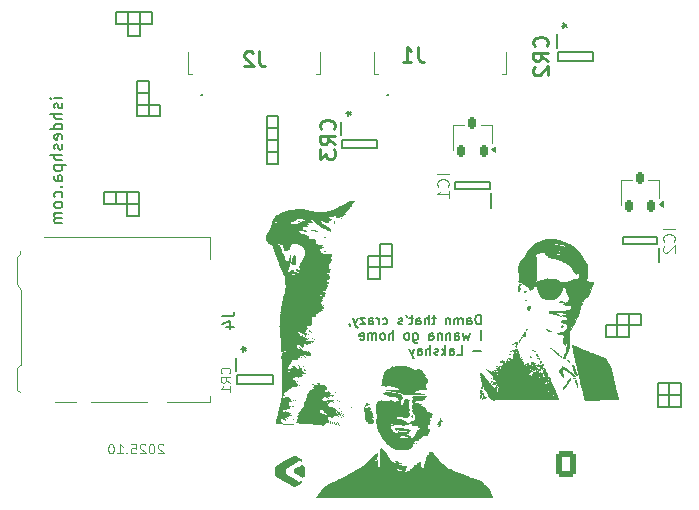
<source format=gbr>
%TF.GenerationSoftware,KiCad,Pcbnew,9.0.0*%
%TF.CreationDate,2025-10-24T21:07:41-05:00*%
%TF.ProjectId,LeaderSOM,4c656164-6572-4534-9f4d-2e6b69636164,rev?*%
%TF.SameCoordinates,Original*%
%TF.FileFunction,Legend,Bot*%
%TF.FilePolarity,Positive*%
%FSLAX46Y46*%
G04 Gerber Fmt 4.6, Leading zero omitted, Abs format (unit mm)*
G04 Created by KiCad (PCBNEW 9.0.0) date 2025-10-24 21:07:41*
%MOMM*%
%LPD*%
G01*
G04 APERTURE LIST*
G04 Aperture macros list*
%AMRoundRect*
0 Rectangle with rounded corners*
0 $1 Rounding radius*
0 $2 $3 $4 $5 $6 $7 $8 $9 X,Y pos of 4 corners*
0 Add a 4 corners polygon primitive as box body*
4,1,4,$2,$3,$4,$5,$6,$7,$8,$9,$2,$3,0*
0 Add four circle primitives for the rounded corners*
1,1,$1+$1,$2,$3*
1,1,$1+$1,$4,$5*
1,1,$1+$1,$6,$7*
1,1,$1+$1,$8,$9*
0 Add four rect primitives between the rounded corners*
20,1,$1+$1,$2,$3,$4,$5,0*
20,1,$1+$1,$4,$5,$6,$7,0*
20,1,$1+$1,$6,$7,$8,$9,0*
20,1,$1+$1,$8,$9,$2,$3,0*%
G04 Aperture macros list end*
%ADD10C,0.150000*%
%ADD11C,0.100000*%
%ADD12C,0.160000*%
%ADD13C,0.254000*%
%ADD14C,0.125000*%
%ADD15C,0.120000*%
%ADD16C,0.000000*%
%ADD17C,0.200000*%
%ADD18C,0.010000*%
%ADD19C,3.600000*%
%ADD20C,6.400000*%
%ADD21R,1.700000X1.700000*%
%ADD22O,1.700000X1.700000*%
%ADD23C,0.650000*%
%ADD24O,2.100000X1.000000*%
%ADD25O,1.800000X1.000000*%
%ADD26C,1.300000*%
%ADD27RoundRect,0.250000X-0.600000X0.850000X-0.600000X-0.850000X0.600000X-0.850000X0.600000X0.850000X0*%
%ADD28O,1.700000X2.200000*%
%ADD29RoundRect,0.175000X0.175000X-0.325000X0.175000X0.325000X-0.175000X0.325000X-0.175000X-0.325000X0*%
%ADD30R,0.600000X1.150000*%
%ADD31R,0.450000X1.200000*%
%ADD32C,0.850000*%
%ADD33R,0.550000X1.500000*%
%ADD34R,1.200000X0.700000*%
%ADD35R,0.800000X1.000000*%
%ADD36R,2.800000X1.000000*%
%ADD37R,1.200000X1.000000*%
%ADD38R,1.900000X1.300000*%
G04 APERTURE END LIST*
D10*
X157000000Y-92000000D02*
X158000000Y-92000000D01*
X147000000Y-88000000D02*
X147000000Y-87000000D01*
X145275000Y-80200000D02*
X145275000Y-81200000D01*
X146200000Y-94400000D02*
X146200000Y-95400000D01*
X157000000Y-90000000D02*
X157000000Y-91000000D01*
X185700000Y-105700000D02*
X185700000Y-106700000D01*
X144200000Y-94400000D02*
X143200000Y-94400000D01*
X192100000Y-110600000D02*
X192100000Y-111600000D01*
X190100000Y-111600000D02*
X191100000Y-111600000D01*
X147275000Y-79200000D02*
X147275000Y-80200000D01*
X144200000Y-95400000D02*
X145200000Y-95400000D01*
X188700000Y-104700000D02*
X188700000Y-105700000D01*
X158000000Y-89000000D02*
X158000000Y-88000000D01*
X165600000Y-101800000D02*
X165600000Y-100800000D01*
X146000000Y-86000000D02*
X147000000Y-86000000D01*
X186700000Y-105700000D02*
X187700000Y-105700000D01*
X158000000Y-90000000D02*
X157000000Y-90000000D01*
X148000000Y-88000000D02*
X148000000Y-87000000D01*
X144200000Y-95400000D02*
X144200000Y-94400000D01*
X167600000Y-98800000D02*
X167600000Y-99800000D01*
X166600000Y-99800000D02*
X166600000Y-98800000D01*
X145275000Y-79200000D02*
X144275000Y-79200000D01*
X146275000Y-80200000D02*
X146275000Y-79200000D01*
X157000000Y-89000000D02*
X157000000Y-90000000D01*
X145275000Y-80200000D02*
X145275000Y-79200000D01*
X191100000Y-112600000D02*
X191100000Y-111500000D01*
X166600000Y-101800000D02*
X165600000Y-101800000D01*
X167600000Y-100800000D02*
X166600000Y-100800000D01*
X187700000Y-104700000D02*
X187700000Y-105700000D01*
X186700000Y-106700000D02*
X187700000Y-106700000D01*
X145200000Y-95400000D02*
X145200000Y-96400000D01*
X187700000Y-104700000D02*
X188700000Y-104700000D01*
X146200000Y-96400000D02*
X146200000Y-95400000D01*
X191100000Y-110600000D02*
X192100000Y-110600000D01*
X166600000Y-100800000D02*
X166600000Y-99800000D01*
X190100000Y-111600000D02*
X190100000Y-112600000D01*
X166600000Y-98800000D02*
X167600000Y-98800000D01*
X145200000Y-94400000D02*
X146200000Y-94400000D01*
X147000000Y-86000000D02*
X147000000Y-87000000D01*
X143200000Y-95400000D02*
X144200000Y-95400000D01*
X145275000Y-81200000D02*
X146275000Y-81200000D01*
X147000000Y-87000000D02*
X146000000Y-87000000D01*
X191100000Y-112600000D02*
X192100000Y-112600000D01*
X144275000Y-80200000D02*
X145275000Y-80200000D01*
X186700000Y-104700000D02*
X187700000Y-104700000D01*
X145200000Y-96400000D02*
X146200000Y-96400000D01*
X146000000Y-85000000D02*
X146000000Y-86000000D01*
X191100000Y-111600000D02*
X191100000Y-110600000D01*
X157000000Y-91000000D02*
X158000000Y-91000000D01*
X167600000Y-99800000D02*
X166600000Y-99800000D01*
X145275000Y-80200000D02*
X146275000Y-80200000D01*
X157000000Y-91000000D02*
X157000000Y-92000000D01*
X165600000Y-99800000D02*
X165600000Y-100800000D01*
X185700000Y-106700000D02*
X186700000Y-106700000D01*
X166600000Y-99800000D02*
X165600000Y-99800000D01*
X191100000Y-110600000D02*
X190100000Y-110600000D01*
X187700000Y-106700000D02*
X187700000Y-105700000D01*
X144275000Y-79200000D02*
X144275000Y-80175000D01*
X143200000Y-94400000D02*
X143200000Y-95400000D01*
X191100000Y-111500000D02*
X191100000Y-112600000D01*
X158000000Y-92000000D02*
X158000000Y-91000000D01*
X158000000Y-91000000D02*
X158000000Y-90000000D01*
X147275000Y-80200000D02*
X146275000Y-80200000D01*
X166600000Y-100800000D02*
X166600000Y-101800000D01*
X147000000Y-88000000D02*
X148000000Y-88000000D01*
X157000000Y-89000000D02*
X158000000Y-89000000D01*
X158000000Y-89000000D02*
X158000000Y-90000000D01*
X158000000Y-88000000D02*
X157000000Y-88000000D01*
X147000000Y-85000000D02*
X146000000Y-85000000D01*
X147000000Y-86000000D02*
X147000000Y-85000000D01*
X146275000Y-81200000D02*
X146275000Y-80200000D01*
X165600000Y-100800000D02*
X166600000Y-100800000D01*
X187700000Y-105700000D02*
X188700000Y-105700000D01*
X146275000Y-79200000D02*
X147275000Y-79200000D01*
X146275000Y-79200000D02*
X145275000Y-79200000D01*
X145200000Y-95400000D02*
X145200000Y-94400000D01*
X146000000Y-86000000D02*
X146000000Y-87000000D01*
X192100000Y-112600000D02*
X192100000Y-111600000D01*
X157000000Y-88000000D02*
X157000000Y-89000000D01*
X192100000Y-111600000D02*
X191100000Y-111600000D01*
X190100000Y-110600000D02*
X190100000Y-111600000D01*
X148000000Y-87000000D02*
X147000000Y-87000000D01*
X186700000Y-105700000D02*
X185700000Y-105700000D01*
X167600000Y-99800000D02*
X167600000Y-100800000D01*
X190100000Y-112600000D02*
X191100000Y-112600000D01*
X186700000Y-105700000D02*
X186700000Y-104700000D01*
X146200000Y-95400000D02*
X145200000Y-95400000D01*
X146000000Y-87000000D02*
X146000000Y-88000000D01*
X186700000Y-106700000D02*
X186700000Y-105700000D01*
X144200000Y-94400000D02*
X145200000Y-94400000D01*
X146000000Y-88000000D02*
X147000000Y-88000000D01*
X139679819Y-86476779D02*
X139013152Y-86476779D01*
X138679819Y-86476779D02*
X138727438Y-86429160D01*
X138727438Y-86429160D02*
X138775057Y-86476779D01*
X138775057Y-86476779D02*
X138727438Y-86524398D01*
X138727438Y-86524398D02*
X138679819Y-86476779D01*
X138679819Y-86476779D02*
X138775057Y-86476779D01*
X139632200Y-86905350D02*
X139679819Y-87000588D01*
X139679819Y-87000588D02*
X139679819Y-87191064D01*
X139679819Y-87191064D02*
X139632200Y-87286302D01*
X139632200Y-87286302D02*
X139536961Y-87333921D01*
X139536961Y-87333921D02*
X139489342Y-87333921D01*
X139489342Y-87333921D02*
X139394104Y-87286302D01*
X139394104Y-87286302D02*
X139346485Y-87191064D01*
X139346485Y-87191064D02*
X139346485Y-87048207D01*
X139346485Y-87048207D02*
X139298866Y-86952969D01*
X139298866Y-86952969D02*
X139203628Y-86905350D01*
X139203628Y-86905350D02*
X139156009Y-86905350D01*
X139156009Y-86905350D02*
X139060771Y-86952969D01*
X139060771Y-86952969D02*
X139013152Y-87048207D01*
X139013152Y-87048207D02*
X139013152Y-87191064D01*
X139013152Y-87191064D02*
X139060771Y-87286302D01*
X139679819Y-87762493D02*
X138679819Y-87762493D01*
X139679819Y-88191064D02*
X139156009Y-88191064D01*
X139156009Y-88191064D02*
X139060771Y-88143445D01*
X139060771Y-88143445D02*
X139013152Y-88048207D01*
X139013152Y-88048207D02*
X139013152Y-87905350D01*
X139013152Y-87905350D02*
X139060771Y-87810112D01*
X139060771Y-87810112D02*
X139108390Y-87762493D01*
X139679819Y-89095826D02*
X138679819Y-89095826D01*
X139632200Y-89095826D02*
X139679819Y-89000588D01*
X139679819Y-89000588D02*
X139679819Y-88810112D01*
X139679819Y-88810112D02*
X139632200Y-88714874D01*
X139632200Y-88714874D02*
X139584580Y-88667255D01*
X139584580Y-88667255D02*
X139489342Y-88619636D01*
X139489342Y-88619636D02*
X139203628Y-88619636D01*
X139203628Y-88619636D02*
X139108390Y-88667255D01*
X139108390Y-88667255D02*
X139060771Y-88714874D01*
X139060771Y-88714874D02*
X139013152Y-88810112D01*
X139013152Y-88810112D02*
X139013152Y-89000588D01*
X139013152Y-89000588D02*
X139060771Y-89095826D01*
X139632200Y-89952969D02*
X139679819Y-89857731D01*
X139679819Y-89857731D02*
X139679819Y-89667255D01*
X139679819Y-89667255D02*
X139632200Y-89572017D01*
X139632200Y-89572017D02*
X139536961Y-89524398D01*
X139536961Y-89524398D02*
X139156009Y-89524398D01*
X139156009Y-89524398D02*
X139060771Y-89572017D01*
X139060771Y-89572017D02*
X139013152Y-89667255D01*
X139013152Y-89667255D02*
X139013152Y-89857731D01*
X139013152Y-89857731D02*
X139060771Y-89952969D01*
X139060771Y-89952969D02*
X139156009Y-90000588D01*
X139156009Y-90000588D02*
X139251247Y-90000588D01*
X139251247Y-90000588D02*
X139346485Y-89524398D01*
X139632200Y-90381541D02*
X139679819Y-90476779D01*
X139679819Y-90476779D02*
X139679819Y-90667255D01*
X139679819Y-90667255D02*
X139632200Y-90762493D01*
X139632200Y-90762493D02*
X139536961Y-90810112D01*
X139536961Y-90810112D02*
X139489342Y-90810112D01*
X139489342Y-90810112D02*
X139394104Y-90762493D01*
X139394104Y-90762493D02*
X139346485Y-90667255D01*
X139346485Y-90667255D02*
X139346485Y-90524398D01*
X139346485Y-90524398D02*
X139298866Y-90429160D01*
X139298866Y-90429160D02*
X139203628Y-90381541D01*
X139203628Y-90381541D02*
X139156009Y-90381541D01*
X139156009Y-90381541D02*
X139060771Y-90429160D01*
X139060771Y-90429160D02*
X139013152Y-90524398D01*
X139013152Y-90524398D02*
X139013152Y-90667255D01*
X139013152Y-90667255D02*
X139060771Y-90762493D01*
X139679819Y-91238684D02*
X138679819Y-91238684D01*
X139679819Y-91667255D02*
X139156009Y-91667255D01*
X139156009Y-91667255D02*
X139060771Y-91619636D01*
X139060771Y-91619636D02*
X139013152Y-91524398D01*
X139013152Y-91524398D02*
X139013152Y-91381541D01*
X139013152Y-91381541D02*
X139060771Y-91286303D01*
X139060771Y-91286303D02*
X139108390Y-91238684D01*
X139013152Y-92143446D02*
X140013152Y-92143446D01*
X139060771Y-92143446D02*
X139013152Y-92238684D01*
X139013152Y-92238684D02*
X139013152Y-92429160D01*
X139013152Y-92429160D02*
X139060771Y-92524398D01*
X139060771Y-92524398D02*
X139108390Y-92572017D01*
X139108390Y-92572017D02*
X139203628Y-92619636D01*
X139203628Y-92619636D02*
X139489342Y-92619636D01*
X139489342Y-92619636D02*
X139584580Y-92572017D01*
X139584580Y-92572017D02*
X139632200Y-92524398D01*
X139632200Y-92524398D02*
X139679819Y-92429160D01*
X139679819Y-92429160D02*
X139679819Y-92238684D01*
X139679819Y-92238684D02*
X139632200Y-92143446D01*
X139679819Y-93476779D02*
X139156009Y-93476779D01*
X139156009Y-93476779D02*
X139060771Y-93429160D01*
X139060771Y-93429160D02*
X139013152Y-93333922D01*
X139013152Y-93333922D02*
X139013152Y-93143446D01*
X139013152Y-93143446D02*
X139060771Y-93048208D01*
X139632200Y-93476779D02*
X139679819Y-93381541D01*
X139679819Y-93381541D02*
X139679819Y-93143446D01*
X139679819Y-93143446D02*
X139632200Y-93048208D01*
X139632200Y-93048208D02*
X139536961Y-93000589D01*
X139536961Y-93000589D02*
X139441723Y-93000589D01*
X139441723Y-93000589D02*
X139346485Y-93048208D01*
X139346485Y-93048208D02*
X139298866Y-93143446D01*
X139298866Y-93143446D02*
X139298866Y-93381541D01*
X139298866Y-93381541D02*
X139251247Y-93476779D01*
X139584580Y-93952970D02*
X139632200Y-94000589D01*
X139632200Y-94000589D02*
X139679819Y-93952970D01*
X139679819Y-93952970D02*
X139632200Y-93905351D01*
X139632200Y-93905351D02*
X139584580Y-93952970D01*
X139584580Y-93952970D02*
X139679819Y-93952970D01*
X139632200Y-94857731D02*
X139679819Y-94762493D01*
X139679819Y-94762493D02*
X139679819Y-94572017D01*
X139679819Y-94572017D02*
X139632200Y-94476779D01*
X139632200Y-94476779D02*
X139584580Y-94429160D01*
X139584580Y-94429160D02*
X139489342Y-94381541D01*
X139489342Y-94381541D02*
X139203628Y-94381541D01*
X139203628Y-94381541D02*
X139108390Y-94429160D01*
X139108390Y-94429160D02*
X139060771Y-94476779D01*
X139060771Y-94476779D02*
X139013152Y-94572017D01*
X139013152Y-94572017D02*
X139013152Y-94762493D01*
X139013152Y-94762493D02*
X139060771Y-94857731D01*
X139679819Y-95429160D02*
X139632200Y-95333922D01*
X139632200Y-95333922D02*
X139584580Y-95286303D01*
X139584580Y-95286303D02*
X139489342Y-95238684D01*
X139489342Y-95238684D02*
X139203628Y-95238684D01*
X139203628Y-95238684D02*
X139108390Y-95286303D01*
X139108390Y-95286303D02*
X139060771Y-95333922D01*
X139060771Y-95333922D02*
X139013152Y-95429160D01*
X139013152Y-95429160D02*
X139013152Y-95572017D01*
X139013152Y-95572017D02*
X139060771Y-95667255D01*
X139060771Y-95667255D02*
X139108390Y-95714874D01*
X139108390Y-95714874D02*
X139203628Y-95762493D01*
X139203628Y-95762493D02*
X139489342Y-95762493D01*
X139489342Y-95762493D02*
X139584580Y-95714874D01*
X139584580Y-95714874D02*
X139632200Y-95667255D01*
X139632200Y-95667255D02*
X139679819Y-95572017D01*
X139679819Y-95572017D02*
X139679819Y-95429160D01*
X139679819Y-96191065D02*
X139013152Y-96191065D01*
X139108390Y-96191065D02*
X139060771Y-96238684D01*
X139060771Y-96238684D02*
X139013152Y-96333922D01*
X139013152Y-96333922D02*
X139013152Y-96476779D01*
X139013152Y-96476779D02*
X139060771Y-96572017D01*
X139060771Y-96572017D02*
X139156009Y-96619636D01*
X139156009Y-96619636D02*
X139679819Y-96619636D01*
X139156009Y-96619636D02*
X139060771Y-96667255D01*
X139060771Y-96667255D02*
X139013152Y-96762493D01*
X139013152Y-96762493D02*
X139013152Y-96905350D01*
X139013152Y-96905350D02*
X139060771Y-97000589D01*
X139060771Y-97000589D02*
X139156009Y-97048208D01*
X139156009Y-97048208D02*
X139679819Y-97048208D01*
D11*
X148231830Y-115823085D02*
X148193734Y-115784990D01*
X148193734Y-115784990D02*
X148117544Y-115746895D01*
X148117544Y-115746895D02*
X147927068Y-115746895D01*
X147927068Y-115746895D02*
X147850877Y-115784990D01*
X147850877Y-115784990D02*
X147812782Y-115823085D01*
X147812782Y-115823085D02*
X147774687Y-115899276D01*
X147774687Y-115899276D02*
X147774687Y-115975466D01*
X147774687Y-115975466D02*
X147812782Y-116089752D01*
X147812782Y-116089752D02*
X148269925Y-116546895D01*
X148269925Y-116546895D02*
X147774687Y-116546895D01*
X147279448Y-115746895D02*
X147203258Y-115746895D01*
X147203258Y-115746895D02*
X147127067Y-115784990D01*
X147127067Y-115784990D02*
X147088972Y-115823085D01*
X147088972Y-115823085D02*
X147050877Y-115899276D01*
X147050877Y-115899276D02*
X147012782Y-116051657D01*
X147012782Y-116051657D02*
X147012782Y-116242133D01*
X147012782Y-116242133D02*
X147050877Y-116394514D01*
X147050877Y-116394514D02*
X147088972Y-116470704D01*
X147088972Y-116470704D02*
X147127067Y-116508800D01*
X147127067Y-116508800D02*
X147203258Y-116546895D01*
X147203258Y-116546895D02*
X147279448Y-116546895D01*
X147279448Y-116546895D02*
X147355639Y-116508800D01*
X147355639Y-116508800D02*
X147393734Y-116470704D01*
X147393734Y-116470704D02*
X147431829Y-116394514D01*
X147431829Y-116394514D02*
X147469925Y-116242133D01*
X147469925Y-116242133D02*
X147469925Y-116051657D01*
X147469925Y-116051657D02*
X147431829Y-115899276D01*
X147431829Y-115899276D02*
X147393734Y-115823085D01*
X147393734Y-115823085D02*
X147355639Y-115784990D01*
X147355639Y-115784990D02*
X147279448Y-115746895D01*
X146708020Y-115823085D02*
X146669924Y-115784990D01*
X146669924Y-115784990D02*
X146593734Y-115746895D01*
X146593734Y-115746895D02*
X146403258Y-115746895D01*
X146403258Y-115746895D02*
X146327067Y-115784990D01*
X146327067Y-115784990D02*
X146288972Y-115823085D01*
X146288972Y-115823085D02*
X146250877Y-115899276D01*
X146250877Y-115899276D02*
X146250877Y-115975466D01*
X146250877Y-115975466D02*
X146288972Y-116089752D01*
X146288972Y-116089752D02*
X146746115Y-116546895D01*
X146746115Y-116546895D02*
X146250877Y-116546895D01*
X145527067Y-115746895D02*
X145908019Y-115746895D01*
X145908019Y-115746895D02*
X145946115Y-116127847D01*
X145946115Y-116127847D02*
X145908019Y-116089752D01*
X145908019Y-116089752D02*
X145831829Y-116051657D01*
X145831829Y-116051657D02*
X145641353Y-116051657D01*
X145641353Y-116051657D02*
X145565162Y-116089752D01*
X145565162Y-116089752D02*
X145527067Y-116127847D01*
X145527067Y-116127847D02*
X145488972Y-116204038D01*
X145488972Y-116204038D02*
X145488972Y-116394514D01*
X145488972Y-116394514D02*
X145527067Y-116470704D01*
X145527067Y-116470704D02*
X145565162Y-116508800D01*
X145565162Y-116508800D02*
X145641353Y-116546895D01*
X145641353Y-116546895D02*
X145831829Y-116546895D01*
X145831829Y-116546895D02*
X145908019Y-116508800D01*
X145908019Y-116508800D02*
X145946115Y-116470704D01*
X145146114Y-116470704D02*
X145108019Y-116508800D01*
X145108019Y-116508800D02*
X145146114Y-116546895D01*
X145146114Y-116546895D02*
X145184210Y-116508800D01*
X145184210Y-116508800D02*
X145146114Y-116470704D01*
X145146114Y-116470704D02*
X145146114Y-116546895D01*
X144346115Y-116546895D02*
X144803258Y-116546895D01*
X144574686Y-116546895D02*
X144574686Y-115746895D01*
X144574686Y-115746895D02*
X144650877Y-115861180D01*
X144650877Y-115861180D02*
X144727067Y-115937371D01*
X144727067Y-115937371D02*
X144803258Y-115975466D01*
X143850876Y-115746895D02*
X143774686Y-115746895D01*
X143774686Y-115746895D02*
X143698495Y-115784990D01*
X143698495Y-115784990D02*
X143660400Y-115823085D01*
X143660400Y-115823085D02*
X143622305Y-115899276D01*
X143622305Y-115899276D02*
X143584210Y-116051657D01*
X143584210Y-116051657D02*
X143584210Y-116242133D01*
X143584210Y-116242133D02*
X143622305Y-116394514D01*
X143622305Y-116394514D02*
X143660400Y-116470704D01*
X143660400Y-116470704D02*
X143698495Y-116508800D01*
X143698495Y-116508800D02*
X143774686Y-116546895D01*
X143774686Y-116546895D02*
X143850876Y-116546895D01*
X143850876Y-116546895D02*
X143927067Y-116508800D01*
X143927067Y-116508800D02*
X143965162Y-116470704D01*
X143965162Y-116470704D02*
X144003257Y-116394514D01*
X144003257Y-116394514D02*
X144041353Y-116242133D01*
X144041353Y-116242133D02*
X144041353Y-116051657D01*
X144041353Y-116051657D02*
X144003257Y-115899276D01*
X144003257Y-115899276D02*
X143965162Y-115823085D01*
X143965162Y-115823085D02*
X143927067Y-115784990D01*
X143927067Y-115784990D02*
X143850876Y-115746895D01*
D12*
X175104260Y-105617865D02*
X175104260Y-104817865D01*
X175104260Y-104817865D02*
X174913784Y-104817865D01*
X174913784Y-104817865D02*
X174799498Y-104855960D01*
X174799498Y-104855960D02*
X174723308Y-104932150D01*
X174723308Y-104932150D02*
X174685213Y-105008341D01*
X174685213Y-105008341D02*
X174647117Y-105160722D01*
X174647117Y-105160722D02*
X174647117Y-105275008D01*
X174647117Y-105275008D02*
X174685213Y-105427389D01*
X174685213Y-105427389D02*
X174723308Y-105503579D01*
X174723308Y-105503579D02*
X174799498Y-105579770D01*
X174799498Y-105579770D02*
X174913784Y-105617865D01*
X174913784Y-105617865D02*
X175104260Y-105617865D01*
X173961403Y-105617865D02*
X173961403Y-105198817D01*
X173961403Y-105198817D02*
X173999498Y-105122627D01*
X173999498Y-105122627D02*
X174075689Y-105084531D01*
X174075689Y-105084531D02*
X174228070Y-105084531D01*
X174228070Y-105084531D02*
X174304260Y-105122627D01*
X173961403Y-105579770D02*
X174037594Y-105617865D01*
X174037594Y-105617865D02*
X174228070Y-105617865D01*
X174228070Y-105617865D02*
X174304260Y-105579770D01*
X174304260Y-105579770D02*
X174342356Y-105503579D01*
X174342356Y-105503579D02*
X174342356Y-105427389D01*
X174342356Y-105427389D02*
X174304260Y-105351198D01*
X174304260Y-105351198D02*
X174228070Y-105313103D01*
X174228070Y-105313103D02*
X174037594Y-105313103D01*
X174037594Y-105313103D02*
X173961403Y-105275008D01*
X173580450Y-105617865D02*
X173580450Y-105084531D01*
X173580450Y-105160722D02*
X173542355Y-105122627D01*
X173542355Y-105122627D02*
X173466165Y-105084531D01*
X173466165Y-105084531D02*
X173351879Y-105084531D01*
X173351879Y-105084531D02*
X173275688Y-105122627D01*
X173275688Y-105122627D02*
X173237593Y-105198817D01*
X173237593Y-105198817D02*
X173237593Y-105617865D01*
X173237593Y-105198817D02*
X173199498Y-105122627D01*
X173199498Y-105122627D02*
X173123307Y-105084531D01*
X173123307Y-105084531D02*
X173009022Y-105084531D01*
X173009022Y-105084531D02*
X172932831Y-105122627D01*
X172932831Y-105122627D02*
X172894736Y-105198817D01*
X172894736Y-105198817D02*
X172894736Y-105617865D01*
X172513783Y-105084531D02*
X172513783Y-105617865D01*
X172513783Y-105160722D02*
X172475688Y-105122627D01*
X172475688Y-105122627D02*
X172399498Y-105084531D01*
X172399498Y-105084531D02*
X172285212Y-105084531D01*
X172285212Y-105084531D02*
X172209021Y-105122627D01*
X172209021Y-105122627D02*
X172170926Y-105198817D01*
X172170926Y-105198817D02*
X172170926Y-105617865D01*
X171294735Y-105084531D02*
X170989973Y-105084531D01*
X171180449Y-104817865D02*
X171180449Y-105503579D01*
X171180449Y-105503579D02*
X171142354Y-105579770D01*
X171142354Y-105579770D02*
X171066164Y-105617865D01*
X171066164Y-105617865D02*
X170989973Y-105617865D01*
X170723306Y-105617865D02*
X170723306Y-104817865D01*
X170380449Y-105617865D02*
X170380449Y-105198817D01*
X170380449Y-105198817D02*
X170418544Y-105122627D01*
X170418544Y-105122627D02*
X170494735Y-105084531D01*
X170494735Y-105084531D02*
X170609021Y-105084531D01*
X170609021Y-105084531D02*
X170685211Y-105122627D01*
X170685211Y-105122627D02*
X170723306Y-105160722D01*
X169656639Y-105617865D02*
X169656639Y-105198817D01*
X169656639Y-105198817D02*
X169694734Y-105122627D01*
X169694734Y-105122627D02*
X169770925Y-105084531D01*
X169770925Y-105084531D02*
X169923306Y-105084531D01*
X169923306Y-105084531D02*
X169999496Y-105122627D01*
X169656639Y-105579770D02*
X169732830Y-105617865D01*
X169732830Y-105617865D02*
X169923306Y-105617865D01*
X169923306Y-105617865D02*
X169999496Y-105579770D01*
X169999496Y-105579770D02*
X170037592Y-105503579D01*
X170037592Y-105503579D02*
X170037592Y-105427389D01*
X170037592Y-105427389D02*
X169999496Y-105351198D01*
X169999496Y-105351198D02*
X169923306Y-105313103D01*
X169923306Y-105313103D02*
X169732830Y-105313103D01*
X169732830Y-105313103D02*
X169656639Y-105275008D01*
X169389972Y-105084531D02*
X169085210Y-105084531D01*
X169275686Y-104817865D02*
X169275686Y-105503579D01*
X169275686Y-105503579D02*
X169237591Y-105579770D01*
X169237591Y-105579770D02*
X169161401Y-105617865D01*
X169161401Y-105617865D02*
X169085210Y-105617865D01*
X168780448Y-104817865D02*
X168856639Y-104970246D01*
X168475687Y-105579770D02*
X168399496Y-105617865D01*
X168399496Y-105617865D02*
X168247115Y-105617865D01*
X168247115Y-105617865D02*
X168170925Y-105579770D01*
X168170925Y-105579770D02*
X168132829Y-105503579D01*
X168132829Y-105503579D02*
X168132829Y-105465484D01*
X168132829Y-105465484D02*
X168170925Y-105389293D01*
X168170925Y-105389293D02*
X168247115Y-105351198D01*
X168247115Y-105351198D02*
X168361401Y-105351198D01*
X168361401Y-105351198D02*
X168437591Y-105313103D01*
X168437591Y-105313103D02*
X168475687Y-105236912D01*
X168475687Y-105236912D02*
X168475687Y-105198817D01*
X168475687Y-105198817D02*
X168437591Y-105122627D01*
X168437591Y-105122627D02*
X168361401Y-105084531D01*
X168361401Y-105084531D02*
X168247115Y-105084531D01*
X168247115Y-105084531D02*
X168170925Y-105122627D01*
X166837591Y-105579770D02*
X166913782Y-105617865D01*
X166913782Y-105617865D02*
X167066163Y-105617865D01*
X167066163Y-105617865D02*
X167142353Y-105579770D01*
X167142353Y-105579770D02*
X167180448Y-105541674D01*
X167180448Y-105541674D02*
X167218544Y-105465484D01*
X167218544Y-105465484D02*
X167218544Y-105236912D01*
X167218544Y-105236912D02*
X167180448Y-105160722D01*
X167180448Y-105160722D02*
X167142353Y-105122627D01*
X167142353Y-105122627D02*
X167066163Y-105084531D01*
X167066163Y-105084531D02*
X166913782Y-105084531D01*
X166913782Y-105084531D02*
X166837591Y-105122627D01*
X166494734Y-105617865D02*
X166494734Y-105084531D01*
X166494734Y-105236912D02*
X166456639Y-105160722D01*
X166456639Y-105160722D02*
X166418544Y-105122627D01*
X166418544Y-105122627D02*
X166342353Y-105084531D01*
X166342353Y-105084531D02*
X166266163Y-105084531D01*
X165656639Y-105617865D02*
X165656639Y-105198817D01*
X165656639Y-105198817D02*
X165694734Y-105122627D01*
X165694734Y-105122627D02*
X165770925Y-105084531D01*
X165770925Y-105084531D02*
X165923306Y-105084531D01*
X165923306Y-105084531D02*
X165999496Y-105122627D01*
X165656639Y-105579770D02*
X165732830Y-105617865D01*
X165732830Y-105617865D02*
X165923306Y-105617865D01*
X165923306Y-105617865D02*
X165999496Y-105579770D01*
X165999496Y-105579770D02*
X166037592Y-105503579D01*
X166037592Y-105503579D02*
X166037592Y-105427389D01*
X166037592Y-105427389D02*
X165999496Y-105351198D01*
X165999496Y-105351198D02*
X165923306Y-105313103D01*
X165923306Y-105313103D02*
X165732830Y-105313103D01*
X165732830Y-105313103D02*
X165656639Y-105275008D01*
X165351877Y-105084531D02*
X164932829Y-105084531D01*
X164932829Y-105084531D02*
X165351877Y-105617865D01*
X165351877Y-105617865D02*
X164932829Y-105617865D01*
X164704258Y-105084531D02*
X164513782Y-105617865D01*
X164323305Y-105084531D02*
X164513782Y-105617865D01*
X164513782Y-105617865D02*
X164589972Y-105808341D01*
X164589972Y-105808341D02*
X164628067Y-105846436D01*
X164628067Y-105846436D02*
X164704258Y-105884531D01*
X163980448Y-105579770D02*
X163980448Y-105617865D01*
X163980448Y-105617865D02*
X164018543Y-105694055D01*
X164018543Y-105694055D02*
X164056639Y-105732150D01*
X175104260Y-106905820D02*
X175104260Y-106105820D01*
X174189975Y-106372486D02*
X174037594Y-106905820D01*
X174037594Y-106905820D02*
X173885213Y-106524867D01*
X173885213Y-106524867D02*
X173732832Y-106905820D01*
X173732832Y-106905820D02*
X173580451Y-106372486D01*
X172932832Y-106905820D02*
X172932832Y-106486772D01*
X172932832Y-106486772D02*
X172970927Y-106410582D01*
X172970927Y-106410582D02*
X173047118Y-106372486D01*
X173047118Y-106372486D02*
X173199499Y-106372486D01*
X173199499Y-106372486D02*
X173275689Y-106410582D01*
X172932832Y-106867725D02*
X173009023Y-106905820D01*
X173009023Y-106905820D02*
X173199499Y-106905820D01*
X173199499Y-106905820D02*
X173275689Y-106867725D01*
X173275689Y-106867725D02*
X173313785Y-106791534D01*
X173313785Y-106791534D02*
X173313785Y-106715344D01*
X173313785Y-106715344D02*
X173275689Y-106639153D01*
X173275689Y-106639153D02*
X173199499Y-106601058D01*
X173199499Y-106601058D02*
X173009023Y-106601058D01*
X173009023Y-106601058D02*
X172932832Y-106562963D01*
X172551879Y-106372486D02*
X172551879Y-106905820D01*
X172551879Y-106448677D02*
X172513784Y-106410582D01*
X172513784Y-106410582D02*
X172437594Y-106372486D01*
X172437594Y-106372486D02*
X172323308Y-106372486D01*
X172323308Y-106372486D02*
X172247117Y-106410582D01*
X172247117Y-106410582D02*
X172209022Y-106486772D01*
X172209022Y-106486772D02*
X172209022Y-106905820D01*
X171828069Y-106372486D02*
X171828069Y-106905820D01*
X171828069Y-106448677D02*
X171789974Y-106410582D01*
X171789974Y-106410582D02*
X171713784Y-106372486D01*
X171713784Y-106372486D02*
X171599498Y-106372486D01*
X171599498Y-106372486D02*
X171523307Y-106410582D01*
X171523307Y-106410582D02*
X171485212Y-106486772D01*
X171485212Y-106486772D02*
X171485212Y-106905820D01*
X170761402Y-106905820D02*
X170761402Y-106486772D01*
X170761402Y-106486772D02*
X170799497Y-106410582D01*
X170799497Y-106410582D02*
X170875688Y-106372486D01*
X170875688Y-106372486D02*
X171028069Y-106372486D01*
X171028069Y-106372486D02*
X171104259Y-106410582D01*
X170761402Y-106867725D02*
X170837593Y-106905820D01*
X170837593Y-106905820D02*
X171028069Y-106905820D01*
X171028069Y-106905820D02*
X171104259Y-106867725D01*
X171104259Y-106867725D02*
X171142355Y-106791534D01*
X171142355Y-106791534D02*
X171142355Y-106715344D01*
X171142355Y-106715344D02*
X171104259Y-106639153D01*
X171104259Y-106639153D02*
X171028069Y-106601058D01*
X171028069Y-106601058D02*
X170837593Y-106601058D01*
X170837593Y-106601058D02*
X170761402Y-106562963D01*
X169428068Y-106372486D02*
X169428068Y-107020105D01*
X169428068Y-107020105D02*
X169466163Y-107096296D01*
X169466163Y-107096296D02*
X169504259Y-107134391D01*
X169504259Y-107134391D02*
X169580449Y-107172486D01*
X169580449Y-107172486D02*
X169694735Y-107172486D01*
X169694735Y-107172486D02*
X169770925Y-107134391D01*
X169428068Y-106867725D02*
X169504259Y-106905820D01*
X169504259Y-106905820D02*
X169656640Y-106905820D01*
X169656640Y-106905820D02*
X169732830Y-106867725D01*
X169732830Y-106867725D02*
X169770925Y-106829629D01*
X169770925Y-106829629D02*
X169809021Y-106753439D01*
X169809021Y-106753439D02*
X169809021Y-106524867D01*
X169809021Y-106524867D02*
X169770925Y-106448677D01*
X169770925Y-106448677D02*
X169732830Y-106410582D01*
X169732830Y-106410582D02*
X169656640Y-106372486D01*
X169656640Y-106372486D02*
X169504259Y-106372486D01*
X169504259Y-106372486D02*
X169428068Y-106410582D01*
X168932830Y-106905820D02*
X169009020Y-106867725D01*
X169009020Y-106867725D02*
X169047115Y-106829629D01*
X169047115Y-106829629D02*
X169085211Y-106753439D01*
X169085211Y-106753439D02*
X169085211Y-106524867D01*
X169085211Y-106524867D02*
X169047115Y-106448677D01*
X169047115Y-106448677D02*
X169009020Y-106410582D01*
X169009020Y-106410582D02*
X168932830Y-106372486D01*
X168932830Y-106372486D02*
X168818544Y-106372486D01*
X168818544Y-106372486D02*
X168742353Y-106410582D01*
X168742353Y-106410582D02*
X168704258Y-106448677D01*
X168704258Y-106448677D02*
X168666163Y-106524867D01*
X168666163Y-106524867D02*
X168666163Y-106753439D01*
X168666163Y-106753439D02*
X168704258Y-106829629D01*
X168704258Y-106829629D02*
X168742353Y-106867725D01*
X168742353Y-106867725D02*
X168818544Y-106905820D01*
X168818544Y-106905820D02*
X168932830Y-106905820D01*
X167713781Y-106905820D02*
X167713781Y-106105820D01*
X167370924Y-106905820D02*
X167370924Y-106486772D01*
X167370924Y-106486772D02*
X167409019Y-106410582D01*
X167409019Y-106410582D02*
X167485210Y-106372486D01*
X167485210Y-106372486D02*
X167599496Y-106372486D01*
X167599496Y-106372486D02*
X167675686Y-106410582D01*
X167675686Y-106410582D02*
X167713781Y-106448677D01*
X166875686Y-106905820D02*
X166951876Y-106867725D01*
X166951876Y-106867725D02*
X166989971Y-106829629D01*
X166989971Y-106829629D02*
X167028067Y-106753439D01*
X167028067Y-106753439D02*
X167028067Y-106524867D01*
X167028067Y-106524867D02*
X166989971Y-106448677D01*
X166989971Y-106448677D02*
X166951876Y-106410582D01*
X166951876Y-106410582D02*
X166875686Y-106372486D01*
X166875686Y-106372486D02*
X166761400Y-106372486D01*
X166761400Y-106372486D02*
X166685209Y-106410582D01*
X166685209Y-106410582D02*
X166647114Y-106448677D01*
X166647114Y-106448677D02*
X166609019Y-106524867D01*
X166609019Y-106524867D02*
X166609019Y-106753439D01*
X166609019Y-106753439D02*
X166647114Y-106829629D01*
X166647114Y-106829629D02*
X166685209Y-106867725D01*
X166685209Y-106867725D02*
X166761400Y-106905820D01*
X166761400Y-106905820D02*
X166875686Y-106905820D01*
X166266161Y-106905820D02*
X166266161Y-106372486D01*
X166266161Y-106448677D02*
X166228066Y-106410582D01*
X166228066Y-106410582D02*
X166151876Y-106372486D01*
X166151876Y-106372486D02*
X166037590Y-106372486D01*
X166037590Y-106372486D02*
X165961399Y-106410582D01*
X165961399Y-106410582D02*
X165923304Y-106486772D01*
X165923304Y-106486772D02*
X165923304Y-106905820D01*
X165923304Y-106486772D02*
X165885209Y-106410582D01*
X165885209Y-106410582D02*
X165809018Y-106372486D01*
X165809018Y-106372486D02*
X165694733Y-106372486D01*
X165694733Y-106372486D02*
X165618542Y-106410582D01*
X165618542Y-106410582D02*
X165580447Y-106486772D01*
X165580447Y-106486772D02*
X165580447Y-106905820D01*
X164894732Y-106867725D02*
X164970923Y-106905820D01*
X164970923Y-106905820D02*
X165123304Y-106905820D01*
X165123304Y-106905820D02*
X165199494Y-106867725D01*
X165199494Y-106867725D02*
X165237590Y-106791534D01*
X165237590Y-106791534D02*
X165237590Y-106486772D01*
X165237590Y-106486772D02*
X165199494Y-106410582D01*
X165199494Y-106410582D02*
X165123304Y-106372486D01*
X165123304Y-106372486D02*
X164970923Y-106372486D01*
X164970923Y-106372486D02*
X164894732Y-106410582D01*
X164894732Y-106410582D02*
X164856637Y-106486772D01*
X164856637Y-106486772D02*
X164856637Y-106562963D01*
X164856637Y-106562963D02*
X165237590Y-106639153D01*
X175104260Y-107889013D02*
X174494737Y-107889013D01*
X173123308Y-108193775D02*
X173504260Y-108193775D01*
X173504260Y-108193775D02*
X173504260Y-107393775D01*
X172513784Y-108193775D02*
X172513784Y-107774727D01*
X172513784Y-107774727D02*
X172551879Y-107698537D01*
X172551879Y-107698537D02*
X172628070Y-107660441D01*
X172628070Y-107660441D02*
X172780451Y-107660441D01*
X172780451Y-107660441D02*
X172856641Y-107698537D01*
X172513784Y-108155680D02*
X172589975Y-108193775D01*
X172589975Y-108193775D02*
X172780451Y-108193775D01*
X172780451Y-108193775D02*
X172856641Y-108155680D01*
X172856641Y-108155680D02*
X172894737Y-108079489D01*
X172894737Y-108079489D02*
X172894737Y-108003299D01*
X172894737Y-108003299D02*
X172856641Y-107927108D01*
X172856641Y-107927108D02*
X172780451Y-107889013D01*
X172780451Y-107889013D02*
X172589975Y-107889013D01*
X172589975Y-107889013D02*
X172513784Y-107850918D01*
X172132831Y-108193775D02*
X172132831Y-107393775D01*
X172056641Y-107889013D02*
X171828069Y-108193775D01*
X171828069Y-107660441D02*
X172132831Y-107965203D01*
X171523308Y-108155680D02*
X171447117Y-108193775D01*
X171447117Y-108193775D02*
X171294736Y-108193775D01*
X171294736Y-108193775D02*
X171218546Y-108155680D01*
X171218546Y-108155680D02*
X171180450Y-108079489D01*
X171180450Y-108079489D02*
X171180450Y-108041394D01*
X171180450Y-108041394D02*
X171218546Y-107965203D01*
X171218546Y-107965203D02*
X171294736Y-107927108D01*
X171294736Y-107927108D02*
X171409022Y-107927108D01*
X171409022Y-107927108D02*
X171485212Y-107889013D01*
X171485212Y-107889013D02*
X171523308Y-107812822D01*
X171523308Y-107812822D02*
X171523308Y-107774727D01*
X171523308Y-107774727D02*
X171485212Y-107698537D01*
X171485212Y-107698537D02*
X171409022Y-107660441D01*
X171409022Y-107660441D02*
X171294736Y-107660441D01*
X171294736Y-107660441D02*
X171218546Y-107698537D01*
X170837593Y-108193775D02*
X170837593Y-107393775D01*
X170494736Y-108193775D02*
X170494736Y-107774727D01*
X170494736Y-107774727D02*
X170532831Y-107698537D01*
X170532831Y-107698537D02*
X170609022Y-107660441D01*
X170609022Y-107660441D02*
X170723308Y-107660441D01*
X170723308Y-107660441D02*
X170799498Y-107698537D01*
X170799498Y-107698537D02*
X170837593Y-107736632D01*
X169770926Y-108193775D02*
X169770926Y-107774727D01*
X169770926Y-107774727D02*
X169809021Y-107698537D01*
X169809021Y-107698537D02*
X169885212Y-107660441D01*
X169885212Y-107660441D02*
X170037593Y-107660441D01*
X170037593Y-107660441D02*
X170113783Y-107698537D01*
X169770926Y-108155680D02*
X169847117Y-108193775D01*
X169847117Y-108193775D02*
X170037593Y-108193775D01*
X170037593Y-108193775D02*
X170113783Y-108155680D01*
X170113783Y-108155680D02*
X170151879Y-108079489D01*
X170151879Y-108079489D02*
X170151879Y-108003299D01*
X170151879Y-108003299D02*
X170113783Y-107927108D01*
X170113783Y-107927108D02*
X170037593Y-107889013D01*
X170037593Y-107889013D02*
X169847117Y-107889013D01*
X169847117Y-107889013D02*
X169770926Y-107850918D01*
X169466164Y-107660441D02*
X169275688Y-108193775D01*
X169085211Y-107660441D02*
X169275688Y-108193775D01*
X169275688Y-108193775D02*
X169351878Y-108384251D01*
X169351878Y-108384251D02*
X169389973Y-108422346D01*
X169389973Y-108422346D02*
X169466164Y-108460441D01*
D13*
X180703365Y-82053333D02*
X180763842Y-81992857D01*
X180763842Y-81992857D02*
X180824318Y-81811428D01*
X180824318Y-81811428D02*
X180824318Y-81690476D01*
X180824318Y-81690476D02*
X180763842Y-81509047D01*
X180763842Y-81509047D02*
X180642889Y-81388095D01*
X180642889Y-81388095D02*
X180521937Y-81327618D01*
X180521937Y-81327618D02*
X180280032Y-81267142D01*
X180280032Y-81267142D02*
X180098603Y-81267142D01*
X180098603Y-81267142D02*
X179856699Y-81327618D01*
X179856699Y-81327618D02*
X179735746Y-81388095D01*
X179735746Y-81388095D02*
X179614794Y-81509047D01*
X179614794Y-81509047D02*
X179554318Y-81690476D01*
X179554318Y-81690476D02*
X179554318Y-81811428D01*
X179554318Y-81811428D02*
X179614794Y-81992857D01*
X179614794Y-81992857D02*
X179675270Y-82053333D01*
X180824318Y-83323333D02*
X180219556Y-82899999D01*
X180824318Y-82597618D02*
X179554318Y-82597618D01*
X179554318Y-82597618D02*
X179554318Y-83081428D01*
X179554318Y-83081428D02*
X179614794Y-83202380D01*
X179614794Y-83202380D02*
X179675270Y-83262857D01*
X179675270Y-83262857D02*
X179796222Y-83323333D01*
X179796222Y-83323333D02*
X179977651Y-83323333D01*
X179977651Y-83323333D02*
X180098603Y-83262857D01*
X180098603Y-83262857D02*
X180159080Y-83202380D01*
X180159080Y-83202380D02*
X180219556Y-83081428D01*
X180219556Y-83081428D02*
X180219556Y-82597618D01*
X179675270Y-83807142D02*
X179614794Y-83867618D01*
X179614794Y-83867618D02*
X179554318Y-83988571D01*
X179554318Y-83988571D02*
X179554318Y-84290952D01*
X179554318Y-84290952D02*
X179614794Y-84411904D01*
X179614794Y-84411904D02*
X179675270Y-84472380D01*
X179675270Y-84472380D02*
X179796222Y-84532857D01*
X179796222Y-84532857D02*
X179917175Y-84532857D01*
X179917175Y-84532857D02*
X180098603Y-84472380D01*
X180098603Y-84472380D02*
X180824318Y-83746666D01*
X180824318Y-83746666D02*
X180824318Y-84532857D01*
D10*
X181977433Y-80319474D02*
X182215528Y-80319474D01*
X182120290Y-80081379D02*
X182215528Y-80319474D01*
X182215528Y-80319474D02*
X182120290Y-80557569D01*
X182406004Y-80176617D02*
X182215528Y-80319474D01*
X182215528Y-80319474D02*
X182406004Y-80462331D01*
D14*
X172436119Y-92903810D02*
X171436119Y-92903810D01*
X172340880Y-93951428D02*
X172388500Y-93903809D01*
X172388500Y-93903809D02*
X172436119Y-93760952D01*
X172436119Y-93760952D02*
X172436119Y-93665714D01*
X172436119Y-93665714D02*
X172388500Y-93522857D01*
X172388500Y-93522857D02*
X172293261Y-93427619D01*
X172293261Y-93427619D02*
X172198023Y-93380000D01*
X172198023Y-93380000D02*
X172007547Y-93332381D01*
X172007547Y-93332381D02*
X171864690Y-93332381D01*
X171864690Y-93332381D02*
X171674214Y-93380000D01*
X171674214Y-93380000D02*
X171578976Y-93427619D01*
X171578976Y-93427619D02*
X171483738Y-93522857D01*
X171483738Y-93522857D02*
X171436119Y-93665714D01*
X171436119Y-93665714D02*
X171436119Y-93760952D01*
X171436119Y-93760952D02*
X171483738Y-93903809D01*
X171483738Y-93903809D02*
X171531357Y-93951428D01*
X172436119Y-94903809D02*
X172436119Y-94332381D01*
X172436119Y-94618095D02*
X171436119Y-94618095D01*
X171436119Y-94618095D02*
X171578976Y-94522857D01*
X171578976Y-94522857D02*
X171674214Y-94427619D01*
X171674214Y-94427619D02*
X171721833Y-94332381D01*
D13*
X169798332Y-82104318D02*
X169798332Y-83011461D01*
X169798332Y-83011461D02*
X169858809Y-83192889D01*
X169858809Y-83192889D02*
X169979761Y-83313842D01*
X169979761Y-83313842D02*
X170161190Y-83374318D01*
X170161190Y-83374318D02*
X170282142Y-83374318D01*
X168528332Y-83374318D02*
X169254047Y-83374318D01*
X168891190Y-83374318D02*
X168891190Y-82104318D01*
X168891190Y-82104318D02*
X169012142Y-82285746D01*
X169012142Y-82285746D02*
X169133094Y-82406699D01*
X169133094Y-82406699D02*
X169254047Y-82467175D01*
D10*
X153254819Y-104936666D02*
X153969104Y-104936666D01*
X153969104Y-104936666D02*
X154111961Y-104889047D01*
X154111961Y-104889047D02*
X154207200Y-104793809D01*
X154207200Y-104793809D02*
X154254819Y-104650952D01*
X154254819Y-104650952D02*
X154254819Y-104555714D01*
X153588152Y-105841428D02*
X154254819Y-105841428D01*
X153207200Y-105603333D02*
X153921485Y-105365238D01*
X153921485Y-105365238D02*
X153921485Y-105984285D01*
D13*
X156373332Y-82504318D02*
X156373332Y-83411461D01*
X156373332Y-83411461D02*
X156433809Y-83592889D01*
X156433809Y-83592889D02*
X156554761Y-83713842D01*
X156554761Y-83713842D02*
X156736190Y-83774318D01*
X156736190Y-83774318D02*
X156857142Y-83774318D01*
X155829047Y-82625270D02*
X155768571Y-82564794D01*
X155768571Y-82564794D02*
X155647618Y-82504318D01*
X155647618Y-82504318D02*
X155345237Y-82504318D01*
X155345237Y-82504318D02*
X155224285Y-82564794D01*
X155224285Y-82564794D02*
X155163809Y-82625270D01*
X155163809Y-82625270D02*
X155103332Y-82746222D01*
X155103332Y-82746222D02*
X155103332Y-82867175D01*
X155103332Y-82867175D02*
X155163809Y-83048603D01*
X155163809Y-83048603D02*
X155889523Y-83774318D01*
X155889523Y-83774318D02*
X155103332Y-83774318D01*
D14*
X191556119Y-97553810D02*
X190556119Y-97553810D01*
X191460880Y-98601428D02*
X191508500Y-98553809D01*
X191508500Y-98553809D02*
X191556119Y-98410952D01*
X191556119Y-98410952D02*
X191556119Y-98315714D01*
X191556119Y-98315714D02*
X191508500Y-98172857D01*
X191508500Y-98172857D02*
X191413261Y-98077619D01*
X191413261Y-98077619D02*
X191318023Y-98030000D01*
X191318023Y-98030000D02*
X191127547Y-97982381D01*
X191127547Y-97982381D02*
X190984690Y-97982381D01*
X190984690Y-97982381D02*
X190794214Y-98030000D01*
X190794214Y-98030000D02*
X190698976Y-98077619D01*
X190698976Y-98077619D02*
X190603738Y-98172857D01*
X190603738Y-98172857D02*
X190556119Y-98315714D01*
X190556119Y-98315714D02*
X190556119Y-98410952D01*
X190556119Y-98410952D02*
X190603738Y-98553809D01*
X190603738Y-98553809D02*
X190651357Y-98601428D01*
X190651357Y-98982381D02*
X190603738Y-99030000D01*
X190603738Y-99030000D02*
X190556119Y-99125238D01*
X190556119Y-99125238D02*
X190556119Y-99363333D01*
X190556119Y-99363333D02*
X190603738Y-99458571D01*
X190603738Y-99458571D02*
X190651357Y-99506190D01*
X190651357Y-99506190D02*
X190746595Y-99553809D01*
X190746595Y-99553809D02*
X190841833Y-99553809D01*
X190841833Y-99553809D02*
X190984690Y-99506190D01*
X190984690Y-99506190D02*
X191556119Y-98934762D01*
X191556119Y-98934762D02*
X191556119Y-99553809D01*
D11*
X153838704Y-109766667D02*
X153876800Y-109728571D01*
X153876800Y-109728571D02*
X153914895Y-109614286D01*
X153914895Y-109614286D02*
X153914895Y-109538095D01*
X153914895Y-109538095D02*
X153876800Y-109423809D01*
X153876800Y-109423809D02*
X153800609Y-109347619D01*
X153800609Y-109347619D02*
X153724419Y-109309524D01*
X153724419Y-109309524D02*
X153572038Y-109271428D01*
X153572038Y-109271428D02*
X153457752Y-109271428D01*
X153457752Y-109271428D02*
X153305371Y-109309524D01*
X153305371Y-109309524D02*
X153229180Y-109347619D01*
X153229180Y-109347619D02*
X153152990Y-109423809D01*
X153152990Y-109423809D02*
X153114895Y-109538095D01*
X153114895Y-109538095D02*
X153114895Y-109614286D01*
X153114895Y-109614286D02*
X153152990Y-109728571D01*
X153152990Y-109728571D02*
X153191085Y-109766667D01*
X153914895Y-110566667D02*
X153533942Y-110300000D01*
X153914895Y-110109524D02*
X153114895Y-110109524D01*
X153114895Y-110109524D02*
X153114895Y-110414286D01*
X153114895Y-110414286D02*
X153152990Y-110490476D01*
X153152990Y-110490476D02*
X153191085Y-110528571D01*
X153191085Y-110528571D02*
X153267276Y-110566667D01*
X153267276Y-110566667D02*
X153381561Y-110566667D01*
X153381561Y-110566667D02*
X153457752Y-110528571D01*
X153457752Y-110528571D02*
X153495847Y-110490476D01*
X153495847Y-110490476D02*
X153533942Y-110414286D01*
X153533942Y-110414286D02*
X153533942Y-110109524D01*
X153914895Y-111328571D02*
X153914895Y-110871428D01*
X153914895Y-111100000D02*
X153114895Y-111100000D01*
X153114895Y-111100000D02*
X153229180Y-111023809D01*
X153229180Y-111023809D02*
X153305371Y-110947619D01*
X153305371Y-110947619D02*
X153343466Y-110871428D01*
D10*
X154827433Y-107719474D02*
X155065528Y-107719474D01*
X154970290Y-107481379D02*
X155065528Y-107719474D01*
X155065528Y-107719474D02*
X154970290Y-107957569D01*
X155256004Y-107576617D02*
X155065528Y-107719474D01*
X155065528Y-107719474D02*
X155256004Y-107862331D01*
D13*
X162658365Y-89093333D02*
X162718842Y-89032857D01*
X162718842Y-89032857D02*
X162779318Y-88851428D01*
X162779318Y-88851428D02*
X162779318Y-88730476D01*
X162779318Y-88730476D02*
X162718842Y-88549047D01*
X162718842Y-88549047D02*
X162597889Y-88428095D01*
X162597889Y-88428095D02*
X162476937Y-88367618D01*
X162476937Y-88367618D02*
X162235032Y-88307142D01*
X162235032Y-88307142D02*
X162053603Y-88307142D01*
X162053603Y-88307142D02*
X161811699Y-88367618D01*
X161811699Y-88367618D02*
X161690746Y-88428095D01*
X161690746Y-88428095D02*
X161569794Y-88549047D01*
X161569794Y-88549047D02*
X161509318Y-88730476D01*
X161509318Y-88730476D02*
X161509318Y-88851428D01*
X161509318Y-88851428D02*
X161569794Y-89032857D01*
X161569794Y-89032857D02*
X161630270Y-89093333D01*
X162779318Y-90363333D02*
X162174556Y-89939999D01*
X162779318Y-89637618D02*
X161509318Y-89637618D01*
X161509318Y-89637618D02*
X161509318Y-90121428D01*
X161509318Y-90121428D02*
X161569794Y-90242380D01*
X161569794Y-90242380D02*
X161630270Y-90302857D01*
X161630270Y-90302857D02*
X161751222Y-90363333D01*
X161751222Y-90363333D02*
X161932651Y-90363333D01*
X161932651Y-90363333D02*
X162053603Y-90302857D01*
X162053603Y-90302857D02*
X162114080Y-90242380D01*
X162114080Y-90242380D02*
X162174556Y-90121428D01*
X162174556Y-90121428D02*
X162174556Y-89637618D01*
X161509318Y-90786666D02*
X161509318Y-91572857D01*
X161509318Y-91572857D02*
X161993127Y-91149523D01*
X161993127Y-91149523D02*
X161993127Y-91330952D01*
X161993127Y-91330952D02*
X162053603Y-91451904D01*
X162053603Y-91451904D02*
X162114080Y-91512380D01*
X162114080Y-91512380D02*
X162235032Y-91572857D01*
X162235032Y-91572857D02*
X162537413Y-91572857D01*
X162537413Y-91572857D02*
X162658365Y-91512380D01*
X162658365Y-91512380D02*
X162718842Y-91451904D01*
X162718842Y-91451904D02*
X162779318Y-91330952D01*
X162779318Y-91330952D02*
X162779318Y-90968095D01*
X162779318Y-90968095D02*
X162718842Y-90847142D01*
X162718842Y-90847142D02*
X162658365Y-90786666D01*
D10*
X163707433Y-87759474D02*
X163945528Y-87759474D01*
X163850290Y-87521379D02*
X163945528Y-87759474D01*
X163945528Y-87759474D02*
X163850290Y-87997569D01*
X164136004Y-87616617D02*
X163945528Y-87759474D01*
X163945528Y-87759474D02*
X164136004Y-87902331D01*
D15*
%TO.C,U3*%
X187015000Y-95500000D02*
X187015000Y-93350000D01*
X187925000Y-93350000D02*
X187015000Y-93350000D01*
X190235000Y-93350000D02*
X189325000Y-93350000D01*
X190235000Y-94950000D02*
X190235000Y-93350000D01*
X190515000Y-95690000D02*
X190185000Y-95450000D01*
X190515000Y-95210000D01*
X190515000Y-95690000D01*
G36*
X190515000Y-95690000D02*
G01*
X190185000Y-95450000D01*
X190515000Y-95210000D01*
X190515000Y-95690000D01*
G37*
D16*
%TO.C,G\u002A\u002A\u002A*%
G36*
X160051248Y-117525679D02*
G01*
X160105871Y-117554963D01*
X160171018Y-117594189D01*
X160275001Y-117660133D01*
X160275001Y-118050000D01*
X160275001Y-118439868D01*
X160171018Y-118505812D01*
X160129017Y-118531562D01*
X160068728Y-118565461D01*
X160029310Y-118583729D01*
X160018645Y-118583556D01*
X159969816Y-118566863D01*
X159890021Y-118529459D01*
X159783756Y-118473538D01*
X159655514Y-118401293D01*
X159319445Y-118206882D01*
X159319445Y-118050000D01*
X159319445Y-117893119D01*
X159655514Y-117698708D01*
X159715575Y-117664364D01*
X159834497Y-117599183D01*
X159929423Y-117551312D01*
X159995858Y-117522944D01*
X160029310Y-117516272D01*
X160051248Y-117525679D01*
G37*
G36*
X159383497Y-116732731D02*
G01*
X159439167Y-116756730D01*
X159517819Y-116796181D01*
X159610672Y-116846098D01*
X159708943Y-116901493D01*
X159803849Y-116957380D01*
X159886608Y-117008771D01*
X159948438Y-117050680D01*
X159980556Y-117078119D01*
X159982412Y-117080739D01*
X159996804Y-117119138D01*
X160005741Y-117172915D01*
X160008407Y-117227330D01*
X160003987Y-117267644D01*
X159991667Y-117279116D01*
X159978472Y-117272588D01*
X159933413Y-117249824D01*
X159871648Y-117218351D01*
X159768296Y-117165507D01*
X159224061Y-117480661D01*
X159193914Y-117498141D01*
X159025209Y-117597054D01*
X158892515Y-117677127D01*
X158793068Y-117740166D01*
X158724109Y-117787975D01*
X158682875Y-117822362D01*
X158666606Y-117845129D01*
X158662816Y-117864493D01*
X158656626Y-117933381D01*
X158653910Y-118023164D01*
X158654668Y-118117540D01*
X158658900Y-118200210D01*
X158666606Y-118254872D01*
X158667629Y-118257771D01*
X158687661Y-118282256D01*
X158733094Y-118318644D01*
X158806689Y-118368741D01*
X158911208Y-118434352D01*
X159049412Y-118517284D01*
X159224061Y-118619340D01*
X159768296Y-118934494D01*
X159871648Y-118881650D01*
X159910419Y-118861868D01*
X159963716Y-118834835D01*
X159991667Y-118820885D01*
X159993412Y-118820285D01*
X160004835Y-118835601D01*
X160008446Y-118878159D01*
X160005060Y-118933219D01*
X159995492Y-118986039D01*
X159980556Y-119021882D01*
X159963077Y-119038162D01*
X159910323Y-119075730D01*
X159833667Y-119124470D01*
X159741890Y-119179393D01*
X159643775Y-119235513D01*
X159548104Y-119287843D01*
X159463660Y-119331396D01*
X159399226Y-119361185D01*
X159363583Y-119372223D01*
X159355959Y-119370229D01*
X159312920Y-119350611D01*
X159238749Y-119312351D01*
X159138417Y-119258306D01*
X159016895Y-119191332D01*
X158879154Y-119114286D01*
X158730167Y-119030025D01*
X158574905Y-118941406D01*
X158418339Y-118851285D01*
X158265440Y-118762518D01*
X158121182Y-118677962D01*
X157990534Y-118600475D01*
X157878469Y-118532912D01*
X157789958Y-118478130D01*
X157729973Y-118438986D01*
X157703485Y-118418336D01*
X157692870Y-118384892D01*
X157684284Y-118315452D01*
X157678531Y-118220886D01*
X157675609Y-118111118D01*
X157675520Y-117996074D01*
X157678263Y-117885682D01*
X157683838Y-117789865D01*
X157692246Y-117718551D01*
X157703485Y-117681665D01*
X157710278Y-117675374D01*
X157751536Y-117646556D01*
X157824189Y-117600452D01*
X157923265Y-117539917D01*
X158043794Y-117467809D01*
X158180803Y-117386985D01*
X158329321Y-117300300D01*
X158484377Y-117210612D01*
X158640998Y-117120777D01*
X158794214Y-117033652D01*
X158939053Y-116952093D01*
X159070543Y-116878957D01*
X159183712Y-116817102D01*
X159273590Y-116769382D01*
X159335204Y-116738655D01*
X159363583Y-116727778D01*
X159383497Y-116732731D01*
G37*
D17*
%TO.C,CR2*%
X181550000Y-81025000D02*
X181550000Y-82175000D01*
X181650000Y-82525000D02*
X181650000Y-83275000D01*
X181650000Y-83275000D02*
X184650000Y-83275000D01*
X184650000Y-82525000D02*
X181650000Y-82525000D01*
X184650000Y-83275000D02*
X184650000Y-82525000D01*
D18*
%TO.C,LOGO1*%
X175993429Y-110461000D02*
X175975286Y-110479143D01*
X175957143Y-110461000D01*
X175975286Y-110442857D01*
X175993429Y-110461000D01*
G36*
X175993429Y-110461000D02*
G01*
X175975286Y-110479143D01*
X175957143Y-110461000D01*
X175975286Y-110442857D01*
X175993429Y-110461000D01*
G37*
X176029715Y-110170715D02*
X176011572Y-110188857D01*
X175993429Y-110170715D01*
X176011572Y-110152572D01*
X176029715Y-110170715D01*
G36*
X176029715Y-110170715D02*
G01*
X176011572Y-110188857D01*
X175993429Y-110170715D01*
X176011572Y-110152572D01*
X176029715Y-110170715D01*
G37*
X176066000Y-110388429D02*
X176047857Y-110406572D01*
X176029715Y-110388429D01*
X176047857Y-110370286D01*
X176066000Y-110388429D01*
G36*
X176066000Y-110388429D02*
G01*
X176047857Y-110406572D01*
X176029715Y-110388429D01*
X176047857Y-110370286D01*
X176066000Y-110388429D01*
G37*
X176138572Y-109590143D02*
X176120429Y-109608286D01*
X176102286Y-109590143D01*
X176120429Y-109572000D01*
X176138572Y-109590143D01*
G36*
X176138572Y-109590143D02*
G01*
X176120429Y-109608286D01*
X176102286Y-109590143D01*
X176120429Y-109572000D01*
X176138572Y-109590143D01*
G37*
X176138572Y-110678715D02*
X176120429Y-110696857D01*
X176102286Y-110678715D01*
X176120429Y-110660572D01*
X176138572Y-110678715D01*
G36*
X176138572Y-110678715D02*
G01*
X176120429Y-110696857D01*
X176102286Y-110678715D01*
X176120429Y-110660572D01*
X176138572Y-110678715D01*
G37*
X176211143Y-110207000D02*
X176193000Y-110225143D01*
X176174857Y-110207000D01*
X176193000Y-110188857D01*
X176211143Y-110207000D01*
G36*
X176211143Y-110207000D02*
G01*
X176193000Y-110225143D01*
X176174857Y-110207000D01*
X176193000Y-110188857D01*
X176211143Y-110207000D01*
G37*
X177372286Y-108574143D02*
X177354143Y-108592286D01*
X177336000Y-108574143D01*
X177354143Y-108556000D01*
X177372286Y-108574143D01*
G36*
X177372286Y-108574143D02*
G01*
X177354143Y-108592286D01*
X177336000Y-108574143D01*
X177354143Y-108556000D01*
X177372286Y-108574143D01*
G37*
X177590000Y-108138715D02*
X177571857Y-108156858D01*
X177553714Y-108138715D01*
X177571857Y-108120572D01*
X177590000Y-108138715D01*
G36*
X177590000Y-108138715D02*
G01*
X177571857Y-108156858D01*
X177553714Y-108138715D01*
X177571857Y-108120572D01*
X177590000Y-108138715D01*
G37*
X177844000Y-107267858D02*
X177825857Y-107286000D01*
X177807714Y-107267858D01*
X177825857Y-107249715D01*
X177844000Y-107267858D01*
G36*
X177844000Y-107267858D02*
G01*
X177825857Y-107286000D01*
X177807714Y-107267858D01*
X177825857Y-107249715D01*
X177844000Y-107267858D01*
G37*
X178388286Y-106977572D02*
X178370143Y-106995715D01*
X178352000Y-106977572D01*
X178370143Y-106959429D01*
X178388286Y-106977572D01*
G36*
X178388286Y-106977572D02*
G01*
X178370143Y-106995715D01*
X178352000Y-106977572D01*
X178370143Y-106959429D01*
X178388286Y-106977572D01*
G37*
X178388286Y-107122715D02*
X178370143Y-107140858D01*
X178352000Y-107122715D01*
X178370143Y-107104572D01*
X178388286Y-107122715D01*
G36*
X178388286Y-107122715D02*
G01*
X178370143Y-107140858D01*
X178352000Y-107122715D01*
X178370143Y-107104572D01*
X178388286Y-107122715D01*
G37*
X178569714Y-108683000D02*
X178551572Y-108701143D01*
X178533429Y-108683000D01*
X178551572Y-108664858D01*
X178569714Y-108683000D01*
G36*
X178569714Y-108683000D02*
G01*
X178551572Y-108701143D01*
X178533429Y-108683000D01*
X178551572Y-108664858D01*
X178569714Y-108683000D01*
G37*
X178896286Y-106397000D02*
X178878143Y-106415143D01*
X178860000Y-106397000D01*
X178878143Y-106378857D01*
X178896286Y-106397000D01*
G36*
X178896286Y-106397000D02*
G01*
X178878143Y-106415143D01*
X178860000Y-106397000D01*
X178878143Y-106378857D01*
X178896286Y-106397000D01*
G37*
X179005143Y-106034143D02*
X178987000Y-106052286D01*
X178968857Y-106034143D01*
X178987000Y-106016000D01*
X179005143Y-106034143D01*
G36*
X179005143Y-106034143D02*
G01*
X178987000Y-106052286D01*
X178968857Y-106034143D01*
X178987000Y-106016000D01*
X179005143Y-106034143D01*
G37*
X179331715Y-108320143D02*
X179313572Y-108338286D01*
X179295429Y-108320143D01*
X179313572Y-108302000D01*
X179331715Y-108320143D01*
G36*
X179331715Y-108320143D02*
G01*
X179313572Y-108338286D01*
X179295429Y-108320143D01*
X179313572Y-108302000D01*
X179331715Y-108320143D01*
G37*
X179694572Y-107848429D02*
X179676429Y-107866572D01*
X179658286Y-107848429D01*
X179676429Y-107830286D01*
X179694572Y-107848429D01*
G36*
X179694572Y-107848429D02*
G01*
X179676429Y-107866572D01*
X179658286Y-107848429D01*
X179676429Y-107830286D01*
X179694572Y-107848429D01*
G37*
X179839715Y-109517572D02*
X179821572Y-109535715D01*
X179803429Y-109517572D01*
X179821572Y-109499429D01*
X179839715Y-109517572D01*
G36*
X179839715Y-109517572D02*
G01*
X179821572Y-109535715D01*
X179803429Y-109517572D01*
X179821572Y-109499429D01*
X179839715Y-109517572D01*
G37*
X179876000Y-109299857D02*
X179857857Y-109318000D01*
X179839715Y-109299857D01*
X179857857Y-109281715D01*
X179876000Y-109299857D01*
G36*
X179876000Y-109299857D02*
G01*
X179857857Y-109318000D01*
X179839715Y-109299857D01*
X179857857Y-109281715D01*
X179876000Y-109299857D01*
G37*
X179948572Y-108465286D02*
X179930429Y-108483429D01*
X179912286Y-108465286D01*
X179930429Y-108447143D01*
X179948572Y-108465286D01*
G36*
X179948572Y-108465286D02*
G01*
X179930429Y-108483429D01*
X179912286Y-108465286D01*
X179930429Y-108447143D01*
X179948572Y-108465286D01*
G37*
X180166286Y-108864429D02*
X180148143Y-108882572D01*
X180130000Y-108864429D01*
X180148143Y-108846286D01*
X180166286Y-108864429D01*
G36*
X180166286Y-108864429D02*
G01*
X180148143Y-108882572D01*
X180130000Y-108864429D01*
X180148143Y-108846286D01*
X180166286Y-108864429D01*
G37*
X180746857Y-110533572D02*
X180728715Y-110551715D01*
X180710572Y-110533572D01*
X180728715Y-110515429D01*
X180746857Y-110533572D01*
G36*
X180746857Y-110533572D02*
G01*
X180728715Y-110551715D01*
X180710572Y-110533572D01*
X180728715Y-110515429D01*
X180746857Y-110533572D01*
G37*
X181037143Y-107594429D02*
X181019000Y-107612572D01*
X181000857Y-107594429D01*
X181019000Y-107576286D01*
X181037143Y-107594429D01*
G36*
X181037143Y-107594429D02*
G01*
X181019000Y-107612572D01*
X181000857Y-107594429D01*
X181019000Y-107576286D01*
X181037143Y-107594429D01*
G37*
X181908000Y-99103572D02*
X181889857Y-99121715D01*
X181871715Y-99103572D01*
X181889857Y-99085429D01*
X181908000Y-99103572D01*
G36*
X181908000Y-99103572D02*
G01*
X181889857Y-99121715D01*
X181871715Y-99103572D01*
X181889857Y-99085429D01*
X181908000Y-99103572D01*
G37*
X175146762Y-109729238D02*
X175152439Y-109740153D01*
X175122572Y-109753429D01*
X175103362Y-109750810D01*
X175098381Y-109729238D01*
X175103699Y-109724896D01*
X175146762Y-109729238D01*
G36*
X175146762Y-109729238D02*
G01*
X175152439Y-109740153D01*
X175122572Y-109753429D01*
X175103362Y-109750810D01*
X175098381Y-109729238D01*
X175103699Y-109724896D01*
X175146762Y-109729238D01*
G37*
X175122572Y-111422572D02*
X175119953Y-111441781D01*
X175098381Y-111446762D01*
X175094038Y-111441444D01*
X175098381Y-111398381D01*
X175109295Y-111392705D01*
X175122572Y-111422572D01*
G36*
X175122572Y-111422572D02*
G01*
X175119953Y-111441781D01*
X175098381Y-111446762D01*
X175094038Y-111441444D01*
X175098381Y-111398381D01*
X175109295Y-111392705D01*
X175122572Y-111422572D01*
G37*
X175122572Y-111640286D02*
X175119953Y-111659496D01*
X175098381Y-111664477D01*
X175094038Y-111659158D01*
X175098381Y-111616096D01*
X175109295Y-111610419D01*
X175122572Y-111640286D01*
G36*
X175122572Y-111640286D02*
G01*
X175119953Y-111659496D01*
X175098381Y-111664477D01*
X175094038Y-111659158D01*
X175098381Y-111616096D01*
X175109295Y-111610419D01*
X175122572Y-111640286D01*
G37*
X175122572Y-111785429D02*
X175119953Y-111804638D01*
X175098381Y-111809619D01*
X175094038Y-111804301D01*
X175098381Y-111761238D01*
X175109295Y-111755562D01*
X175122572Y-111785429D01*
G36*
X175122572Y-111785429D02*
G01*
X175119953Y-111804638D01*
X175098381Y-111809619D01*
X175094038Y-111804301D01*
X175098381Y-111761238D01*
X175109295Y-111755562D01*
X175122572Y-111785429D01*
G37*
X175195143Y-110950857D02*
X175192524Y-110970067D01*
X175170953Y-110975048D01*
X175166610Y-110969730D01*
X175170953Y-110926667D01*
X175181867Y-110920990D01*
X175195143Y-110950857D01*
G36*
X175195143Y-110950857D02*
G01*
X175192524Y-110970067D01*
X175170953Y-110975048D01*
X175166610Y-110969730D01*
X175170953Y-110926667D01*
X175181867Y-110920990D01*
X175195143Y-110950857D01*
G37*
X176815905Y-108749524D02*
X176821582Y-108760438D01*
X176791715Y-108773715D01*
X176772505Y-108771096D01*
X176767524Y-108749524D01*
X176772842Y-108745181D01*
X176815905Y-108749524D01*
G36*
X176815905Y-108749524D02*
G01*
X176821582Y-108760438D01*
X176791715Y-108773715D01*
X176772505Y-108771096D01*
X176767524Y-108749524D01*
X176772842Y-108745181D01*
X176815905Y-108749524D01*
G37*
X177669375Y-107841785D02*
X177686171Y-107854845D01*
X177647453Y-107863707D01*
X177610649Y-107861141D01*
X177599828Y-107844649D01*
X177612665Y-107837459D01*
X177669375Y-107841785D01*
G36*
X177669375Y-107841785D02*
G01*
X177686171Y-107854845D01*
X177647453Y-107863707D01*
X177610649Y-107861141D01*
X177599828Y-107844649D01*
X177612665Y-107837459D01*
X177669375Y-107841785D01*
G37*
X178134286Y-107540000D02*
X178131667Y-107559210D01*
X178110095Y-107564191D01*
X178105753Y-107558873D01*
X178110095Y-107515810D01*
X178121010Y-107510133D01*
X178134286Y-107540000D01*
G36*
X178134286Y-107540000D02*
G01*
X178131667Y-107559210D01*
X178110095Y-107564191D01*
X178105753Y-107558873D01*
X178110095Y-107515810D01*
X178121010Y-107510133D01*
X178134286Y-107540000D01*
G37*
X178975661Y-103523785D02*
X178992456Y-103536845D01*
X178953738Y-103545707D01*
X178916935Y-103543141D01*
X178906113Y-103526649D01*
X178918951Y-103519459D01*
X178975661Y-103523785D01*
G36*
X178975661Y-103523785D02*
G01*
X178992456Y-103536845D01*
X178953738Y-103545707D01*
X178916935Y-103543141D01*
X178906113Y-103526649D01*
X178918951Y-103519459D01*
X178975661Y-103523785D01*
G37*
X179374804Y-109039213D02*
X179391599Y-109052274D01*
X179352881Y-109061136D01*
X179316078Y-109058570D01*
X179305256Y-109042078D01*
X179318094Y-109034887D01*
X179374804Y-109039213D01*
G36*
X179374804Y-109039213D02*
G01*
X179391599Y-109052274D01*
X179352881Y-109061136D01*
X179316078Y-109058570D01*
X179305256Y-109042078D01*
X179318094Y-109034887D01*
X179374804Y-109039213D01*
G37*
X179355905Y-108386667D02*
X179361582Y-108397581D01*
X179331715Y-108410858D01*
X179312505Y-108408239D01*
X179307524Y-108386667D01*
X179312842Y-108382324D01*
X179355905Y-108386667D01*
G36*
X179355905Y-108386667D02*
G01*
X179361582Y-108397581D01*
X179331715Y-108410858D01*
X179312505Y-108408239D01*
X179307524Y-108386667D01*
X179312842Y-108382324D01*
X179355905Y-108386667D01*
G37*
X179558500Y-107769969D02*
X179564655Y-107782569D01*
X179513143Y-107788271D01*
X179463228Y-107783213D01*
X179467786Y-107769969D01*
X179484211Y-107765176D01*
X179558500Y-107769969D01*
G36*
X179558500Y-107769969D02*
G01*
X179564655Y-107782569D01*
X179513143Y-107788271D01*
X179463228Y-107783213D01*
X179467786Y-107769969D01*
X179484211Y-107765176D01*
X179558500Y-107769969D01*
G37*
X179936476Y-109402667D02*
X179942153Y-109413581D01*
X179912286Y-109426857D01*
X179893076Y-109424239D01*
X179888095Y-109402667D01*
X179893414Y-109398324D01*
X179936476Y-109402667D01*
G36*
X179936476Y-109402667D02*
G01*
X179942153Y-109413581D01*
X179912286Y-109426857D01*
X179893076Y-109424239D01*
X179888095Y-109402667D01*
X179893414Y-109398324D01*
X179936476Y-109402667D01*
G37*
X180021143Y-109027715D02*
X180018524Y-109046924D01*
X179996953Y-109051905D01*
X179992610Y-109046587D01*
X179996953Y-109003524D01*
X180007867Y-108997847D01*
X180021143Y-109027715D01*
G36*
X180021143Y-109027715D02*
G01*
X180018524Y-109046924D01*
X179996953Y-109051905D01*
X179992610Y-109046587D01*
X179996953Y-109003524D01*
X180007867Y-108997847D01*
X180021143Y-109027715D01*
G37*
X180154191Y-109620381D02*
X180159867Y-109631295D01*
X180130000Y-109644572D01*
X180110791Y-109641953D01*
X180105810Y-109620381D01*
X180111128Y-109616039D01*
X180154191Y-109620381D01*
G36*
X180154191Y-109620381D02*
G01*
X180159867Y-109631295D01*
X180130000Y-109644572D01*
X180110791Y-109641953D01*
X180105810Y-109620381D01*
X180111128Y-109616039D01*
X180154191Y-109620381D01*
G37*
X180202572Y-108773715D02*
X180199953Y-108792924D01*
X180178381Y-108797905D01*
X180174038Y-108792587D01*
X180178381Y-108749524D01*
X180189295Y-108743847D01*
X180202572Y-108773715D01*
G36*
X180202572Y-108773715D02*
G01*
X180199953Y-108792924D01*
X180178381Y-108797905D01*
X180174038Y-108792587D01*
X180178381Y-108749524D01*
X180189295Y-108743847D01*
X180202572Y-108773715D01*
G37*
X180480762Y-109293810D02*
X180486439Y-109304724D01*
X180456572Y-109318000D01*
X180437362Y-109315382D01*
X180432381Y-109293810D01*
X180437699Y-109289467D01*
X180480762Y-109293810D01*
G36*
X180480762Y-109293810D02*
G01*
X180486439Y-109304724D01*
X180456572Y-109318000D01*
X180437362Y-109315382D01*
X180432381Y-109293810D01*
X180437699Y-109289467D01*
X180480762Y-109293810D01*
G37*
X181315334Y-111652381D02*
X181321010Y-111663295D01*
X181291143Y-111676572D01*
X181271934Y-111673953D01*
X181266953Y-111652381D01*
X181272271Y-111648039D01*
X181315334Y-111652381D01*
G36*
X181315334Y-111652381D02*
G01*
X181321010Y-111663295D01*
X181291143Y-111676572D01*
X181271934Y-111673953D01*
X181266953Y-111652381D01*
X181272271Y-111648039D01*
X181315334Y-111652381D01*
G37*
X181895905Y-104903238D02*
X181901582Y-104914153D01*
X181871715Y-104927429D01*
X181852505Y-104924810D01*
X181847524Y-104903238D01*
X181852842Y-104898896D01*
X181895905Y-104903238D01*
G36*
X181895905Y-104903238D02*
G01*
X181901582Y-104914153D01*
X181871715Y-104927429D01*
X181852505Y-104924810D01*
X181847524Y-104903238D01*
X181852842Y-104898896D01*
X181895905Y-104903238D01*
G37*
X183347334Y-103633238D02*
X183353010Y-103644153D01*
X183323143Y-103657429D01*
X183303934Y-103654810D01*
X183298953Y-103633238D01*
X183304271Y-103628896D01*
X183347334Y-103633238D01*
G36*
X183347334Y-103633238D02*
G01*
X183353010Y-103644153D01*
X183323143Y-103657429D01*
X183303934Y-103654810D01*
X183298953Y-103633238D01*
X183304271Y-103628896D01*
X183347334Y-103633238D01*
G37*
X176404615Y-110507619D02*
X176409165Y-110554222D01*
X176399664Y-110568141D01*
X176368244Y-110583857D01*
X176356286Y-110531430D01*
X176361608Y-110505535D01*
X176393164Y-110497652D01*
X176404615Y-110507619D01*
G36*
X176404615Y-110507619D02*
G01*
X176409165Y-110554222D01*
X176399664Y-110568141D01*
X176368244Y-110583857D01*
X176356286Y-110531430D01*
X176361608Y-110505535D01*
X176393164Y-110497652D01*
X176404615Y-110507619D01*
G37*
X176445116Y-109304155D02*
X176472966Y-109316721D01*
X176501429Y-109340025D01*
X176491372Y-109353543D01*
X176449781Y-109348496D01*
X176410971Y-109318416D01*
X176407659Y-109301619D01*
X176445116Y-109304155D01*
G36*
X176445116Y-109304155D02*
G01*
X176472966Y-109316721D01*
X176501429Y-109340025D01*
X176491372Y-109353543D01*
X176449781Y-109348496D01*
X176410971Y-109318416D01*
X176407659Y-109301619D01*
X176445116Y-109304155D01*
G37*
X178446179Y-106881251D02*
X178434978Y-106897370D01*
X178404287Y-106923143D01*
X178399215Y-106922790D01*
X178391224Y-106901786D01*
X178430178Y-106865250D01*
X178450456Y-106856421D01*
X178446179Y-106881251D01*
G36*
X178446179Y-106881251D02*
G01*
X178434978Y-106897370D01*
X178404287Y-106923143D01*
X178399215Y-106922790D01*
X178391224Y-106901786D01*
X178430178Y-106865250D01*
X178450456Y-106856421D01*
X178446179Y-106881251D01*
G37*
X179962611Y-108295361D02*
X179965224Y-108310178D01*
X179928833Y-108326191D01*
X179915425Y-108325975D01*
X179878091Y-108315192D01*
X179909779Y-108285407D01*
X179920537Y-108280642D01*
X179962611Y-108295361D01*
G36*
X179962611Y-108295361D02*
G01*
X179965224Y-108310178D01*
X179928833Y-108326191D01*
X179915425Y-108325975D01*
X179878091Y-108315192D01*
X179909779Y-108285407D01*
X179920537Y-108280642D01*
X179962611Y-108295361D01*
G37*
X175174288Y-111186588D02*
X175191809Y-111226143D01*
X175149786Y-111295723D01*
X175110026Y-111337490D01*
X175089785Y-111334185D01*
X175086286Y-111265334D01*
X175096737Y-111211863D01*
X175140715Y-111180667D01*
X175174288Y-111186588D01*
G36*
X175174288Y-111186588D02*
G01*
X175191809Y-111226143D01*
X175149786Y-111295723D01*
X175110026Y-111337490D01*
X175089785Y-111334185D01*
X175086286Y-111265334D01*
X175096737Y-111211863D01*
X175140715Y-111180667D01*
X175174288Y-111186588D01*
G37*
X175259951Y-111827731D02*
X175267715Y-111876143D01*
X175263755Y-111901165D01*
X175232568Y-111930572D01*
X175217553Y-111922867D01*
X175218307Y-111876143D01*
X175230057Y-111850088D01*
X175253454Y-111821715D01*
X175259951Y-111827731D01*
G36*
X175259951Y-111827731D02*
G01*
X175267715Y-111876143D01*
X175263755Y-111901165D01*
X175232568Y-111930572D01*
X175217553Y-111922867D01*
X175218307Y-111876143D01*
X175230057Y-111850088D01*
X175253454Y-111821715D01*
X175259951Y-111827731D01*
G37*
X175312673Y-111496198D02*
X175340286Y-111531429D01*
X175339232Y-111540102D01*
X175304000Y-111567715D01*
X175295327Y-111566660D01*
X175267715Y-111531429D01*
X175268769Y-111522756D01*
X175304000Y-111495143D01*
X175312673Y-111496198D01*
G36*
X175312673Y-111496198D02*
G01*
X175340286Y-111531429D01*
X175339232Y-111540102D01*
X175304000Y-111567715D01*
X175295327Y-111566660D01*
X175267715Y-111531429D01*
X175268769Y-111522756D01*
X175304000Y-111495143D01*
X175312673Y-111496198D01*
G37*
X176191550Y-110485284D02*
X176211143Y-110533572D01*
X176207049Y-110558610D01*
X176174857Y-110588000D01*
X176158165Y-110581860D01*
X176138572Y-110533572D01*
X176142665Y-110508533D01*
X176174857Y-110479143D01*
X176191550Y-110485284D01*
G36*
X176191550Y-110485284D02*
G01*
X176211143Y-110533572D01*
X176207049Y-110558610D01*
X176174857Y-110588000D01*
X176158165Y-110581860D01*
X176138572Y-110533572D01*
X176142665Y-110508533D01*
X176174857Y-110479143D01*
X176191550Y-110485284D01*
G37*
X176256102Y-109681912D02*
X176283715Y-109717143D01*
X176282660Y-109725816D01*
X176247429Y-109753429D01*
X176238756Y-109752375D01*
X176211143Y-109717143D01*
X176212197Y-109708470D01*
X176247429Y-109680857D01*
X176256102Y-109681912D01*
G36*
X176256102Y-109681912D02*
G01*
X176283715Y-109717143D01*
X176282660Y-109725816D01*
X176247429Y-109753429D01*
X176238756Y-109752375D01*
X176211143Y-109717143D01*
X176212197Y-109708470D01*
X176247429Y-109680857D01*
X176256102Y-109681912D01*
G37*
X176320000Y-110658430D02*
X176318606Y-110668963D01*
X176283715Y-110696857D01*
X176275503Y-110696441D01*
X176247429Y-110680856D01*
X176249099Y-110675036D01*
X176283715Y-110642429D01*
X176297770Y-110636759D01*
X176320000Y-110658430D01*
G36*
X176320000Y-110658430D02*
G01*
X176318606Y-110668963D01*
X176283715Y-110696857D01*
X176275503Y-110696441D01*
X176247429Y-110680856D01*
X176249099Y-110675036D01*
X176283715Y-110642429D01*
X176297770Y-110636759D01*
X176320000Y-110658430D01*
G37*
X176508179Y-109104727D02*
X176537715Y-109136572D01*
X176536737Y-109145181D01*
X176503570Y-109172857D01*
X176493390Y-109171473D01*
X176447000Y-109136572D01*
X176443587Y-109117877D01*
X176481144Y-109100286D01*
X176508179Y-109104727D01*
G36*
X176508179Y-109104727D02*
G01*
X176537715Y-109136572D01*
X176536737Y-109145181D01*
X176503570Y-109172857D01*
X176493390Y-109171473D01*
X176447000Y-109136572D01*
X176443587Y-109117877D01*
X176481144Y-109100286D01*
X176508179Y-109104727D01*
G37*
X176501429Y-110712859D02*
X176496988Y-110739894D01*
X176465143Y-110769429D01*
X176456534Y-110768452D01*
X176428857Y-110735285D01*
X176430241Y-110725104D01*
X176465143Y-110678715D01*
X176483838Y-110675301D01*
X176501429Y-110712859D01*
G36*
X176501429Y-110712859D02*
G01*
X176496988Y-110739894D01*
X176465143Y-110769429D01*
X176456534Y-110768452D01*
X176428857Y-110735285D01*
X176430241Y-110725104D01*
X176465143Y-110678715D01*
X176483838Y-110675301D01*
X176501429Y-110712859D01*
G37*
X176620196Y-111012713D02*
X176646572Y-111061856D01*
X176645533Y-111069957D01*
X176610286Y-111096000D01*
X176592945Y-111089077D01*
X176574000Y-111039430D01*
X176579222Y-111013512D01*
X176610286Y-111005286D01*
X176620196Y-111012713D01*
G36*
X176620196Y-111012713D02*
G01*
X176646572Y-111061856D01*
X176645533Y-111069957D01*
X176610286Y-111096000D01*
X176592945Y-111089077D01*
X176574000Y-111039430D01*
X176579222Y-111013512D01*
X176610286Y-111005286D01*
X176620196Y-111012713D01*
G37*
X178134286Y-107392716D02*
X178132892Y-107403248D01*
X178098000Y-107431143D01*
X178089788Y-107430727D01*
X178061714Y-107415142D01*
X178063384Y-107409321D01*
X178098000Y-107376715D01*
X178112056Y-107371045D01*
X178134286Y-107392716D01*
G36*
X178134286Y-107392716D02*
G01*
X178132892Y-107403248D01*
X178098000Y-107431143D01*
X178089788Y-107430727D01*
X178061714Y-107415142D01*
X178063384Y-107409321D01*
X178098000Y-107376715D01*
X178112056Y-107371045D01*
X178134286Y-107392716D01*
G37*
X178542102Y-108339340D02*
X178569714Y-108374572D01*
X178568660Y-108383245D01*
X178533429Y-108410858D01*
X178524756Y-108409803D01*
X178497143Y-108374572D01*
X178498197Y-108365899D01*
X178533429Y-108338286D01*
X178542102Y-108339340D01*
G36*
X178542102Y-108339340D02*
G01*
X178569714Y-108374572D01*
X178568660Y-108383245D01*
X178533429Y-108410858D01*
X178524756Y-108409803D01*
X178497143Y-108374572D01*
X178498197Y-108365899D01*
X178533429Y-108338286D01*
X178542102Y-108339340D01*
G37*
X178613561Y-108511200D02*
X178658359Y-108532757D01*
X178636282Y-108560479D01*
X178611227Y-108575064D01*
X178552393Y-108587507D01*
X178533429Y-108541255D01*
X178546105Y-108511481D01*
X178609068Y-108510003D01*
X178613561Y-108511200D01*
G36*
X178613561Y-108511200D02*
G01*
X178658359Y-108532757D01*
X178636282Y-108560479D01*
X178611227Y-108575064D01*
X178552393Y-108587507D01*
X178533429Y-108541255D01*
X178546105Y-108511481D01*
X178609068Y-108510003D01*
X178613561Y-108511200D01*
G37*
X179157543Y-109855029D02*
X179165878Y-109863894D01*
X179171675Y-109891254D01*
X179114000Y-109898572D01*
X179096536Y-109898307D01*
X179052596Y-109887525D01*
X179070457Y-109855029D01*
X179108166Y-109830170D01*
X179157543Y-109855029D01*
G36*
X179157543Y-109855029D02*
G01*
X179165878Y-109863894D01*
X179171675Y-109891254D01*
X179114000Y-109898572D01*
X179096536Y-109898307D01*
X179052596Y-109887525D01*
X179070457Y-109855029D01*
X179108166Y-109830170D01*
X179157543Y-109855029D01*
G37*
X179685500Y-109619559D02*
X179695796Y-109622951D01*
X179688015Y-109632370D01*
X179622000Y-109636153D01*
X179597381Y-109635802D01*
X179547207Y-109630076D01*
X179558500Y-109619559D01*
X179593471Y-109613916D01*
X179685500Y-109619559D01*
G36*
X179685500Y-109619559D02*
G01*
X179695796Y-109622951D01*
X179688015Y-109632370D01*
X179622000Y-109636153D01*
X179597381Y-109635802D01*
X179547207Y-109630076D01*
X179558500Y-109619559D01*
X179593471Y-109613916D01*
X179685500Y-109619559D01*
G37*
X179882879Y-108160817D02*
X179912286Y-108192004D01*
X179904581Y-108207019D01*
X179857857Y-108206265D01*
X179831803Y-108194515D01*
X179803429Y-108171118D01*
X179809445Y-108164621D01*
X179857857Y-108156858D01*
X179882879Y-108160817D01*
G36*
X179882879Y-108160817D02*
G01*
X179912286Y-108192004D01*
X179904581Y-108207019D01*
X179857857Y-108206265D01*
X179831803Y-108194515D01*
X179803429Y-108171118D01*
X179809445Y-108164621D01*
X179857857Y-108156858D01*
X179882879Y-108160817D01*
G37*
X179933741Y-109092038D02*
X179990244Y-109110488D01*
X180021143Y-109140802D01*
X180012832Y-109159584D01*
X179965169Y-109172680D01*
X179904518Y-109159631D01*
X179865052Y-109124094D01*
X179870758Y-109090545D01*
X179933741Y-109092038D01*
G36*
X179933741Y-109092038D02*
G01*
X179990244Y-109110488D01*
X180021143Y-109140802D01*
X180012832Y-109159584D01*
X179965169Y-109172680D01*
X179904518Y-109159631D01*
X179865052Y-109124094D01*
X179870758Y-109090545D01*
X179933741Y-109092038D01*
G37*
X180067235Y-108508987D02*
X180093715Y-108560283D01*
X180090919Y-108572485D01*
X180057429Y-108574143D01*
X180047623Y-108566728D01*
X180021143Y-108515432D01*
X180023939Y-108503230D01*
X180057429Y-108501572D01*
X180067235Y-108508987D01*
G36*
X180067235Y-108508987D02*
G01*
X180093715Y-108560283D01*
X180090919Y-108572485D01*
X180057429Y-108574143D01*
X180047623Y-108566728D01*
X180021143Y-108515432D01*
X180023939Y-108503230D01*
X180057429Y-108501572D01*
X180067235Y-108508987D01*
G37*
X180474715Y-110624286D02*
X180456539Y-110641526D01*
X180390930Y-110660016D01*
X180382679Y-110659893D01*
X180349996Y-110652466D01*
X180384000Y-110624286D01*
X180434375Y-110597560D01*
X180477643Y-110592232D01*
X180474715Y-110624286D01*
G36*
X180474715Y-110624286D02*
G01*
X180456539Y-110641526D01*
X180390930Y-110660016D01*
X180382679Y-110659893D01*
X180349996Y-110652466D01*
X180384000Y-110624286D01*
X180434375Y-110597560D01*
X180477643Y-110592232D01*
X180474715Y-110624286D01*
G37*
X180610388Y-110226198D02*
X180638000Y-110261429D01*
X180636946Y-110270102D01*
X180601715Y-110297715D01*
X180593041Y-110296660D01*
X180565429Y-110261429D01*
X180566483Y-110252756D01*
X180601715Y-110225143D01*
X180610388Y-110226198D01*
G36*
X180610388Y-110226198D02*
G01*
X180638000Y-110261429D01*
X180636946Y-110270102D01*
X180601715Y-110297715D01*
X180593041Y-110296660D01*
X180565429Y-110261429D01*
X180566483Y-110252756D01*
X180601715Y-110225143D01*
X180610388Y-110226198D01*
G37*
X181145999Y-110660718D02*
X181121810Y-110708953D01*
X181110782Y-110718343D01*
X181061462Y-110731333D01*
X181037143Y-110700740D01*
X181043555Y-110683067D01*
X181091572Y-110647450D01*
X181116346Y-110641558D01*
X181145999Y-110660718D01*
G36*
X181145999Y-110660718D02*
G01*
X181121810Y-110708953D01*
X181110782Y-110718343D01*
X181061462Y-110731333D01*
X181037143Y-110700740D01*
X181043555Y-110683067D01*
X181091572Y-110647450D01*
X181116346Y-110641558D01*
X181145999Y-110660718D01*
G37*
X181191357Y-107716800D02*
X181230061Y-107750011D01*
X181254857Y-107780300D01*
X181254262Y-107786668D01*
X181230620Y-107786913D01*
X181177657Y-107730500D01*
X181157388Y-107704209D01*
X181148377Y-107685419D01*
X181191357Y-107716800D01*
G36*
X181191357Y-107716800D02*
G01*
X181230061Y-107750011D01*
X181254857Y-107780300D01*
X181254262Y-107786668D01*
X181230620Y-107786913D01*
X181177657Y-107730500D01*
X181157388Y-107704209D01*
X181148377Y-107685419D01*
X181191357Y-107716800D01*
G37*
X182092074Y-104823285D02*
X182143857Y-104854857D01*
X182151357Y-104881584D01*
X182119625Y-104886911D01*
X182053143Y-104854857D01*
X182045841Y-104850084D01*
X182019465Y-104825000D01*
X182060073Y-104819127D01*
X182092074Y-104823285D01*
G36*
X182092074Y-104823285D02*
G01*
X182143857Y-104854857D01*
X182151357Y-104881584D01*
X182119625Y-104886911D01*
X182053143Y-104854857D01*
X182045841Y-104850084D01*
X182019465Y-104825000D01*
X182060073Y-104819127D01*
X182092074Y-104823285D01*
G37*
X183074697Y-110124466D02*
X183105429Y-110152572D01*
X183104306Y-110164723D01*
X183071660Y-110186336D01*
X182996572Y-110152572D01*
X182983801Y-110143915D01*
X182970766Y-110122571D01*
X183023786Y-110116842D01*
X183074697Y-110124466D01*
G36*
X183074697Y-110124466D02*
G01*
X183105429Y-110152572D01*
X183104306Y-110164723D01*
X183071660Y-110186336D01*
X182996572Y-110152572D01*
X182983801Y-110143915D01*
X182970766Y-110122571D01*
X183023786Y-110116842D01*
X183074697Y-110124466D01*
G37*
X176415567Y-109479103D02*
X176426735Y-109493077D01*
X176420651Y-109517063D01*
X176352067Y-109523619D01*
X176342408Y-109523599D01*
X176265602Y-109519025D01*
X176256528Y-109502495D01*
X176310929Y-109468284D01*
X176351071Y-109454386D01*
X176415567Y-109479103D01*
G36*
X176415567Y-109479103D02*
G01*
X176426735Y-109493077D01*
X176420651Y-109517063D01*
X176352067Y-109523619D01*
X176342408Y-109523599D01*
X176265602Y-109519025D01*
X176256528Y-109502495D01*
X176310929Y-109468284D01*
X176351071Y-109454386D01*
X176415567Y-109479103D01*
G37*
X178907950Y-102790806D02*
X178927114Y-102799005D01*
X178878143Y-102822858D01*
X178832732Y-102842099D01*
X178796500Y-102856593D01*
X178794374Y-102856178D01*
X178787429Y-102822858D01*
X178805428Y-102800757D01*
X178869072Y-102789122D01*
X178907950Y-102790806D01*
G36*
X178907950Y-102790806D02*
G01*
X178927114Y-102799005D01*
X178878143Y-102822858D01*
X178832732Y-102842099D01*
X178796500Y-102856593D01*
X178794374Y-102856178D01*
X178787429Y-102822858D01*
X178805428Y-102800757D01*
X178869072Y-102789122D01*
X178907950Y-102790806D01*
G37*
X180452551Y-109629937D02*
X180439921Y-109678443D01*
X180424998Y-109694518D01*
X180361124Y-109717143D01*
X180343716Y-109716548D01*
X180327257Y-109702803D01*
X180364993Y-109658395D01*
X180365424Y-109657966D01*
X180421142Y-109621352D01*
X180452551Y-109629937D01*
G36*
X180452551Y-109629937D02*
G01*
X180439921Y-109678443D01*
X180424998Y-109694518D01*
X180361124Y-109717143D01*
X180343716Y-109716548D01*
X180327257Y-109702803D01*
X180364993Y-109658395D01*
X180365424Y-109657966D01*
X180421142Y-109621352D01*
X180452551Y-109629937D01*
G37*
X182543000Y-108671460D02*
X182604432Y-108707548D01*
X182633714Y-108743253D01*
X182630712Y-108761446D01*
X182599133Y-108770052D01*
X182522472Y-108736152D01*
X182492011Y-108717502D01*
X182453679Y-108674335D01*
X182472447Y-108653403D01*
X182543000Y-108671460D01*
G36*
X182543000Y-108671460D02*
G01*
X182604432Y-108707548D01*
X182633714Y-108743253D01*
X182630712Y-108761446D01*
X182599133Y-108770052D01*
X182522472Y-108736152D01*
X182492011Y-108717502D01*
X182453679Y-108674335D01*
X182472447Y-108653403D01*
X182543000Y-108671460D01*
G37*
X175334165Y-111397451D02*
X175287994Y-111437752D01*
X175241612Y-111471470D01*
X175180551Y-111492981D01*
X175158857Y-111458857D01*
X175159806Y-111450272D01*
X175192175Y-111422572D01*
X175219234Y-111419478D01*
X175291961Y-111401467D01*
X175323889Y-111392094D01*
X175334165Y-111397451D01*
G36*
X175334165Y-111397451D02*
G01*
X175287994Y-111437752D01*
X175241612Y-111471470D01*
X175180551Y-111492981D01*
X175158857Y-111458857D01*
X175159806Y-111450272D01*
X175192175Y-111422572D01*
X175219234Y-111419478D01*
X175291961Y-111401467D01*
X175323889Y-111392094D01*
X175334165Y-111397451D01*
G37*
X175388266Y-111721693D02*
X175473995Y-111754235D01*
X175576143Y-111795612D01*
X175485429Y-111823189D01*
X175443487Y-111835689D01*
X175373305Y-111850525D01*
X175345328Y-111835443D01*
X175340286Y-111785429D01*
X175340591Y-111757087D01*
X175350278Y-111721131D01*
X175388266Y-111721693D01*
G36*
X175388266Y-111721693D02*
G01*
X175473995Y-111754235D01*
X175576143Y-111795612D01*
X175485429Y-111823189D01*
X175443487Y-111835689D01*
X175373305Y-111850525D01*
X175345328Y-111835443D01*
X175340286Y-111785429D01*
X175340591Y-111757087D01*
X175350278Y-111721131D01*
X175388266Y-111721693D01*
G37*
X182053143Y-105737502D02*
X182051714Y-105755376D01*
X182028953Y-105810381D01*
X181991388Y-105829897D01*
X181935500Y-105831267D01*
X181908000Y-105807014D01*
X181924036Y-105779772D01*
X181980572Y-105734136D01*
X181996054Y-105724726D01*
X182041840Y-105707537D01*
X182053143Y-105737502D01*
G36*
X182053143Y-105737502D02*
G01*
X182051714Y-105755376D01*
X182028953Y-105810381D01*
X181991388Y-105829897D01*
X181935500Y-105831267D01*
X181908000Y-105807014D01*
X181924036Y-105779772D01*
X181980572Y-105734136D01*
X181996054Y-105724726D01*
X182041840Y-105707537D01*
X182053143Y-105737502D01*
G37*
X178606000Y-106661368D02*
X178603658Y-106676904D01*
X178569714Y-106705429D01*
X178560826Y-106706286D01*
X178537726Y-106732643D01*
X178538188Y-106736153D01*
X178534861Y-106796143D01*
X178528686Y-106807673D01*
X178508210Y-106783508D01*
X178508584Y-106741381D01*
X178547360Y-106675947D01*
X178587593Y-106644780D01*
X178606000Y-106661368D01*
G36*
X178606000Y-106661368D02*
G01*
X178603658Y-106676904D01*
X178569714Y-106705429D01*
X178560826Y-106706286D01*
X178537726Y-106732643D01*
X178538188Y-106736153D01*
X178534861Y-106796143D01*
X178528686Y-106807673D01*
X178508210Y-106783508D01*
X178508584Y-106741381D01*
X178547360Y-106675947D01*
X178587593Y-106644780D01*
X178606000Y-106661368D01*
G37*
X180156763Y-109332668D02*
X180157790Y-109335581D01*
X180143403Y-109380618D01*
X180103919Y-109457999D01*
X180071056Y-109502303D01*
X180012719Y-109550893D01*
X179957273Y-109575834D01*
X179922800Y-109570094D01*
X179927382Y-109526643D01*
X179938895Y-109500509D01*
X179970046Y-109421141D01*
X179982832Y-109400114D01*
X180039832Y-109355560D01*
X180108850Y-109327847D01*
X180156763Y-109332668D01*
G36*
X180156763Y-109332668D02*
G01*
X180157790Y-109335581D01*
X180143403Y-109380618D01*
X180103919Y-109457999D01*
X180071056Y-109502303D01*
X180012719Y-109550893D01*
X179957273Y-109575834D01*
X179922800Y-109570094D01*
X179927382Y-109526643D01*
X179938895Y-109500509D01*
X179970046Y-109421141D01*
X179982832Y-109400114D01*
X180039832Y-109355560D01*
X180108850Y-109327847D01*
X180156763Y-109332668D01*
G37*
X180738995Y-106046843D02*
X180753348Y-106067215D01*
X180813381Y-106089858D01*
X180876550Y-106103870D01*
X180964572Y-106143000D01*
X181055286Y-106194857D01*
X180964572Y-106196007D01*
X180938970Y-106194276D01*
X180857282Y-106172382D01*
X180771887Y-106133726D01*
X180700685Y-106088901D01*
X180661580Y-106048504D01*
X180672472Y-106023129D01*
X180699022Y-106019604D01*
X180738995Y-106046843D01*
G36*
X180738995Y-106046843D02*
G01*
X180753348Y-106067215D01*
X180813381Y-106089858D01*
X180876550Y-106103870D01*
X180964572Y-106143000D01*
X181055286Y-106194857D01*
X180964572Y-106196007D01*
X180938970Y-106194276D01*
X180857282Y-106172382D01*
X180771887Y-106133726D01*
X180700685Y-106088901D01*
X180661580Y-106048504D01*
X180672472Y-106023129D01*
X180699022Y-106019604D01*
X180738995Y-106046843D01*
G37*
X182114168Y-103704072D02*
X182116878Y-103705591D01*
X182146856Y-103727901D01*
X182132913Y-103741445D01*
X182065503Y-103748809D01*
X181935076Y-103752581D01*
X181916973Y-103752879D01*
X181793190Y-103753121D01*
X181730244Y-103747261D01*
X181717647Y-103732795D01*
X181744915Y-103707224D01*
X181749377Y-103704079D01*
X181858530Y-103665395D01*
X181991958Y-103665292D01*
X182114168Y-103704072D01*
G36*
X182114168Y-103704072D02*
G01*
X182116878Y-103705591D01*
X182146856Y-103727901D01*
X182132913Y-103741445D01*
X182065503Y-103748809D01*
X181935076Y-103752581D01*
X181916973Y-103752879D01*
X181793190Y-103753121D01*
X181730244Y-103747261D01*
X181717647Y-103732795D01*
X181744915Y-103707224D01*
X181749377Y-103704079D01*
X181858530Y-103665395D01*
X181991958Y-103665292D01*
X182114168Y-103704072D01*
G37*
X176973143Y-108709841D02*
X176983751Y-108743072D01*
X177039849Y-108749476D01*
X177049304Y-108747226D01*
X177092448Y-108755099D01*
X177097302Y-108816374D01*
X177090834Y-108871216D01*
X177085024Y-108909786D01*
X177079512Y-108913455D01*
X177032107Y-108918857D01*
X177025707Y-108917697D01*
X176989581Y-108877047D01*
X176959141Y-108801366D01*
X176944244Y-108722215D01*
X176954748Y-108671157D01*
X176964124Y-108669806D01*
X176973143Y-108709841D01*
G36*
X176973143Y-108709841D02*
G01*
X176983751Y-108743072D01*
X177039849Y-108749476D01*
X177049304Y-108747226D01*
X177092448Y-108755099D01*
X177097302Y-108816374D01*
X177090834Y-108871216D01*
X177085024Y-108909786D01*
X177079512Y-108913455D01*
X177032107Y-108918857D01*
X177025707Y-108917697D01*
X176989581Y-108877047D01*
X176959141Y-108801366D01*
X176944244Y-108722215D01*
X176954748Y-108671157D01*
X176964124Y-108669806D01*
X176973143Y-108709841D01*
G37*
X178551572Y-102171328D02*
X178464926Y-102237951D01*
X178418019Y-102280736D01*
X178393666Y-102342143D01*
X178403494Y-102438976D01*
X178410065Y-102562047D01*
X178386738Y-102700549D01*
X178379064Y-102722917D01*
X178345316Y-102793476D01*
X178319880Y-102792697D01*
X178302551Y-102720305D01*
X178293122Y-102576026D01*
X178296935Y-102444338D01*
X178328580Y-102297049D01*
X178387751Y-102203049D01*
X178470861Y-102170521D01*
X178551572Y-102171328D01*
G36*
X178551572Y-102171328D02*
G01*
X178464926Y-102237951D01*
X178418019Y-102280736D01*
X178393666Y-102342143D01*
X178403494Y-102438976D01*
X178410065Y-102562047D01*
X178386738Y-102700549D01*
X178379064Y-102722917D01*
X178345316Y-102793476D01*
X178319880Y-102792697D01*
X178302551Y-102720305D01*
X178293122Y-102576026D01*
X178296935Y-102444338D01*
X178328580Y-102297049D01*
X178387751Y-102203049D01*
X178470861Y-102170521D01*
X178551572Y-102171328D01*
G37*
X178846402Y-106256436D02*
X178824865Y-106321402D01*
X178806902Y-106390653D01*
X178825297Y-106490672D01*
X178834601Y-106509479D01*
X178837474Y-106559019D01*
X178779945Y-106592737D01*
X178740413Y-106602593D01*
X178675107Y-106585930D01*
X178655378Y-106530256D01*
X178693452Y-106455034D01*
X178728885Y-106407804D01*
X178751143Y-106353229D01*
X178760304Y-106324761D01*
X178806727Y-106269041D01*
X178835269Y-106247691D01*
X178846402Y-106256436D01*
G36*
X178846402Y-106256436D02*
G01*
X178824865Y-106321402D01*
X178806902Y-106390653D01*
X178825297Y-106490672D01*
X178834601Y-106509479D01*
X178837474Y-106559019D01*
X178779945Y-106592737D01*
X178740413Y-106602593D01*
X178675107Y-106585930D01*
X178655378Y-106530256D01*
X178693452Y-106455034D01*
X178728885Y-106407804D01*
X178751143Y-106353229D01*
X178760304Y-106324761D01*
X178806727Y-106269041D01*
X178835269Y-106247691D01*
X178846402Y-106256436D01*
G37*
X179084753Y-108921035D02*
X179114000Y-108977168D01*
X179117449Y-108998614D01*
X179150286Y-109027715D01*
X179158959Y-109028769D01*
X179186572Y-109064000D01*
X179185517Y-109072674D01*
X179150286Y-109100286D01*
X179139389Y-109098424D01*
X179114000Y-109060118D01*
X179108929Y-109043942D01*
X179067151Y-109037928D01*
X179034788Y-109032561D01*
X179013239Y-108970576D01*
X179019928Y-108909451D01*
X179060089Y-108905934D01*
X179084753Y-108921035D01*
G36*
X179084753Y-108921035D02*
G01*
X179114000Y-108977168D01*
X179117449Y-108998614D01*
X179150286Y-109027715D01*
X179158959Y-109028769D01*
X179186572Y-109064000D01*
X179185517Y-109072674D01*
X179150286Y-109100286D01*
X179139389Y-109098424D01*
X179114000Y-109060118D01*
X179108929Y-109043942D01*
X179067151Y-109037928D01*
X179034788Y-109032561D01*
X179013239Y-108970576D01*
X179019928Y-108909451D01*
X179060089Y-108905934D01*
X179084753Y-108921035D01*
G37*
X182929846Y-109070957D02*
X182982228Y-109162898D01*
X183045531Y-109312345D01*
X183117405Y-109514053D01*
X183195499Y-109762782D01*
X183246827Y-109935421D01*
X183159715Y-109871639D01*
X183093276Y-109807228D01*
X183032357Y-109713314D01*
X183025867Y-109697359D01*
X182991277Y-109594979D01*
X182954473Y-109464508D01*
X182920046Y-109325475D01*
X182892587Y-109197405D01*
X182876687Y-109099826D01*
X182876937Y-109052264D01*
X182890736Y-109041764D01*
X182929846Y-109070957D01*
G36*
X182929846Y-109070957D02*
G01*
X182982228Y-109162898D01*
X183045531Y-109312345D01*
X183117405Y-109514053D01*
X183195499Y-109762782D01*
X183246827Y-109935421D01*
X183159715Y-109871639D01*
X183093276Y-109807228D01*
X183032357Y-109713314D01*
X183025867Y-109697359D01*
X182991277Y-109594979D01*
X182954473Y-109464508D01*
X182920046Y-109325475D01*
X182892587Y-109197405D01*
X182876687Y-109099826D01*
X182876937Y-109052264D01*
X182890736Y-109041764D01*
X182929846Y-109070957D01*
G37*
X183162870Y-110350126D02*
X183194133Y-110403108D01*
X183214286Y-110469738D01*
X183229318Y-110533256D01*
X183266771Y-110620528D01*
X183295164Y-110702666D01*
X183294730Y-110809226D01*
X183270203Y-110896429D01*
X183256910Y-110805715D01*
X183241401Y-110740371D01*
X183210685Y-110674848D01*
X183198222Y-110652229D01*
X183170315Y-110568889D01*
X183144603Y-110457253D01*
X183133893Y-110398074D01*
X183125095Y-110329285D01*
X183134193Y-110316588D01*
X183162870Y-110350126D01*
G36*
X183162870Y-110350126D02*
G01*
X183194133Y-110403108D01*
X183214286Y-110469738D01*
X183229318Y-110533256D01*
X183266771Y-110620528D01*
X183295164Y-110702666D01*
X183294730Y-110809226D01*
X183270203Y-110896429D01*
X183256910Y-110805715D01*
X183241401Y-110740371D01*
X183210685Y-110674848D01*
X183198222Y-110652229D01*
X183170315Y-110568889D01*
X183144603Y-110457253D01*
X183133893Y-110398074D01*
X183125095Y-110329285D01*
X183134193Y-110316588D01*
X183162870Y-110350126D01*
G37*
X178225816Y-107070521D02*
X178231724Y-107089343D01*
X178186710Y-107143073D01*
X178159204Y-107175359D01*
X178140678Y-107219941D01*
X178172014Y-107254692D01*
X178179640Y-107260026D01*
X178206088Y-107282813D01*
X178170572Y-107275786D01*
X178145595Y-107261711D01*
X178120750Y-107203048D01*
X178120812Y-107184267D01*
X178098662Y-107162891D01*
X178030036Y-107179937D01*
X177934714Y-107213825D01*
X178020377Y-107141055D01*
X178099639Y-107091057D01*
X178180215Y-107068286D01*
X178225816Y-107070521D01*
G36*
X178225816Y-107070521D02*
G01*
X178231724Y-107089343D01*
X178186710Y-107143073D01*
X178159204Y-107175359D01*
X178140678Y-107219941D01*
X178172014Y-107254692D01*
X178179640Y-107260026D01*
X178206088Y-107282813D01*
X178170572Y-107275786D01*
X178145595Y-107261711D01*
X178120750Y-107203048D01*
X178120812Y-107184267D01*
X178098662Y-107162891D01*
X178030036Y-107179937D01*
X177934714Y-107213825D01*
X178020377Y-107141055D01*
X178099639Y-107091057D01*
X178180215Y-107068286D01*
X178225816Y-107070521D01*
G37*
X179266384Y-104049299D02*
X179287743Y-104091988D01*
X179288922Y-104163400D01*
X179266434Y-104224892D01*
X179226549Y-104245566D01*
X179193716Y-104258287D01*
X179195165Y-104327209D01*
X179199543Y-104389147D01*
X179184173Y-104419429D01*
X179179905Y-104418891D01*
X179133023Y-104384595D01*
X179075123Y-104315675D01*
X179025924Y-104238543D01*
X179005143Y-104179610D01*
X179009242Y-104162373D01*
X179056250Y-104110630D01*
X179133522Y-104065186D01*
X179212940Y-104040067D01*
X179266384Y-104049299D01*
G36*
X179266384Y-104049299D02*
G01*
X179287743Y-104091988D01*
X179288922Y-104163400D01*
X179266434Y-104224892D01*
X179226549Y-104245566D01*
X179193716Y-104258287D01*
X179195165Y-104327209D01*
X179199543Y-104389147D01*
X179184173Y-104419429D01*
X179179905Y-104418891D01*
X179133023Y-104384595D01*
X179075123Y-104315675D01*
X179025924Y-104238543D01*
X179005143Y-104179610D01*
X179009242Y-104162373D01*
X179056250Y-104110630D01*
X179133522Y-104065186D01*
X179212940Y-104040067D01*
X179266384Y-104049299D01*
G37*
X179414224Y-108797999D02*
X179471588Y-108818587D01*
X179563307Y-108835277D01*
X179655871Y-108850602D01*
X179690568Y-108875375D01*
X179676832Y-108918205D01*
X179652210Y-108939322D01*
X179600627Y-108916176D01*
X179591975Y-108909252D01*
X179557919Y-108898592D01*
X179549429Y-108950700D01*
X179548985Y-108966416D01*
X179528992Y-109020453D01*
X179481005Y-109009125D01*
X179407414Y-108932735D01*
X179377856Y-108888750D01*
X179354092Y-108822762D01*
X179366499Y-108786886D01*
X179414224Y-108797999D01*
G36*
X179414224Y-108797999D02*
G01*
X179471588Y-108818587D01*
X179563307Y-108835277D01*
X179655871Y-108850602D01*
X179690568Y-108875375D01*
X179676832Y-108918205D01*
X179652210Y-108939322D01*
X179600627Y-108916176D01*
X179591975Y-108909252D01*
X179557919Y-108898592D01*
X179549429Y-108950700D01*
X179548985Y-108966416D01*
X179528992Y-109020453D01*
X179481005Y-109009125D01*
X179407414Y-108932735D01*
X179377856Y-108888750D01*
X179354092Y-108822762D01*
X179366499Y-108786886D01*
X179414224Y-108797999D01*
G37*
X181354643Y-107825465D02*
X181360870Y-107828964D01*
X181433802Y-107880564D01*
X181517929Y-107952009D01*
X181537704Y-107969855D01*
X181594770Y-108014276D01*
X181617715Y-108019844D01*
X181617726Y-108019558D01*
X181640723Y-108032307D01*
X181699288Y-108087340D01*
X181781000Y-108173005D01*
X181862457Y-108263495D01*
X181921677Y-108332734D01*
X181944286Y-108364023D01*
X181942969Y-108366351D01*
X181907076Y-108350961D01*
X181831634Y-108300098D01*
X181729463Y-108223312D01*
X181613378Y-108130152D01*
X181496197Y-108030168D01*
X181431368Y-107971474D01*
X181340871Y-107881695D01*
X181295674Y-107824188D01*
X181299142Y-107803821D01*
X181354643Y-107825465D01*
G36*
X181354643Y-107825465D02*
G01*
X181360870Y-107828964D01*
X181433802Y-107880564D01*
X181517929Y-107952009D01*
X181537704Y-107969855D01*
X181594770Y-108014276D01*
X181617715Y-108019844D01*
X181617726Y-108019558D01*
X181640723Y-108032307D01*
X181699288Y-108087340D01*
X181781000Y-108173005D01*
X181862457Y-108263495D01*
X181921677Y-108332734D01*
X181944286Y-108364023D01*
X181942969Y-108366351D01*
X181907076Y-108350961D01*
X181831634Y-108300098D01*
X181729463Y-108223312D01*
X181613378Y-108130152D01*
X181496197Y-108030168D01*
X181431368Y-107971474D01*
X181340871Y-107881695D01*
X181295674Y-107824188D01*
X181299142Y-107803821D01*
X181354643Y-107825465D01*
G37*
X180368187Y-109002814D02*
X180371815Y-109057488D01*
X180316199Y-109122800D01*
X180253408Y-109181850D01*
X180244361Y-109227408D01*
X180293286Y-109245429D01*
X180299256Y-109245875D01*
X180337766Y-109280319D01*
X180347423Y-109344832D01*
X180321901Y-109404290D01*
X180299630Y-109403985D01*
X180268642Y-109355909D01*
X180241108Y-109311800D01*
X180184321Y-109281715D01*
X180178916Y-109281636D01*
X180146351Y-109266098D01*
X180164879Y-109211772D01*
X180181791Y-109160856D01*
X180177999Y-109078472D01*
X180171437Y-109033713D01*
X180213455Y-109038051D01*
X180251898Y-109042327D01*
X180308029Y-108998993D01*
X180319734Y-108978771D01*
X180344617Y-108957226D01*
X180368187Y-109002814D01*
G36*
X180368187Y-109002814D02*
G01*
X180371815Y-109057488D01*
X180316199Y-109122800D01*
X180253408Y-109181850D01*
X180244361Y-109227408D01*
X180293286Y-109245429D01*
X180299256Y-109245875D01*
X180337766Y-109280319D01*
X180347423Y-109344832D01*
X180321901Y-109404290D01*
X180299630Y-109403985D01*
X180268642Y-109355909D01*
X180241108Y-109311800D01*
X180184321Y-109281715D01*
X180178916Y-109281636D01*
X180146351Y-109266098D01*
X180164879Y-109211772D01*
X180181791Y-109160856D01*
X180177999Y-109078472D01*
X180171437Y-109033713D01*
X180213455Y-109038051D01*
X180251898Y-109042327D01*
X180308029Y-108998993D01*
X180319734Y-108978771D01*
X180344617Y-108957226D01*
X180368187Y-109002814D01*
G37*
X182717112Y-110156491D02*
X182692705Y-110219766D01*
X182639007Y-110309045D01*
X182608315Y-110354966D01*
X182534524Y-110472542D01*
X182479282Y-110569857D01*
X182475916Y-110576270D01*
X182423193Y-110663698D01*
X182343935Y-110782545D01*
X182253944Y-110909027D01*
X182231218Y-110939476D01*
X182152867Y-111037689D01*
X182093443Y-111101852D01*
X182064356Y-111119309D01*
X182062350Y-111110252D01*
X182080522Y-111054081D01*
X182122845Y-110968233D01*
X182177044Y-110874505D01*
X182230846Y-110794693D01*
X182271978Y-110750594D01*
X182295639Y-110724414D01*
X182345355Y-110647219D01*
X182402914Y-110541735D01*
X182449387Y-110455236D01*
X182530595Y-110323830D01*
X182608270Y-110218831D01*
X182672580Y-110152978D01*
X182713697Y-110139009D01*
X182717112Y-110156491D01*
G36*
X182717112Y-110156491D02*
G01*
X182692705Y-110219766D01*
X182639007Y-110309045D01*
X182608315Y-110354966D01*
X182534524Y-110472542D01*
X182479282Y-110569857D01*
X182475916Y-110576270D01*
X182423193Y-110663698D01*
X182343935Y-110782545D01*
X182253944Y-110909027D01*
X182231218Y-110939476D01*
X182152867Y-111037689D01*
X182093443Y-111101852D01*
X182064356Y-111119309D01*
X182062350Y-111110252D01*
X182080522Y-111054081D01*
X182122845Y-110968233D01*
X182177044Y-110874505D01*
X182230846Y-110794693D01*
X182271978Y-110750594D01*
X182295639Y-110724414D01*
X182345355Y-110647219D01*
X182402914Y-110541735D01*
X182449387Y-110455236D01*
X182530595Y-110323830D01*
X182608270Y-110218831D01*
X182672580Y-110152978D01*
X182713697Y-110139009D01*
X182717112Y-110156491D01*
G37*
X180534931Y-109392824D02*
X180553665Y-109439203D01*
X180559809Y-109526643D01*
X180559495Y-109543897D01*
X180559141Y-109643496D01*
X180561224Y-109708072D01*
X180576892Y-109744983D01*
X180614814Y-109746491D01*
X180644411Y-109697779D01*
X180647464Y-109685386D01*
X180665807Y-109669455D01*
X180701808Y-109715922D01*
X180718346Y-109744229D01*
X180724571Y-109781647D01*
X180676735Y-109789715D01*
X180634730Y-109795563D01*
X180583572Y-109826000D01*
X180554816Y-109847350D01*
X180481644Y-109861730D01*
X180438969Y-109855055D01*
X180440170Y-109834516D01*
X180461734Y-109807908D01*
X180482613Y-109734955D01*
X180486517Y-109690492D01*
X180499015Y-109607955D01*
X180495919Y-109576536D01*
X180445722Y-109559194D01*
X180411399Y-109554873D01*
X180395057Y-109522908D01*
X180412938Y-109502506D01*
X180474334Y-109493080D01*
X180516601Y-109490825D01*
X180517066Y-109447722D01*
X180510604Y-109417424D01*
X180528867Y-109390572D01*
X180534931Y-109392824D01*
G36*
X180534931Y-109392824D02*
G01*
X180553665Y-109439203D01*
X180559809Y-109526643D01*
X180559495Y-109543897D01*
X180559141Y-109643496D01*
X180561224Y-109708072D01*
X180576892Y-109744983D01*
X180614814Y-109746491D01*
X180644411Y-109697779D01*
X180647464Y-109685386D01*
X180665807Y-109669455D01*
X180701808Y-109715922D01*
X180718346Y-109744229D01*
X180724571Y-109781647D01*
X180676735Y-109789715D01*
X180634730Y-109795563D01*
X180583572Y-109826000D01*
X180554816Y-109847350D01*
X180481644Y-109861730D01*
X180438969Y-109855055D01*
X180440170Y-109834516D01*
X180461734Y-109807908D01*
X180482613Y-109734955D01*
X180486517Y-109690492D01*
X180499015Y-109607955D01*
X180495919Y-109576536D01*
X180445722Y-109559194D01*
X180411399Y-109554873D01*
X180395057Y-109522908D01*
X180412938Y-109502506D01*
X180474334Y-109493080D01*
X180516601Y-109490825D01*
X180517066Y-109447722D01*
X180510604Y-109417424D01*
X180528867Y-109390572D01*
X180534931Y-109392824D01*
G37*
X181992768Y-109172881D02*
X182042423Y-109194381D01*
X182136692Y-109250022D01*
X182262470Y-109330830D01*
X182406651Y-109427829D01*
X182556131Y-109532047D01*
X182697804Y-109634509D01*
X182818566Y-109726240D01*
X182905313Y-109798267D01*
X182988106Y-109880467D01*
X183047965Y-109955404D01*
X183065352Y-110000658D01*
X183037377Y-110003825D01*
X182968582Y-109961755D01*
X182869386Y-109878309D01*
X182826443Y-109840241D01*
X182711596Y-109746339D01*
X182577937Y-109644583D01*
X182438123Y-109543742D01*
X182304811Y-109452584D01*
X182190658Y-109379875D01*
X182108320Y-109334385D01*
X182070455Y-109324879D01*
X182047154Y-109372951D01*
X182030538Y-109477507D01*
X182028241Y-109607290D01*
X182040422Y-109736680D01*
X182067240Y-109840058D01*
X182077902Y-109866812D01*
X182111977Y-109973523D01*
X182125715Y-110053770D01*
X182124687Y-110087083D01*
X182109725Y-110106730D01*
X182062215Y-110069999D01*
X182025480Y-110027348D01*
X181960730Y-109932522D01*
X181893260Y-109817354D01*
X181787806Y-109622243D01*
X181874933Y-109397550D01*
X181922297Y-109285725D01*
X181964753Y-109204047D01*
X181992036Y-109172857D01*
X181992768Y-109172881D01*
G36*
X181992768Y-109172881D02*
G01*
X182042423Y-109194381D01*
X182136692Y-109250022D01*
X182262470Y-109330830D01*
X182406651Y-109427829D01*
X182556131Y-109532047D01*
X182697804Y-109634509D01*
X182818566Y-109726240D01*
X182905313Y-109798267D01*
X182988106Y-109880467D01*
X183047965Y-109955404D01*
X183065352Y-110000658D01*
X183037377Y-110003825D01*
X182968582Y-109961755D01*
X182869386Y-109878309D01*
X182826443Y-109840241D01*
X182711596Y-109746339D01*
X182577937Y-109644583D01*
X182438123Y-109543742D01*
X182304811Y-109452584D01*
X182190658Y-109379875D01*
X182108320Y-109334385D01*
X182070455Y-109324879D01*
X182047154Y-109372951D01*
X182030538Y-109477507D01*
X182028241Y-109607290D01*
X182040422Y-109736680D01*
X182067240Y-109840058D01*
X182077902Y-109866812D01*
X182111977Y-109973523D01*
X182125715Y-110053770D01*
X182124687Y-110087083D01*
X182109725Y-110106730D01*
X182062215Y-110069999D01*
X182025480Y-110027348D01*
X181960730Y-109932522D01*
X181893260Y-109817354D01*
X181787806Y-109622243D01*
X181874933Y-109397550D01*
X181922297Y-109285725D01*
X181964753Y-109204047D01*
X181992036Y-109172857D01*
X181992768Y-109172881D01*
G37*
X180724613Y-110125357D02*
X180729754Y-110154986D01*
X180704434Y-110182020D01*
X180622951Y-110188857D01*
X180599106Y-110188377D01*
X180517962Y-110169638D01*
X180482344Y-110116286D01*
X180565429Y-110116286D01*
X180565845Y-110124498D01*
X180581430Y-110152572D01*
X180587251Y-110150902D01*
X180619857Y-110116286D01*
X180625527Y-110102230D01*
X180603856Y-110080000D01*
X180593324Y-110081395D01*
X180565429Y-110116286D01*
X180482344Y-110116286D01*
X180477764Y-110094401D01*
X180491331Y-110053557D01*
X180559754Y-110042611D01*
X180603738Y-110041130D01*
X180628633Y-110030972D01*
X180591880Y-110004095D01*
X180565581Y-109985422D01*
X180546173Y-109942724D01*
X180583811Y-109915721D01*
X180667438Y-109917139D01*
X180710584Y-109924870D01*
X180733249Y-109923793D01*
X180692429Y-109901680D01*
X180657338Y-109884499D01*
X180645032Y-109869241D01*
X180702192Y-109864836D01*
X180740737Y-109866161D01*
X180769939Y-109890807D01*
X180760587Y-109962072D01*
X180760107Y-109964094D01*
X180752423Y-110024935D01*
X180766275Y-110034311D01*
X180775727Y-110030087D01*
X180825972Y-110046893D01*
X180887535Y-110093455D01*
X180935689Y-110148317D01*
X180945710Y-110190021D01*
X180945781Y-110212975D01*
X180983114Y-110261761D01*
X181025934Y-110308088D01*
X181027243Y-110353289D01*
X180964572Y-110370286D01*
X180922391Y-110377090D01*
X180892000Y-110406572D01*
X180891234Y-110416656D01*
X180860130Y-110440670D01*
X180787420Y-110409983D01*
X180779216Y-110404477D01*
X180765687Y-110377490D01*
X180817952Y-110352612D01*
X180870593Y-110322649D01*
X180881027Y-110259671D01*
X180875211Y-110219993D01*
X180886781Y-110178401D01*
X180891821Y-110173296D01*
X180860176Y-110177292D01*
X180818698Y-110171727D01*
X180757428Y-110125988D01*
X180732369Y-110096123D01*
X180713680Y-110082449D01*
X180718721Y-110102230D01*
X180724613Y-110125357D01*
G36*
X180724613Y-110125357D02*
G01*
X180729754Y-110154986D01*
X180704434Y-110182020D01*
X180622951Y-110188857D01*
X180599106Y-110188377D01*
X180517962Y-110169638D01*
X180482344Y-110116286D01*
X180565429Y-110116286D01*
X180565845Y-110124498D01*
X180581430Y-110152572D01*
X180587251Y-110150902D01*
X180619857Y-110116286D01*
X180625527Y-110102230D01*
X180603856Y-110080000D01*
X180593324Y-110081395D01*
X180565429Y-110116286D01*
X180482344Y-110116286D01*
X180477764Y-110094401D01*
X180491331Y-110053557D01*
X180559754Y-110042611D01*
X180603738Y-110041130D01*
X180628633Y-110030972D01*
X180591880Y-110004095D01*
X180565581Y-109985422D01*
X180546173Y-109942724D01*
X180583811Y-109915721D01*
X180667438Y-109917139D01*
X180710584Y-109924870D01*
X180733249Y-109923793D01*
X180692429Y-109901680D01*
X180657338Y-109884499D01*
X180645032Y-109869241D01*
X180702192Y-109864836D01*
X180740737Y-109866161D01*
X180769939Y-109890807D01*
X180760587Y-109962072D01*
X180760107Y-109964094D01*
X180752423Y-110024935D01*
X180766275Y-110034311D01*
X180775727Y-110030087D01*
X180825972Y-110046893D01*
X180887535Y-110093455D01*
X180935689Y-110148317D01*
X180945710Y-110190021D01*
X180945781Y-110212975D01*
X180983114Y-110261761D01*
X181025934Y-110308088D01*
X181027243Y-110353289D01*
X180964572Y-110370286D01*
X180922391Y-110377090D01*
X180892000Y-110406572D01*
X180891234Y-110416656D01*
X180860130Y-110440670D01*
X180787420Y-110409983D01*
X180779216Y-110404477D01*
X180765687Y-110377490D01*
X180817952Y-110352612D01*
X180870593Y-110322649D01*
X180881027Y-110259671D01*
X180875211Y-110219993D01*
X180886781Y-110178401D01*
X180891821Y-110173296D01*
X180860176Y-110177292D01*
X180818698Y-110171727D01*
X180757428Y-110125988D01*
X180732369Y-110096123D01*
X180713680Y-110082449D01*
X180718721Y-110102230D01*
X180724613Y-110125357D01*
G37*
X182899941Y-107402591D02*
X182981456Y-107433081D01*
X183107234Y-107481888D01*
X183264329Y-107543829D01*
X183439796Y-107613719D01*
X183620686Y-107686375D01*
X183794056Y-107756614D01*
X183946957Y-107819251D01*
X184066444Y-107869104D01*
X184139572Y-107900989D01*
X184144983Y-107903479D01*
X184255964Y-107950342D01*
X184403377Y-108007561D01*
X184556857Y-108063325D01*
X184581457Y-108071936D01*
X184719047Y-108120954D01*
X184833301Y-108162989D01*
X184901572Y-108189737D01*
X184925533Y-108199321D01*
X185021788Y-108232609D01*
X185137429Y-108268082D01*
X185368339Y-108348489D01*
X185553602Y-108451025D01*
X185708757Y-108589201D01*
X185855157Y-108778193D01*
X185919052Y-108884357D01*
X186027598Y-109118580D01*
X186135799Y-109417956D01*
X186242205Y-109777841D01*
X186345363Y-110193594D01*
X186443822Y-110660572D01*
X186475823Y-110815661D01*
X186526655Y-111043547D01*
X186583433Y-111283535D01*
X186638797Y-111503793D01*
X186759577Y-111966015D01*
X185358860Y-111975508D01*
X185293019Y-111975945D01*
X184985242Y-111977740D01*
X184702125Y-111978993D01*
X184451652Y-111979697D01*
X184241809Y-111979843D01*
X184080581Y-111979425D01*
X183975951Y-111978434D01*
X183935906Y-111976864D01*
X183928259Y-111968632D01*
X183902596Y-111909300D01*
X183873919Y-111813578D01*
X183864396Y-111776422D01*
X183834038Y-111658047D01*
X183792001Y-111494184D01*
X183742520Y-111301335D01*
X183689827Y-111096000D01*
X183676276Y-111042626D01*
X183617038Y-110797856D01*
X183558637Y-110540498D01*
X183507171Y-110298084D01*
X183468742Y-110098143D01*
X183440078Y-109946628D01*
X183394837Y-109734921D01*
X183347545Y-109538128D01*
X183304732Y-109384659D01*
X183287326Y-109326915D01*
X183237352Y-109143186D01*
X183186736Y-108936249D01*
X183144139Y-108740834D01*
X183129363Y-108668434D01*
X183085503Y-108463745D01*
X183039489Y-108260490D01*
X182999146Y-108093604D01*
X182966431Y-107957451D01*
X182931675Y-107795993D01*
X182902476Y-107643601D01*
X182881562Y-107515679D01*
X182871658Y-107427630D01*
X182875490Y-107394858D01*
X182899941Y-107402591D01*
G36*
X182899941Y-107402591D02*
G01*
X182981456Y-107433081D01*
X183107234Y-107481888D01*
X183264329Y-107543829D01*
X183439796Y-107613719D01*
X183620686Y-107686375D01*
X183794056Y-107756614D01*
X183946957Y-107819251D01*
X184066444Y-107869104D01*
X184139572Y-107900989D01*
X184144983Y-107903479D01*
X184255964Y-107950342D01*
X184403377Y-108007561D01*
X184556857Y-108063325D01*
X184581457Y-108071936D01*
X184719047Y-108120954D01*
X184833301Y-108162989D01*
X184901572Y-108189737D01*
X184925533Y-108199321D01*
X185021788Y-108232609D01*
X185137429Y-108268082D01*
X185368339Y-108348489D01*
X185553602Y-108451025D01*
X185708757Y-108589201D01*
X185855157Y-108778193D01*
X185919052Y-108884357D01*
X186027598Y-109118580D01*
X186135799Y-109417956D01*
X186242205Y-109777841D01*
X186345363Y-110193594D01*
X186443822Y-110660572D01*
X186475823Y-110815661D01*
X186526655Y-111043547D01*
X186583433Y-111283535D01*
X186638797Y-111503793D01*
X186759577Y-111966015D01*
X185358860Y-111975508D01*
X185293019Y-111975945D01*
X184985242Y-111977740D01*
X184702125Y-111978993D01*
X184451652Y-111979697D01*
X184241809Y-111979843D01*
X184080581Y-111979425D01*
X183975951Y-111978434D01*
X183935906Y-111976864D01*
X183928259Y-111968632D01*
X183902596Y-111909300D01*
X183873919Y-111813578D01*
X183864396Y-111776422D01*
X183834038Y-111658047D01*
X183792001Y-111494184D01*
X183742520Y-111301335D01*
X183689827Y-111096000D01*
X183676276Y-111042626D01*
X183617038Y-110797856D01*
X183558637Y-110540498D01*
X183507171Y-110298084D01*
X183468742Y-110098143D01*
X183440078Y-109946628D01*
X183394837Y-109734921D01*
X183347545Y-109538128D01*
X183304732Y-109384659D01*
X183287326Y-109326915D01*
X183237352Y-109143186D01*
X183186736Y-108936249D01*
X183144139Y-108740834D01*
X183129363Y-108668434D01*
X183085503Y-108463745D01*
X183039489Y-108260490D01*
X182999146Y-108093604D01*
X182966431Y-107957451D01*
X182931675Y-107795993D01*
X182902476Y-107643601D01*
X182881562Y-107515679D01*
X182871658Y-107427630D01*
X182875490Y-107394858D01*
X182899941Y-107402591D01*
G37*
X182253142Y-98662096D02*
X182346604Y-98704429D01*
X182520366Y-98783133D01*
X182574823Y-98809497D01*
X182762662Y-98906308D01*
X182878496Y-98976805D01*
X182905666Y-98993341D01*
X183022540Y-99082965D01*
X183030876Y-99090930D01*
X183120052Y-99176143D01*
X183131986Y-99187547D01*
X183285015Y-99353491D01*
X183322851Y-99398554D01*
X183393088Y-99482209D01*
X183410305Y-99502715D01*
X183489986Y-99597619D01*
X183506031Y-99616729D01*
X183506142Y-99616862D01*
X183603208Y-99744777D01*
X183704224Y-99877898D01*
X183713245Y-99889787D01*
X183892396Y-100153615D01*
X184029671Y-100389697D01*
X184051579Y-100443121D01*
X184087745Y-100593597D01*
X184113792Y-100787568D01*
X184129133Y-101006100D01*
X184133183Y-101230263D01*
X184125354Y-101441125D01*
X184106475Y-101607290D01*
X184105060Y-101619752D01*
X184071716Y-101747212D01*
X184058499Y-101780715D01*
X184032599Y-101867380D01*
X184030828Y-101915899D01*
X184033866Y-101918999D01*
X184086972Y-101942180D01*
X184188888Y-101972848D01*
X184320873Y-102005233D01*
X184593143Y-102065808D01*
X184593143Y-102202852D01*
X184580452Y-102304379D01*
X184523887Y-102402571D01*
X184471588Y-102464985D01*
X184419391Y-102562409D01*
X184341513Y-102774902D01*
X184271757Y-102958015D01*
X184216389Y-103092120D01*
X184170769Y-103187682D01*
X184130259Y-103255167D01*
X184090221Y-103305040D01*
X184057038Y-103338061D01*
X183945409Y-103424568D01*
X183829196Y-103487785D01*
X183734854Y-103512286D01*
X183714963Y-103515449D01*
X183686000Y-103548572D01*
X183687668Y-103559008D01*
X183725310Y-103584857D01*
X183740556Y-103589154D01*
X183745020Y-103609024D01*
X183749779Y-103630215D01*
X183748161Y-103633491D01*
X183697204Y-103660968D01*
X183587375Y-103688124D01*
X183430803Y-103711857D01*
X183126668Y-103748143D01*
X183228054Y-103814543D01*
X183236943Y-103820221D01*
X183309968Y-103855878D01*
X183352455Y-103857927D01*
X183356356Y-103839714D01*
X183344437Y-103825581D01*
X183438419Y-103825581D01*
X183468286Y-103838857D01*
X183487495Y-103836239D01*
X183492476Y-103814667D01*
X183487158Y-103810324D01*
X183444095Y-103814667D01*
X183438419Y-103825581D01*
X183344437Y-103825581D01*
X183322092Y-103799086D01*
X183314474Y-103793934D01*
X183287404Y-103770240D01*
X183323143Y-103771619D01*
X183325688Y-103771963D01*
X183399885Y-103768799D01*
X183499087Y-103751319D01*
X183593013Y-103740046D01*
X183662372Y-103767939D01*
X183685487Y-103797557D01*
X183658786Y-103787611D01*
X183632347Y-103781425D01*
X183616341Y-103814667D01*
X183613429Y-103820715D01*
X183618973Y-103848384D01*
X183649715Y-103857000D01*
X183657398Y-103852466D01*
X183689243Y-103845334D01*
X183682980Y-103872958D01*
X183647686Y-103918316D01*
X183612430Y-103947715D01*
X183592440Y-103964385D01*
X183590685Y-103965546D01*
X183531271Y-104022355D01*
X183517168Y-104073345D01*
X183522380Y-104109455D01*
X183513271Y-104208972D01*
X183512712Y-104215083D01*
X183483480Y-104361788D01*
X183439170Y-104532908D01*
X183384268Y-104711781D01*
X183323260Y-104881746D01*
X183260632Y-105026141D01*
X183217924Y-105111490D01*
X183124946Y-105291202D01*
X183017039Y-105494314D01*
X182903789Y-105703219D01*
X182794779Y-105900309D01*
X182699594Y-106067977D01*
X182627821Y-106188615D01*
X182606140Y-106226808D01*
X182579801Y-106295980D01*
X182564341Y-106385825D01*
X182557330Y-106513614D01*
X182556337Y-106696615D01*
X182557536Y-106798455D01*
X182562769Y-106997273D01*
X182570930Y-107183257D01*
X182580854Y-107326539D01*
X182585151Y-107375282D01*
X182589757Y-107490519D01*
X182577412Y-107583349D01*
X182542085Y-107682424D01*
X182477744Y-107816396D01*
X182408773Y-107963552D01*
X182338343Y-108132004D01*
X182286806Y-108274786D01*
X182266265Y-108337602D01*
X182227883Y-108429040D01*
X182188607Y-108472437D01*
X182137231Y-108483429D01*
X182101984Y-108480793D01*
X182059491Y-108452343D01*
X182072692Y-108388345D01*
X182141706Y-108283453D01*
X182188985Y-108208097D01*
X182252735Y-108077890D01*
X182307817Y-107937142D01*
X182326169Y-107876107D01*
X182357575Y-107738704D01*
X182383504Y-107585008D01*
X182402637Y-107429622D01*
X182413657Y-107287150D01*
X182415246Y-107172194D01*
X182406087Y-107099359D01*
X182384862Y-107083247D01*
X182368879Y-107097529D01*
X182363280Y-107143621D01*
X182365865Y-107164598D01*
X182327586Y-107199425D01*
X182294609Y-107226480D01*
X182270857Y-107297969D01*
X182270424Y-107316382D01*
X182260392Y-107343177D01*
X182227852Y-107324038D01*
X182160713Y-107254153D01*
X182157376Y-107250476D01*
X182083396Y-107146087D01*
X182071475Y-107067691D01*
X182076739Y-107027633D01*
X182054811Y-106978603D01*
X182046284Y-106965791D01*
X182056629Y-106898323D01*
X182107764Y-106785338D01*
X182141427Y-106719448D01*
X182182323Y-106629288D01*
X182198286Y-106578504D01*
X182177969Y-106544860D01*
X182097893Y-106501027D01*
X181970012Y-106461955D01*
X181808255Y-106432847D01*
X181772137Y-106427659D01*
X181671506Y-106406562D01*
X181605984Y-106383204D01*
X181587600Y-106363027D01*
X181628382Y-106351473D01*
X181721505Y-106342115D01*
X181924607Y-106302875D01*
X182092596Y-106243953D01*
X182206972Y-106171117D01*
X182323840Y-106039378D01*
X182412417Y-105892529D01*
X182456350Y-105754770D01*
X182451858Y-105638463D01*
X182395159Y-105555969D01*
X182373016Y-105543263D01*
X182281339Y-105511036D01*
X182166172Y-105486907D01*
X182120248Y-105478696D01*
X182009380Y-105446404D01*
X181935503Y-105407484D01*
X181901938Y-105374987D01*
X181900191Y-105343502D01*
X181958660Y-105307322D01*
X182037184Y-105283126D01*
X182145194Y-105281661D01*
X182170068Y-105285960D01*
X182220918Y-105284666D01*
X182216215Y-105253655D01*
X182204949Y-105229862D01*
X182223868Y-105229242D01*
X182226929Y-105230900D01*
X182284489Y-105231585D01*
X182358718Y-105205458D01*
X182420351Y-105166258D01*
X182440123Y-105127724D01*
X182452044Y-105087364D01*
X182503932Y-105029146D01*
X182524170Y-105011037D01*
X182546404Y-104972535D01*
X182506149Y-104957357D01*
X182399556Y-104963066D01*
X182371455Y-104965331D01*
X182348847Y-104954082D01*
X182381413Y-104906523D01*
X182403945Y-104877786D01*
X182408692Y-104853375D01*
X182352500Y-104863311D01*
X182297815Y-104872103D01*
X182274165Y-104850238D01*
X182305623Y-104783503D01*
X182307851Y-104779828D01*
X182315688Y-104711147D01*
X182266057Y-104658291D01*
X182173315Y-104637143D01*
X182107826Y-104629434D01*
X182006338Y-104595228D01*
X181998316Y-104591311D01*
X181912151Y-104569788D01*
X181795602Y-104561608D01*
X181669205Y-104565366D01*
X181553496Y-104579657D01*
X181469011Y-104603076D01*
X181436286Y-104634218D01*
X181440878Y-104642611D01*
X181491963Y-104674284D01*
X181581429Y-104709715D01*
X181621792Y-104724864D01*
X181691899Y-104762049D01*
X181728513Y-104795371D01*
X181722086Y-104813619D01*
X181663072Y-104805583D01*
X181659524Y-104804599D01*
X181577554Y-104784869D01*
X181472572Y-104762743D01*
X181445407Y-104756691D01*
X181320184Y-104718906D01*
X181193795Y-104669524D01*
X181149686Y-104651426D01*
X181052199Y-104623341D01*
X180988822Y-104621678D01*
X180932421Y-104619134D01*
X180901610Y-104576225D01*
X180920687Y-104521371D01*
X180924149Y-104518868D01*
X180985351Y-104505143D01*
X181107661Y-104495165D01*
X181281247Y-104489493D01*
X181496283Y-104488684D01*
X181618533Y-104489094D01*
X181965695Y-104482425D01*
X182246308Y-104462746D01*
X182464252Y-104428982D01*
X182623409Y-104380061D01*
X182727658Y-104314909D01*
X182780882Y-104232452D01*
X182786960Y-104131617D01*
X182783189Y-104112544D01*
X183192221Y-104112544D01*
X183232429Y-104165429D01*
X183286078Y-104214910D01*
X183338682Y-104237399D01*
X183359429Y-104208972D01*
X183345699Y-104171084D01*
X183288927Y-104117209D01*
X183219548Y-104092857D01*
X183204635Y-104093804D01*
X183192221Y-104112544D01*
X182783189Y-104112544D01*
X182781004Y-104101496D01*
X182735859Y-104023728D01*
X182647148Y-103992790D01*
X182505993Y-104004673D01*
X182385469Y-104009655D01*
X182250407Y-103962077D01*
X182224967Y-103947715D01*
X183432000Y-103947715D01*
X183433055Y-103956388D01*
X183468286Y-103984000D01*
X183476959Y-103982946D01*
X183504572Y-103947715D01*
X183503517Y-103939041D01*
X183468286Y-103911429D01*
X183459613Y-103912483D01*
X183432000Y-103947715D01*
X182224967Y-103947715D01*
X182222489Y-103946316D01*
X182148601Y-103893133D01*
X182124103Y-103854055D01*
X182156448Y-103838857D01*
X182202202Y-103817876D01*
X182270857Y-103766286D01*
X182342258Y-103715876D01*
X182401563Y-103693715D01*
X182415543Y-103690133D01*
X182474030Y-103646979D01*
X182542487Y-103570613D01*
X182543961Y-103568680D01*
X183105120Y-103568680D01*
X183140841Y-103587976D01*
X183171428Y-103601454D01*
X183204398Y-103629379D01*
X183177127Y-103658737D01*
X183161925Y-103671776D01*
X183181603Y-103686434D01*
X183268714Y-103688950D01*
X183293308Y-103688208D01*
X183438460Y-103675545D01*
X183516384Y-103649540D01*
X183530914Y-103609024D01*
X183504725Y-103589696D01*
X183417404Y-103569648D01*
X183283977Y-103558898D01*
X183199452Y-103556750D01*
X183122185Y-103558774D01*
X183105120Y-103568680D01*
X182543961Y-103568680D01*
X182636381Y-103447511D01*
X182557591Y-103253113D01*
X182552897Y-103241452D01*
X182500217Y-103103942D01*
X182438785Y-102934978D01*
X182380943Y-102768429D01*
X182342953Y-102658041D01*
X182303038Y-102557997D01*
X182267363Y-102502320D01*
X182225840Y-102476692D01*
X182168375Y-102466792D01*
X182117382Y-102464300D01*
X182054394Y-102485830D01*
X182013087Y-102557507D01*
X181980374Y-102638466D01*
X181895977Y-102829484D01*
X181815285Y-102977630D01*
X181726472Y-103102871D01*
X181617715Y-103225174D01*
X181549370Y-103295238D01*
X181462486Y-103374326D01*
X181383868Y-103421843D01*
X181288255Y-103451374D01*
X181150387Y-103476505D01*
X180926991Y-103497291D01*
X180661880Y-103474674D01*
X180431857Y-103398293D01*
X180243906Y-103270701D01*
X180105015Y-103094453D01*
X180061595Y-103001514D01*
X180008371Y-102856306D01*
X179964526Y-102705070D01*
X179927494Y-102578239D01*
X179862571Y-102446659D01*
X179779280Y-102373668D01*
X179670879Y-102351143D01*
X179615569Y-102364528D01*
X179579167Y-102429925D01*
X179576334Y-102442004D01*
X179523275Y-102516646D01*
X179418519Y-102591398D01*
X179269467Y-102674090D01*
X179222315Y-102585987D01*
X179168106Y-102511462D01*
X179083917Y-102433585D01*
X179045144Y-102404742D01*
X178948063Y-102326726D01*
X178844692Y-102238365D01*
X178790985Y-102192724D01*
X179229276Y-102192724D01*
X179259143Y-102206000D01*
X179278353Y-102203382D01*
X179280690Y-102193262D01*
X179658286Y-102193262D01*
X179671752Y-102230979D01*
X179709656Y-102238463D01*
X179734714Y-102196929D01*
X179737420Y-102163693D01*
X179743786Y-102080211D01*
X179744176Y-102076099D01*
X179760912Y-102039013D01*
X179809962Y-102007878D01*
X179904432Y-101976835D01*
X180057429Y-101940025D01*
X180088250Y-101932930D01*
X180258942Y-101887268D01*
X180421147Y-101834858D01*
X180543430Y-101785682D01*
X180615759Y-101753754D01*
X180705318Y-101723691D01*
X180753736Y-101720395D01*
X180761404Y-101723421D01*
X180828115Y-101734916D01*
X180942207Y-101746363D01*
X181084163Y-101755677D01*
X181237946Y-101768388D01*
X181407365Y-101794557D01*
X181545334Y-101829154D01*
X181638158Y-101868600D01*
X181672143Y-101909317D01*
X181672358Y-101914783D01*
X181692938Y-101966747D01*
X181725750Y-101982999D01*
X181821411Y-102003612D01*
X181955685Y-102019112D01*
X182108433Y-102027969D01*
X182259513Y-102028652D01*
X182388786Y-102019631D01*
X182417443Y-102015420D01*
X182551367Y-101985162D01*
X182687149Y-101940994D01*
X182806624Y-101890383D01*
X182891629Y-101840791D01*
X182924000Y-101799683D01*
X182931385Y-101789026D01*
X182978109Y-101793613D01*
X183040134Y-101793161D01*
X183145332Y-101770343D01*
X183269541Y-101732281D01*
X183389019Y-101686262D01*
X183480022Y-101639574D01*
X183515762Y-101607290D01*
X183507237Y-101572647D01*
X183483871Y-101541776D01*
X183468286Y-101466937D01*
X183459087Y-101407503D01*
X183417832Y-101316300D01*
X183392775Y-101286075D01*
X183345305Y-101266508D01*
X183269943Y-101291695D01*
X183220719Y-101310929D01*
X183154818Y-101310548D01*
X183079105Y-101262620D01*
X183071936Y-101256844D01*
X182981426Y-101160207D01*
X182914101Y-101048258D01*
X182887714Y-100949996D01*
X182884310Y-100928794D01*
X182851429Y-100899715D01*
X182836582Y-100895396D01*
X182815143Y-100850668D01*
X182790201Y-100786397D01*
X182715542Y-100694965D01*
X182606217Y-100593614D01*
X182477498Y-100495067D01*
X182344655Y-100412049D01*
X182222960Y-100357281D01*
X182195552Y-100347529D01*
X182110010Y-100305818D01*
X182066882Y-100266322D01*
X182045270Y-100244087D01*
X181969101Y-100202862D01*
X181860779Y-100162496D01*
X181792915Y-100141574D01*
X181589539Y-100079985D01*
X181440325Y-100037270D01*
X181333718Y-100010451D01*
X181258165Y-99996545D01*
X181202111Y-99992572D01*
X181153276Y-99990114D01*
X181052735Y-99973253D01*
X180957003Y-99945474D01*
X180879117Y-99912786D01*
X180832117Y-99881204D01*
X180829677Y-99861792D01*
X181591256Y-99861792D01*
X181591818Y-99874179D01*
X181638881Y-99880850D01*
X181674548Y-99875039D01*
X181660804Y-99858927D01*
X181639821Y-99853130D01*
X181591256Y-99861792D01*
X180829677Y-99861792D01*
X180829042Y-99856738D01*
X180882929Y-99845402D01*
X180895576Y-99841154D01*
X180872312Y-99818014D01*
X180797867Y-99781902D01*
X180760326Y-99764861D01*
X180685646Y-99716301D01*
X180677098Y-99699380D01*
X181345572Y-99699380D01*
X181540515Y-99700833D01*
X181605406Y-99701886D01*
X181683175Y-99708578D01*
X181707311Y-99725304D01*
X181690286Y-99756715D01*
X181672020Y-99782290D01*
X181680306Y-99805522D01*
X181749343Y-99810588D01*
X181832104Y-99801344D01*
X181908000Y-99774857D01*
X181921803Y-99765384D01*
X181924388Y-99760131D01*
X182100754Y-99760131D01*
X182141721Y-99794170D01*
X182194765Y-99827049D01*
X182256682Y-99847429D01*
X182288113Y-99850275D01*
X182367675Y-99868312D01*
X182389637Y-99875039D01*
X182398441Y-99877736D01*
X182413982Y-99877898D01*
X182367968Y-99846868D01*
X182289502Y-99808502D01*
X182186539Y-99772727D01*
X182113843Y-99754433D01*
X182100754Y-99760131D01*
X181924388Y-99760131D01*
X181931945Y-99744777D01*
X181876343Y-99739127D01*
X181853768Y-99738525D01*
X181813585Y-99725690D01*
X181832748Y-99687374D01*
X181849008Y-99653610D01*
X181825780Y-99613639D01*
X181758234Y-99590362D01*
X181662778Y-99585794D01*
X181555819Y-99601949D01*
X181453764Y-99640841D01*
X181345572Y-99699380D01*
X180677098Y-99699380D01*
X180664819Y-99675072D01*
X180658831Y-99646108D01*
X180600295Y-99629715D01*
X180579319Y-99629309D01*
X180542298Y-99616589D01*
X180565429Y-99575286D01*
X180569366Y-99570182D01*
X182056167Y-99570182D01*
X182056184Y-99570196D01*
X182098866Y-99586556D01*
X182180143Y-99607569D01*
X182212947Y-99614393D01*
X182255055Y-99616729D01*
X182234572Y-99595087D01*
X182228361Y-99591276D01*
X182173184Y-99570632D01*
X182108384Y-99557762D01*
X182060523Y-99556376D01*
X182056167Y-99570182D01*
X180569366Y-99570182D01*
X180578939Y-99557771D01*
X180580705Y-99543867D01*
X180716990Y-99543867D01*
X180746857Y-99557143D01*
X180766067Y-99554525D01*
X180771048Y-99532953D01*
X180767981Y-99530448D01*
X182358028Y-99530448D01*
X182359334Y-99532953D01*
X182367013Y-99547684D01*
X182417650Y-99586039D01*
X182463435Y-99606852D01*
X182488572Y-99597619D01*
X182488172Y-99594081D01*
X182455843Y-99558347D01*
X182399391Y-99530411D01*
X182358028Y-99530448D01*
X180767981Y-99530448D01*
X180765730Y-99528610D01*
X180722667Y-99532953D01*
X180716990Y-99543867D01*
X180580705Y-99543867D01*
X180582874Y-99526795D01*
X180524515Y-99516580D01*
X180524102Y-99516560D01*
X180426075Y-99511022D01*
X180311429Y-99503733D01*
X180311090Y-99503710D01*
X180194896Y-99505934D01*
X180093715Y-99523203D01*
X180022849Y-99543466D01*
X179912286Y-99570761D01*
X179844555Y-99592536D01*
X179750370Y-99642355D01*
X179725422Y-99661738D01*
X179699827Y-99703773D01*
X179730714Y-99756542D01*
X179756367Y-99812946D01*
X179780103Y-99947598D01*
X179793356Y-100150540D01*
X179794693Y-100190889D01*
X179799840Y-100350356D01*
X179806166Y-100550586D01*
X179813172Y-100775392D01*
X179815234Y-100842262D01*
X179820361Y-101008591D01*
X179822759Y-101087191D01*
X179827237Y-101233996D01*
X179829729Y-101316749D01*
X179833301Y-101435422D01*
X179838057Y-101596684D01*
X179841007Y-101701596D01*
X179835892Y-101746164D01*
X179828629Y-101770156D01*
X179803551Y-101853010D01*
X179750891Y-101970072D01*
X179715842Y-102039656D01*
X179674431Y-102135323D01*
X179661477Y-102181810D01*
X179658286Y-102193262D01*
X179280690Y-102193262D01*
X179283334Y-102181810D01*
X179278015Y-102177467D01*
X179234953Y-102181810D01*
X179229276Y-102192724D01*
X178790985Y-102192724D01*
X178758125Y-102164799D01*
X178638289Y-102080453D01*
X178534194Y-102036931D01*
X178426957Y-102024572D01*
X178366775Y-102021053D01*
X178324656Y-101992939D01*
X178315714Y-101917856D01*
X178326329Y-101837539D01*
X178353762Y-101787626D01*
X178370980Y-101766315D01*
X178347620Y-101710865D01*
X178345500Y-101708299D01*
X178322575Y-101670067D01*
X178354929Y-101668739D01*
X178386039Y-101662906D01*
X178406429Y-101607286D01*
X178398700Y-101565885D01*
X178366542Y-101541963D01*
X178366152Y-101542028D01*
X178337339Y-101515318D01*
X178328659Y-101469069D01*
X178690830Y-101469069D01*
X178709350Y-101533558D01*
X178747822Y-101629211D01*
X178818588Y-101788715D01*
X178821151Y-101673378D01*
X178821164Y-101666601D01*
X178805560Y-101585334D01*
X178803660Y-101581211D01*
X178897807Y-101581211D01*
X178897809Y-101581254D01*
X178913694Y-101630684D01*
X178932013Y-101666601D01*
X178948812Y-101699541D01*
X178990198Y-101766762D01*
X179024885Y-101811284D01*
X179039908Y-101812047D01*
X179048720Y-101788009D01*
X179097742Y-101784417D01*
X179126046Y-101790776D01*
X179131886Y-101770156D01*
X179119031Y-101756131D01*
X179057430Y-101734286D01*
X179027992Y-101722284D01*
X179005143Y-101665597D01*
X178996607Y-101625505D01*
X178950714Y-101576021D01*
X178923334Y-101569056D01*
X178897807Y-101581211D01*
X178803660Y-101581211D01*
X178770111Y-101508407D01*
X178727807Y-101457708D01*
X178691636Y-101455126D01*
X178690830Y-101469069D01*
X178328659Y-101469069D01*
X178323612Y-101442177D01*
X178325603Y-101420925D01*
X178972803Y-101420925D01*
X178978285Y-101465523D01*
X178997696Y-101450905D01*
X179020694Y-101386980D01*
X179032300Y-101316749D01*
X179026818Y-101272151D01*
X179007406Y-101286769D01*
X178984408Y-101350694D01*
X178977983Y-101389572D01*
X178972803Y-101420925D01*
X178325603Y-101420925D01*
X178328541Y-101389572D01*
X178714857Y-101389572D01*
X178733000Y-101407715D01*
X178751143Y-101389572D01*
X178733000Y-101371429D01*
X178714857Y-101389572D01*
X178328541Y-101389572D01*
X178330695Y-101366587D01*
X178352000Y-101335143D01*
X178352398Y-101335135D01*
X178373409Y-101302751D01*
X178376699Y-101266526D01*
X179447630Y-101266526D01*
X179452320Y-101298857D01*
X179475690Y-101289575D01*
X179503910Y-101222152D01*
X179513143Y-101087191D01*
X179511862Y-101030536D01*
X179502065Y-100960166D01*
X179486206Y-100956283D01*
X179470996Y-101007433D01*
X179468607Y-101015469D01*
X179461161Y-101074375D01*
X179458013Y-101099286D01*
X179453587Y-101134305D01*
X179452200Y-101153715D01*
X179449993Y-101184626D01*
X179449314Y-101208143D01*
X179447630Y-101266526D01*
X178376699Y-101266526D01*
X178380341Y-101226423D01*
X178379287Y-101208143D01*
X179331715Y-101208143D01*
X179349857Y-101226286D01*
X179368000Y-101208143D01*
X179349857Y-101190000D01*
X179331715Y-101208143D01*
X178379287Y-101208143D01*
X178377934Y-101184685D01*
X178375206Y-101177075D01*
X178577185Y-101177075D01*
X178581903Y-101195610D01*
X178595490Y-101203082D01*
X178612368Y-101141892D01*
X178612944Y-101139038D01*
X178613318Y-101134842D01*
X178940324Y-101134842D01*
X178944667Y-101177905D01*
X178955581Y-101183582D01*
X178968857Y-101153715D01*
X178966239Y-101134505D01*
X178944667Y-101129524D01*
X178940324Y-101134842D01*
X178613318Y-101134842D01*
X178616485Y-101099286D01*
X179150286Y-101099286D01*
X179168429Y-101117429D01*
X179186572Y-101099286D01*
X179168429Y-101081143D01*
X179150286Y-101099286D01*
X178616485Y-101099286D01*
X178618704Y-101074375D01*
X178598091Y-101074538D01*
X178581761Y-101103104D01*
X178577185Y-101177075D01*
X178375206Y-101177075D01*
X178363124Y-101143365D01*
X178328339Y-101158294D01*
X178318403Y-101166030D01*
X178286089Y-101170777D01*
X178273713Y-101112800D01*
X178271338Y-101051731D01*
X178272800Y-100986547D01*
X178932572Y-100986547D01*
X178939257Y-100995939D01*
X178987000Y-101021694D01*
X179014831Y-101027398D01*
X179041429Y-101007433D01*
X179035297Y-100991276D01*
X178987000Y-100972286D01*
X178962202Y-100973862D01*
X178932572Y-100986547D01*
X178272800Y-100986547D01*
X178273120Y-100972286D01*
X178282745Y-100881572D01*
X178388286Y-100881572D01*
X178406429Y-100899715D01*
X178424572Y-100881572D01*
X178406429Y-100863429D01*
X178388286Y-100881572D01*
X178282745Y-100881572D01*
X178287016Y-100841323D01*
X179482558Y-100841323D01*
X179489737Y-100881572D01*
X179491220Y-100889887D01*
X179503607Y-100889325D01*
X179510278Y-100842262D01*
X179504468Y-100806595D01*
X179488356Y-100820340D01*
X179482558Y-100841323D01*
X178287016Y-100841323D01*
X178289547Y-100817466D01*
X178322209Y-100617208D01*
X178370933Y-100455560D01*
X178444939Y-100311665D01*
X178553446Y-100164668D01*
X178705672Y-99993710D01*
X178760322Y-99933119D01*
X178864893Y-99805539D01*
X178946303Y-99690818D01*
X178990405Y-99608115D01*
X179012355Y-99551790D01*
X179039875Y-99503573D01*
X181493784Y-99503573D01*
X181543138Y-99508778D01*
X181654000Y-99511968D01*
X181716205Y-99512449D01*
X181826304Y-99509277D01*
X181855169Y-99502715D01*
X182452286Y-99502715D01*
X182470429Y-99520857D01*
X182488572Y-99502715D01*
X182470429Y-99484572D01*
X182452286Y-99502715D01*
X181855169Y-99502715D01*
X181870543Y-99499220D01*
X181853572Y-99481570D01*
X181828538Y-99463386D01*
X181862117Y-99456419D01*
X181962429Y-99461159D01*
X182143857Y-99474934D01*
X182016857Y-99419582D01*
X182002179Y-99414363D01*
X182352325Y-99414363D01*
X182361572Y-99448286D01*
X182369027Y-99459027D01*
X182389647Y-99474934D01*
X182402140Y-99484572D01*
X182407104Y-99482209D01*
X182397857Y-99448286D01*
X182390402Y-99437545D01*
X182357289Y-99412000D01*
X182352325Y-99414363D01*
X182002179Y-99414363D01*
X181963687Y-99400677D01*
X181861790Y-99376092D01*
X181748202Y-99357446D01*
X181639518Y-99346267D01*
X181552335Y-99344083D01*
X181503249Y-99352422D01*
X181508857Y-99372812D01*
X181541326Y-99390507D01*
X181626786Y-99411445D01*
X181647146Y-99412260D01*
X181692732Y-99426637D01*
X181682382Y-99451525D01*
X181626645Y-99477287D01*
X181536072Y-99494289D01*
X181510565Y-99497046D01*
X181493784Y-99503573D01*
X179039875Y-99503573D01*
X179128377Y-99348513D01*
X179205111Y-99254010D01*
X181730858Y-99254010D01*
X181796464Y-99288232D01*
X181930055Y-99334295D01*
X181944104Y-99338504D01*
X182075279Y-99375494D01*
X182180635Y-99401356D01*
X182238484Y-99410715D01*
X182239952Y-99410666D01*
X182256845Y-99398554D01*
X182220113Y-99370881D01*
X182144565Y-99334759D01*
X182045009Y-99297298D01*
X181936253Y-99265606D01*
X181802030Y-99238549D01*
X181732845Y-99235995D01*
X181730858Y-99254010D01*
X179205111Y-99254010D01*
X179279621Y-99162247D01*
X179750619Y-99162247D01*
X179779094Y-99184038D01*
X179834892Y-99176143D01*
X181690286Y-99176143D01*
X181708429Y-99194286D01*
X181726572Y-99176143D01*
X181708429Y-99158000D01*
X181690286Y-99176143D01*
X179834892Y-99176143D01*
X179838680Y-99175607D01*
X179908519Y-99141965D01*
X179909954Y-99140661D01*
X179966945Y-99140661D01*
X179968851Y-99157445D01*
X179977519Y-99156747D01*
X180034422Y-99135876D01*
X180082591Y-99100949D01*
X180092607Y-99072226D01*
X180065131Y-99073279D01*
X180005079Y-99106539D01*
X179966945Y-99140661D01*
X179909954Y-99140661D01*
X179967752Y-99088122D01*
X180010310Y-99029150D01*
X180010091Y-99012608D01*
X179964148Y-99028739D01*
X179919643Y-99045902D01*
X179833153Y-99074978D01*
X179801630Y-99089231D01*
X179754186Y-99139428D01*
X179750619Y-99162247D01*
X179279621Y-99162247D01*
X179297265Y-99140518D01*
X179449569Y-98994715D01*
X180420286Y-98994715D01*
X180438429Y-99012857D01*
X180448449Y-99002838D01*
X181335824Y-99002838D01*
X181377720Y-99024392D01*
X181393081Y-99029150D01*
X181436219Y-99042512D01*
X181545388Y-99071466D01*
X181548522Y-99072226D01*
X181676676Y-99103308D01*
X181795882Y-99130393D01*
X181883415Y-99149208D01*
X181919323Y-99155450D01*
X181979275Y-99132750D01*
X182035547Y-99107289D01*
X182039740Y-99090930D01*
X182002046Y-99073585D01*
X181963777Y-99062743D01*
X181862742Y-99043190D01*
X181738998Y-99025650D01*
X181658471Y-99013909D01*
X181588625Y-98993631D01*
X181587871Y-98971823D01*
X181598576Y-98963031D01*
X181588109Y-98946972D01*
X181534858Y-98943310D01*
X181459949Y-98951945D01*
X181436468Y-98958429D01*
X181384510Y-98972777D01*
X181359611Y-98982930D01*
X181345529Y-98994715D01*
X181335824Y-99002838D01*
X180448449Y-99002838D01*
X180456572Y-98994715D01*
X180438429Y-98976572D01*
X180420286Y-98994715D01*
X179449569Y-98994715D01*
X179487473Y-98958429D01*
X180057429Y-98958429D01*
X180075572Y-98976572D01*
X180093715Y-98958429D01*
X180492857Y-98958429D01*
X180511000Y-98976572D01*
X180529143Y-98958429D01*
X180511000Y-98940286D01*
X180492857Y-98958429D01*
X180093715Y-98958429D01*
X180075572Y-98940286D01*
X180057429Y-98958429D01*
X179487473Y-98958429D01*
X179506182Y-98940519D01*
X179624831Y-98850423D01*
X181063678Y-98850423D01*
X181106212Y-98854734D01*
X181218572Y-98856244D01*
X181367039Y-98865748D01*
X181553196Y-98892499D01*
X181726572Y-98930375D01*
X181822685Y-98956229D01*
X181979427Y-98996704D01*
X182086916Y-99020329D01*
X182159037Y-99029247D01*
X182209675Y-99025598D01*
X182252715Y-99011525D01*
X182290118Y-98994764D01*
X182300662Y-98976805D01*
X182244051Y-98956418D01*
X182196278Y-98933359D01*
X182182035Y-98900939D01*
X182166053Y-98872686D01*
X182099984Y-98848004D01*
X182044183Y-98835626D01*
X181923935Y-98808111D01*
X181790259Y-98776848D01*
X181613785Y-98748452D01*
X181470727Y-98759387D01*
X181440443Y-98766421D01*
X181319923Y-98779721D01*
X181189326Y-98779222D01*
X181145787Y-98776259D01*
X181079820Y-98773378D01*
X181081105Y-98778506D01*
X181146000Y-98792786D01*
X181217741Y-98807238D01*
X181273000Y-98818370D01*
X181127857Y-98837067D01*
X181088260Y-98842740D01*
X181063678Y-98850423D01*
X179624831Y-98850423D01*
X179667328Y-98818153D01*
X180898419Y-98818153D01*
X180928286Y-98831429D01*
X180947495Y-98828810D01*
X180952476Y-98807238D01*
X180947158Y-98802896D01*
X180904095Y-98807238D01*
X180898419Y-98818153D01*
X179667328Y-98818153D01*
X179742291Y-98761230D01*
X179839824Y-98704429D01*
X181980572Y-98704429D01*
X181998715Y-98722572D01*
X182016857Y-98704429D01*
X181998715Y-98686286D01*
X181980572Y-98704429D01*
X179839824Y-98704429D01*
X179893773Y-98673010D01*
X181805562Y-98673010D01*
X181835429Y-98686286D01*
X181854638Y-98683667D01*
X181859619Y-98662096D01*
X181854301Y-98657753D01*
X181811238Y-98662096D01*
X181805562Y-98673010D01*
X179893773Y-98673010D01*
X179970926Y-98628078D01*
X181010685Y-98628078D01*
X181011247Y-98640464D01*
X181058310Y-98647136D01*
X181093977Y-98641325D01*
X181080232Y-98625213D01*
X181059249Y-98619416D01*
X181010685Y-98628078D01*
X179970926Y-98628078D01*
X179992756Y-98615365D01*
X180000515Y-98611561D01*
X180206824Y-98523009D01*
X180423549Y-98450575D01*
X180632141Y-98398888D01*
X180814055Y-98372578D01*
X180950742Y-98376273D01*
X181015789Y-98385152D01*
X181145163Y-98395408D01*
X181286483Y-98400671D01*
X181389897Y-98405866D01*
X181475847Y-98418796D01*
X181508857Y-98436186D01*
X181537575Y-98458631D01*
X181611129Y-98468572D01*
X181730376Y-98481508D01*
X181937090Y-98537686D01*
X182200523Y-98638263D01*
X182207284Y-98641325D01*
X182253142Y-98662096D01*
G36*
X182253142Y-98662096D02*
G01*
X182346604Y-98704429D01*
X182520366Y-98783133D01*
X182574823Y-98809497D01*
X182762662Y-98906308D01*
X182878496Y-98976805D01*
X182905666Y-98993341D01*
X183022540Y-99082965D01*
X183030876Y-99090930D01*
X183120052Y-99176143D01*
X183131986Y-99187547D01*
X183285015Y-99353491D01*
X183322851Y-99398554D01*
X183393088Y-99482209D01*
X183410305Y-99502715D01*
X183489986Y-99597619D01*
X183506031Y-99616729D01*
X183506142Y-99616862D01*
X183603208Y-99744777D01*
X183704224Y-99877898D01*
X183713245Y-99889787D01*
X183892396Y-100153615D01*
X184029671Y-100389697D01*
X184051579Y-100443121D01*
X184087745Y-100593597D01*
X184113792Y-100787568D01*
X184129133Y-101006100D01*
X184133183Y-101230263D01*
X184125354Y-101441125D01*
X184106475Y-101607290D01*
X184105060Y-101619752D01*
X184071716Y-101747212D01*
X184058499Y-101780715D01*
X184032599Y-101867380D01*
X184030828Y-101915899D01*
X184033866Y-101918999D01*
X184086972Y-101942180D01*
X184188888Y-101972848D01*
X184320873Y-102005233D01*
X184593143Y-102065808D01*
X184593143Y-102202852D01*
X184580452Y-102304379D01*
X184523887Y-102402571D01*
X184471588Y-102464985D01*
X184419391Y-102562409D01*
X184341513Y-102774902D01*
X184271757Y-102958015D01*
X184216389Y-103092120D01*
X184170769Y-103187682D01*
X184130259Y-103255167D01*
X184090221Y-103305040D01*
X184057038Y-103338061D01*
X183945409Y-103424568D01*
X183829196Y-103487785D01*
X183734854Y-103512286D01*
X183714963Y-103515449D01*
X183686000Y-103548572D01*
X183687668Y-103559008D01*
X183725310Y-103584857D01*
X183740556Y-103589154D01*
X183745020Y-103609024D01*
X183749779Y-103630215D01*
X183748161Y-103633491D01*
X183697204Y-103660968D01*
X183587375Y-103688124D01*
X183430803Y-103711857D01*
X183126668Y-103748143D01*
X183228054Y-103814543D01*
X183236943Y-103820221D01*
X183309968Y-103855878D01*
X183352455Y-103857927D01*
X183356356Y-103839714D01*
X183344437Y-103825581D01*
X183438419Y-103825581D01*
X183468286Y-103838857D01*
X183487495Y-103836239D01*
X183492476Y-103814667D01*
X183487158Y-103810324D01*
X183444095Y-103814667D01*
X183438419Y-103825581D01*
X183344437Y-103825581D01*
X183322092Y-103799086D01*
X183314474Y-103793934D01*
X183287404Y-103770240D01*
X183323143Y-103771619D01*
X183325688Y-103771963D01*
X183399885Y-103768799D01*
X183499087Y-103751319D01*
X183593013Y-103740046D01*
X183662372Y-103767939D01*
X183685487Y-103797557D01*
X183658786Y-103787611D01*
X183632347Y-103781425D01*
X183616341Y-103814667D01*
X183613429Y-103820715D01*
X183618973Y-103848384D01*
X183649715Y-103857000D01*
X183657398Y-103852466D01*
X183689243Y-103845334D01*
X183682980Y-103872958D01*
X183647686Y-103918316D01*
X183612430Y-103947715D01*
X183592440Y-103964385D01*
X183590685Y-103965546D01*
X183531271Y-104022355D01*
X183517168Y-104073345D01*
X183522380Y-104109455D01*
X183513271Y-104208972D01*
X183512712Y-104215083D01*
X183483480Y-104361788D01*
X183439170Y-104532908D01*
X183384268Y-104711781D01*
X183323260Y-104881746D01*
X183260632Y-105026141D01*
X183217924Y-105111490D01*
X183124946Y-105291202D01*
X183017039Y-105494314D01*
X182903789Y-105703219D01*
X182794779Y-105900309D01*
X182699594Y-106067977D01*
X182627821Y-106188615D01*
X182606140Y-106226808D01*
X182579801Y-106295980D01*
X182564341Y-106385825D01*
X182557330Y-106513614D01*
X182556337Y-106696615D01*
X182557536Y-106798455D01*
X182562769Y-106997273D01*
X182570930Y-107183257D01*
X182580854Y-107326539D01*
X182585151Y-107375282D01*
X182589757Y-107490519D01*
X182577412Y-107583349D01*
X182542085Y-107682424D01*
X182477744Y-107816396D01*
X182408773Y-107963552D01*
X182338343Y-108132004D01*
X182286806Y-108274786D01*
X182266265Y-108337602D01*
X182227883Y-108429040D01*
X182188607Y-108472437D01*
X182137231Y-108483429D01*
X182101984Y-108480793D01*
X182059491Y-108452343D01*
X182072692Y-108388345D01*
X182141706Y-108283453D01*
X182188985Y-108208097D01*
X182252735Y-108077890D01*
X182307817Y-107937142D01*
X182326169Y-107876107D01*
X182357575Y-107738704D01*
X182383504Y-107585008D01*
X182402637Y-107429622D01*
X182413657Y-107287150D01*
X182415246Y-107172194D01*
X182406087Y-107099359D01*
X182384862Y-107083247D01*
X182368879Y-107097529D01*
X182363280Y-107143621D01*
X182365865Y-107164598D01*
X182327586Y-107199425D01*
X182294609Y-107226480D01*
X182270857Y-107297969D01*
X182270424Y-107316382D01*
X182260392Y-107343177D01*
X182227852Y-107324038D01*
X182160713Y-107254153D01*
X182157376Y-107250476D01*
X182083396Y-107146087D01*
X182071475Y-107067691D01*
X182076739Y-107027633D01*
X182054811Y-106978603D01*
X182046284Y-106965791D01*
X182056629Y-106898323D01*
X182107764Y-106785338D01*
X182141427Y-106719448D01*
X182182323Y-106629288D01*
X182198286Y-106578504D01*
X182177969Y-106544860D01*
X182097893Y-106501027D01*
X181970012Y-106461955D01*
X181808255Y-106432847D01*
X181772137Y-106427659D01*
X181671506Y-106406562D01*
X181605984Y-106383204D01*
X181587600Y-106363027D01*
X181628382Y-106351473D01*
X181721505Y-106342115D01*
X181924607Y-106302875D01*
X182092596Y-106243953D01*
X182206972Y-106171117D01*
X182323840Y-106039378D01*
X182412417Y-105892529D01*
X182456350Y-105754770D01*
X182451858Y-105638463D01*
X182395159Y-105555969D01*
X182373016Y-105543263D01*
X182281339Y-105511036D01*
X182166172Y-105486907D01*
X182120248Y-105478696D01*
X182009380Y-105446404D01*
X181935503Y-105407484D01*
X181901938Y-105374987D01*
X181900191Y-105343502D01*
X181958660Y-105307322D01*
X182037184Y-105283126D01*
X182145194Y-105281661D01*
X182170068Y-105285960D01*
X182220918Y-105284666D01*
X182216215Y-105253655D01*
X182204949Y-105229862D01*
X182223868Y-105229242D01*
X182226929Y-105230900D01*
X182284489Y-105231585D01*
X182358718Y-105205458D01*
X182420351Y-105166258D01*
X182440123Y-105127724D01*
X182452044Y-105087364D01*
X182503932Y-105029146D01*
X182524170Y-105011037D01*
X182546404Y-104972535D01*
X182506149Y-104957357D01*
X182399556Y-104963066D01*
X182371455Y-104965331D01*
X182348847Y-104954082D01*
X182381413Y-104906523D01*
X182403945Y-104877786D01*
X182408692Y-104853375D01*
X182352500Y-104863311D01*
X182297815Y-104872103D01*
X182274165Y-104850238D01*
X182305623Y-104783503D01*
X182307851Y-104779828D01*
X182315688Y-104711147D01*
X182266057Y-104658291D01*
X182173315Y-104637143D01*
X182107826Y-104629434D01*
X182006338Y-104595228D01*
X181998316Y-104591311D01*
X181912151Y-104569788D01*
X181795602Y-104561608D01*
X181669205Y-104565366D01*
X181553496Y-104579657D01*
X181469011Y-104603076D01*
X181436286Y-104634218D01*
X181440878Y-104642611D01*
X181491963Y-104674284D01*
X181581429Y-104709715D01*
X181621792Y-104724864D01*
X181691899Y-104762049D01*
X181728513Y-104795371D01*
X181722086Y-104813619D01*
X181663072Y-104805583D01*
X181659524Y-104804599D01*
X181577554Y-104784869D01*
X181472572Y-104762743D01*
X181445407Y-104756691D01*
X181320184Y-104718906D01*
X181193795Y-104669524D01*
X181149686Y-104651426D01*
X181052199Y-104623341D01*
X180988822Y-104621678D01*
X180932421Y-104619134D01*
X180901610Y-104576225D01*
X180920687Y-104521371D01*
X180924149Y-104518868D01*
X180985351Y-104505143D01*
X181107661Y-104495165D01*
X181281247Y-104489493D01*
X181496283Y-104488684D01*
X181618533Y-104489094D01*
X181965695Y-104482425D01*
X182246308Y-104462746D01*
X182464252Y-104428982D01*
X182623409Y-104380061D01*
X182727658Y-104314909D01*
X182780882Y-104232452D01*
X182786960Y-104131617D01*
X182783189Y-104112544D01*
X183192221Y-104112544D01*
X183232429Y-104165429D01*
X183286078Y-104214910D01*
X183338682Y-104237399D01*
X183359429Y-104208972D01*
X183345699Y-104171084D01*
X183288927Y-104117209D01*
X183219548Y-104092857D01*
X183204635Y-104093804D01*
X183192221Y-104112544D01*
X182783189Y-104112544D01*
X182781004Y-104101496D01*
X182735859Y-104023728D01*
X182647148Y-103992790D01*
X182505993Y-104004673D01*
X182385469Y-104009655D01*
X182250407Y-103962077D01*
X182224967Y-103947715D01*
X183432000Y-103947715D01*
X183433055Y-103956388D01*
X183468286Y-103984000D01*
X183476959Y-103982946D01*
X183504572Y-103947715D01*
X183503517Y-103939041D01*
X183468286Y-103911429D01*
X183459613Y-103912483D01*
X183432000Y-103947715D01*
X182224967Y-103947715D01*
X182222489Y-103946316D01*
X182148601Y-103893133D01*
X182124103Y-103854055D01*
X182156448Y-103838857D01*
X182202202Y-103817876D01*
X182270857Y-103766286D01*
X182342258Y-103715876D01*
X182401563Y-103693715D01*
X182415543Y-103690133D01*
X182474030Y-103646979D01*
X182542487Y-103570613D01*
X182543961Y-103568680D01*
X183105120Y-103568680D01*
X183140841Y-103587976D01*
X183171428Y-103601454D01*
X183204398Y-103629379D01*
X183177127Y-103658737D01*
X183161925Y-103671776D01*
X183181603Y-103686434D01*
X183268714Y-103688950D01*
X183293308Y-103688208D01*
X183438460Y-103675545D01*
X183516384Y-103649540D01*
X183530914Y-103609024D01*
X183504725Y-103589696D01*
X183417404Y-103569648D01*
X183283977Y-103558898D01*
X183199452Y-103556750D01*
X183122185Y-103558774D01*
X183105120Y-103568680D01*
X182543961Y-103568680D01*
X182636381Y-103447511D01*
X182557591Y-103253113D01*
X182552897Y-103241452D01*
X182500217Y-103103942D01*
X182438785Y-102934978D01*
X182380943Y-102768429D01*
X182342953Y-102658041D01*
X182303038Y-102557997D01*
X182267363Y-102502320D01*
X182225840Y-102476692D01*
X182168375Y-102466792D01*
X182117382Y-102464300D01*
X182054394Y-102485830D01*
X182013087Y-102557507D01*
X181980374Y-102638466D01*
X181895977Y-102829484D01*
X181815285Y-102977630D01*
X181726472Y-103102871D01*
X181617715Y-103225174D01*
X181549370Y-103295238D01*
X181462486Y-103374326D01*
X181383868Y-103421843D01*
X181288255Y-103451374D01*
X181150387Y-103476505D01*
X180926991Y-103497291D01*
X180661880Y-103474674D01*
X180431857Y-103398293D01*
X180243906Y-103270701D01*
X180105015Y-103094453D01*
X180061595Y-103001514D01*
X180008371Y-102856306D01*
X179964526Y-102705070D01*
X179927494Y-102578239D01*
X179862571Y-102446659D01*
X179779280Y-102373668D01*
X179670879Y-102351143D01*
X179615569Y-102364528D01*
X179579167Y-102429925D01*
X179576334Y-102442004D01*
X179523275Y-102516646D01*
X179418519Y-102591398D01*
X179269467Y-102674090D01*
X179222315Y-102585987D01*
X179168106Y-102511462D01*
X179083917Y-102433585D01*
X179045144Y-102404742D01*
X178948063Y-102326726D01*
X178844692Y-102238365D01*
X178790985Y-102192724D01*
X179229276Y-102192724D01*
X179259143Y-102206000D01*
X179278353Y-102203382D01*
X179280690Y-102193262D01*
X179658286Y-102193262D01*
X179671752Y-102230979D01*
X179709656Y-102238463D01*
X179734714Y-102196929D01*
X179737420Y-102163693D01*
X179743786Y-102080211D01*
X179744176Y-102076099D01*
X179760912Y-102039013D01*
X179809962Y-102007878D01*
X179904432Y-101976835D01*
X180057429Y-101940025D01*
X180088250Y-101932930D01*
X180258942Y-101887268D01*
X180421147Y-101834858D01*
X180543430Y-101785682D01*
X180615759Y-101753754D01*
X180705318Y-101723691D01*
X180753736Y-101720395D01*
X180761404Y-101723421D01*
X180828115Y-101734916D01*
X180942207Y-101746363D01*
X181084163Y-101755677D01*
X181237946Y-101768388D01*
X181407365Y-101794557D01*
X181545334Y-101829154D01*
X181638158Y-101868600D01*
X181672143Y-101909317D01*
X181672358Y-101914783D01*
X181692938Y-101966747D01*
X181725750Y-101982999D01*
X181821411Y-102003612D01*
X181955685Y-102019112D01*
X182108433Y-102027969D01*
X182259513Y-102028652D01*
X182388786Y-102019631D01*
X182417443Y-102015420D01*
X182551367Y-101985162D01*
X182687149Y-101940994D01*
X182806624Y-101890383D01*
X182891629Y-101840791D01*
X182924000Y-101799683D01*
X182931385Y-101789026D01*
X182978109Y-101793613D01*
X183040134Y-101793161D01*
X183145332Y-101770343D01*
X183269541Y-101732281D01*
X183389019Y-101686262D01*
X183480022Y-101639574D01*
X183515762Y-101607290D01*
X183507237Y-101572647D01*
X183483871Y-101541776D01*
X183468286Y-101466937D01*
X183459087Y-101407503D01*
X183417832Y-101316300D01*
X183392775Y-101286075D01*
X183345305Y-101266508D01*
X183269943Y-101291695D01*
X183220719Y-101310929D01*
X183154818Y-101310548D01*
X183079105Y-101262620D01*
X183071936Y-101256844D01*
X182981426Y-101160207D01*
X182914101Y-101048258D01*
X182887714Y-100949996D01*
X182884310Y-100928794D01*
X182851429Y-100899715D01*
X182836582Y-100895396D01*
X182815143Y-100850668D01*
X182790201Y-100786397D01*
X182715542Y-100694965D01*
X182606217Y-100593614D01*
X182477498Y-100495067D01*
X182344655Y-100412049D01*
X182222960Y-100357281D01*
X182195552Y-100347529D01*
X182110010Y-100305818D01*
X182066882Y-100266322D01*
X182045270Y-100244087D01*
X181969101Y-100202862D01*
X181860779Y-100162496D01*
X181792915Y-100141574D01*
X181589539Y-100079985D01*
X181440325Y-100037270D01*
X181333718Y-100010451D01*
X181258165Y-99996545D01*
X181202111Y-99992572D01*
X181153276Y-99990114D01*
X181052735Y-99973253D01*
X180957003Y-99945474D01*
X180879117Y-99912786D01*
X180832117Y-99881204D01*
X180829677Y-99861792D01*
X181591256Y-99861792D01*
X181591818Y-99874179D01*
X181638881Y-99880850D01*
X181674548Y-99875039D01*
X181660804Y-99858927D01*
X181639821Y-99853130D01*
X181591256Y-99861792D01*
X180829677Y-99861792D01*
X180829042Y-99856738D01*
X180882929Y-99845402D01*
X180895576Y-99841154D01*
X180872312Y-99818014D01*
X180797867Y-99781902D01*
X180760326Y-99764861D01*
X180685646Y-99716301D01*
X180677098Y-99699380D01*
X181345572Y-99699380D01*
X181540515Y-99700833D01*
X181605406Y-99701886D01*
X181683175Y-99708578D01*
X181707311Y-99725304D01*
X181690286Y-99756715D01*
X181672020Y-99782290D01*
X181680306Y-99805522D01*
X181749343Y-99810588D01*
X181832104Y-99801344D01*
X181908000Y-99774857D01*
X181921803Y-99765384D01*
X181924388Y-99760131D01*
X182100754Y-99760131D01*
X182141721Y-99794170D01*
X182194765Y-99827049D01*
X182256682Y-99847429D01*
X182288113Y-99850275D01*
X182367675Y-99868312D01*
X182389637Y-99875039D01*
X182398441Y-99877736D01*
X182413982Y-99877898D01*
X182367968Y-99846868D01*
X182289502Y-99808502D01*
X182186539Y-99772727D01*
X182113843Y-99754433D01*
X182100754Y-99760131D01*
X181924388Y-99760131D01*
X181931945Y-99744777D01*
X181876343Y-99739127D01*
X181853768Y-99738525D01*
X181813585Y-99725690D01*
X181832748Y-99687374D01*
X181849008Y-99653610D01*
X181825780Y-99613639D01*
X181758234Y-99590362D01*
X181662778Y-99585794D01*
X181555819Y-99601949D01*
X181453764Y-99640841D01*
X181345572Y-99699380D01*
X180677098Y-99699380D01*
X180664819Y-99675072D01*
X180658831Y-99646108D01*
X180600295Y-99629715D01*
X180579319Y-99629309D01*
X180542298Y-99616589D01*
X180565429Y-99575286D01*
X180569366Y-99570182D01*
X182056167Y-99570182D01*
X182056184Y-99570196D01*
X182098866Y-99586556D01*
X182180143Y-99607569D01*
X182212947Y-99614393D01*
X182255055Y-99616729D01*
X182234572Y-99595087D01*
X182228361Y-99591276D01*
X182173184Y-99570632D01*
X182108384Y-99557762D01*
X182060523Y-99556376D01*
X182056167Y-99570182D01*
X180569366Y-99570182D01*
X180578939Y-99557771D01*
X180580705Y-99543867D01*
X180716990Y-99543867D01*
X180746857Y-99557143D01*
X180766067Y-99554525D01*
X180771048Y-99532953D01*
X180767981Y-99530448D01*
X182358028Y-99530448D01*
X182359334Y-99532953D01*
X182367013Y-99547684D01*
X182417650Y-99586039D01*
X182463435Y-99606852D01*
X182488572Y-99597619D01*
X182488172Y-99594081D01*
X182455843Y-99558347D01*
X182399391Y-99530411D01*
X182358028Y-99530448D01*
X180767981Y-99530448D01*
X180765730Y-99528610D01*
X180722667Y-99532953D01*
X180716990Y-99543867D01*
X180580705Y-99543867D01*
X180582874Y-99526795D01*
X180524515Y-99516580D01*
X180524102Y-99516560D01*
X180426075Y-99511022D01*
X180311429Y-99503733D01*
X180311090Y-99503710D01*
X180194896Y-99505934D01*
X180093715Y-99523203D01*
X180022849Y-99543466D01*
X179912286Y-99570761D01*
X179844555Y-99592536D01*
X179750370Y-99642355D01*
X179725422Y-99661738D01*
X179699827Y-99703773D01*
X179730714Y-99756542D01*
X179756367Y-99812946D01*
X179780103Y-99947598D01*
X179793356Y-100150540D01*
X179794693Y-100190889D01*
X179799840Y-100350356D01*
X179806166Y-100550586D01*
X179813172Y-100775392D01*
X179815234Y-100842262D01*
X179820361Y-101008591D01*
X179822759Y-101087191D01*
X179827237Y-101233996D01*
X179829729Y-101316749D01*
X179833301Y-101435422D01*
X179838057Y-101596684D01*
X179841007Y-101701596D01*
X179835892Y-101746164D01*
X179828629Y-101770156D01*
X179803551Y-101853010D01*
X179750891Y-101970072D01*
X179715842Y-102039656D01*
X179674431Y-102135323D01*
X179661477Y-102181810D01*
X179658286Y-102193262D01*
X179280690Y-102193262D01*
X179283334Y-102181810D01*
X179278015Y-102177467D01*
X179234953Y-102181810D01*
X179229276Y-102192724D01*
X178790985Y-102192724D01*
X178758125Y-102164799D01*
X178638289Y-102080453D01*
X178534194Y-102036931D01*
X178426957Y-102024572D01*
X178366775Y-102021053D01*
X178324656Y-101992939D01*
X178315714Y-101917856D01*
X178326329Y-101837539D01*
X178353762Y-101787626D01*
X178370980Y-101766315D01*
X178347620Y-101710865D01*
X178345500Y-101708299D01*
X178322575Y-101670067D01*
X178354929Y-101668739D01*
X178386039Y-101662906D01*
X178406429Y-101607286D01*
X178398700Y-101565885D01*
X178366542Y-101541963D01*
X178366152Y-101542028D01*
X178337339Y-101515318D01*
X178328659Y-101469069D01*
X178690830Y-101469069D01*
X178709350Y-101533558D01*
X178747822Y-101629211D01*
X178818588Y-101788715D01*
X178821151Y-101673378D01*
X178821164Y-101666601D01*
X178805560Y-101585334D01*
X178803660Y-101581211D01*
X178897807Y-101581211D01*
X178897809Y-101581254D01*
X178913694Y-101630684D01*
X178932013Y-101666601D01*
X178948812Y-101699541D01*
X178990198Y-101766762D01*
X179024885Y-101811284D01*
X179039908Y-101812047D01*
X179048720Y-101788009D01*
X179097742Y-101784417D01*
X179126046Y-101790776D01*
X179131886Y-101770156D01*
X179119031Y-101756131D01*
X179057430Y-101734286D01*
X179027992Y-101722284D01*
X179005143Y-101665597D01*
X178996607Y-101625505D01*
X178950714Y-101576021D01*
X178923334Y-101569056D01*
X178897807Y-101581211D01*
X178803660Y-101581211D01*
X178770111Y-101508407D01*
X178727807Y-101457708D01*
X178691636Y-101455126D01*
X178690830Y-101469069D01*
X178328659Y-101469069D01*
X178323612Y-101442177D01*
X178325603Y-101420925D01*
X178972803Y-101420925D01*
X178978285Y-101465523D01*
X178997696Y-101450905D01*
X179020694Y-101386980D01*
X179032300Y-101316749D01*
X179026818Y-101272151D01*
X179007406Y-101286769D01*
X178984408Y-101350694D01*
X178977983Y-101389572D01*
X178972803Y-101420925D01*
X178325603Y-101420925D01*
X178328541Y-101389572D01*
X178714857Y-101389572D01*
X178733000Y-101407715D01*
X178751143Y-101389572D01*
X178733000Y-101371429D01*
X178714857Y-101389572D01*
X178328541Y-101389572D01*
X178330695Y-101366587D01*
X178352000Y-101335143D01*
X178352398Y-101335135D01*
X178373409Y-101302751D01*
X178376699Y-101266526D01*
X179447630Y-101266526D01*
X179452320Y-101298857D01*
X179475690Y-101289575D01*
X179503910Y-101222152D01*
X179513143Y-101087191D01*
X179511862Y-101030536D01*
X179502065Y-100960166D01*
X179486206Y-100956283D01*
X179470996Y-101007433D01*
X179468607Y-101015469D01*
X179461161Y-101074375D01*
X179458013Y-101099286D01*
X179453587Y-101134305D01*
X179452200Y-101153715D01*
X179449993Y-101184626D01*
X179449314Y-101208143D01*
X179447630Y-101266526D01*
X178376699Y-101266526D01*
X178380341Y-101226423D01*
X178379287Y-101208143D01*
X179331715Y-101208143D01*
X179349857Y-101226286D01*
X179368000Y-101208143D01*
X179349857Y-101190000D01*
X179331715Y-101208143D01*
X178379287Y-101208143D01*
X178377934Y-101184685D01*
X178375206Y-101177075D01*
X178577185Y-101177075D01*
X178581903Y-101195610D01*
X178595490Y-101203082D01*
X178612368Y-101141892D01*
X178612944Y-101139038D01*
X178613318Y-101134842D01*
X178940324Y-101134842D01*
X178944667Y-101177905D01*
X178955581Y-101183582D01*
X178968857Y-101153715D01*
X178966239Y-101134505D01*
X178944667Y-101129524D01*
X178940324Y-101134842D01*
X178613318Y-101134842D01*
X178616485Y-101099286D01*
X179150286Y-101099286D01*
X179168429Y-101117429D01*
X179186572Y-101099286D01*
X179168429Y-101081143D01*
X179150286Y-101099286D01*
X178616485Y-101099286D01*
X178618704Y-101074375D01*
X178598091Y-101074538D01*
X178581761Y-101103104D01*
X178577185Y-101177075D01*
X178375206Y-101177075D01*
X178363124Y-101143365D01*
X178328339Y-101158294D01*
X178318403Y-101166030D01*
X178286089Y-101170777D01*
X178273713Y-101112800D01*
X178271338Y-101051731D01*
X178272800Y-100986547D01*
X178932572Y-100986547D01*
X178939257Y-100995939D01*
X178987000Y-101021694D01*
X179014831Y-101027398D01*
X179041429Y-101007433D01*
X179035297Y-100991276D01*
X178987000Y-100972286D01*
X178962202Y-100973862D01*
X178932572Y-100986547D01*
X178272800Y-100986547D01*
X178273120Y-100972286D01*
X178282745Y-100881572D01*
X178388286Y-100881572D01*
X178406429Y-100899715D01*
X178424572Y-100881572D01*
X178406429Y-100863429D01*
X178388286Y-100881572D01*
X178282745Y-100881572D01*
X178287016Y-100841323D01*
X179482558Y-100841323D01*
X179489737Y-100881572D01*
X179491220Y-100889887D01*
X179503607Y-100889325D01*
X179510278Y-100842262D01*
X179504468Y-100806595D01*
X179488356Y-100820340D01*
X179482558Y-100841323D01*
X178287016Y-100841323D01*
X178289547Y-100817466D01*
X178322209Y-100617208D01*
X178370933Y-100455560D01*
X178444939Y-100311665D01*
X178553446Y-100164668D01*
X178705672Y-99993710D01*
X178760322Y-99933119D01*
X178864893Y-99805539D01*
X178946303Y-99690818D01*
X178990405Y-99608115D01*
X179012355Y-99551790D01*
X179039875Y-99503573D01*
X181493784Y-99503573D01*
X181543138Y-99508778D01*
X181654000Y-99511968D01*
X181716205Y-99512449D01*
X181826304Y-99509277D01*
X181855169Y-99502715D01*
X182452286Y-99502715D01*
X182470429Y-99520857D01*
X182488572Y-99502715D01*
X182470429Y-99484572D01*
X182452286Y-99502715D01*
X181855169Y-99502715D01*
X181870543Y-99499220D01*
X181853572Y-99481570D01*
X181828538Y-99463386D01*
X181862117Y-99456419D01*
X181962429Y-99461159D01*
X182143857Y-99474934D01*
X182016857Y-99419582D01*
X182002179Y-99414363D01*
X182352325Y-99414363D01*
X182361572Y-99448286D01*
X182369027Y-99459027D01*
X182389647Y-99474934D01*
X182402140Y-99484572D01*
X182407104Y-99482209D01*
X182397857Y-99448286D01*
X182390402Y-99437545D01*
X182357289Y-99412000D01*
X182352325Y-99414363D01*
X182002179Y-99414363D01*
X181963687Y-99400677D01*
X181861790Y-99376092D01*
X181748202Y-99357446D01*
X181639518Y-99346267D01*
X181552335Y-99344083D01*
X181503249Y-99352422D01*
X181508857Y-99372812D01*
X181541326Y-99390507D01*
X181626786Y-99411445D01*
X181647146Y-99412260D01*
X181692732Y-99426637D01*
X181682382Y-99451525D01*
X181626645Y-99477287D01*
X181536072Y-99494289D01*
X181510565Y-99497046D01*
X181493784Y-99503573D01*
X179039875Y-99503573D01*
X179128377Y-99348513D01*
X179205111Y-99254010D01*
X181730858Y-99254010D01*
X181796464Y-99288232D01*
X181930055Y-99334295D01*
X181944104Y-99338504D01*
X182075279Y-99375494D01*
X182180635Y-99401356D01*
X182238484Y-99410715D01*
X182239952Y-99410666D01*
X182256845Y-99398554D01*
X182220113Y-99370881D01*
X182144565Y-99334759D01*
X182045009Y-99297298D01*
X181936253Y-99265606D01*
X181802030Y-99238549D01*
X181732845Y-99235995D01*
X181730858Y-99254010D01*
X179205111Y-99254010D01*
X179279621Y-99162247D01*
X179750619Y-99162247D01*
X179779094Y-99184038D01*
X179834892Y-99176143D01*
X181690286Y-99176143D01*
X181708429Y-99194286D01*
X181726572Y-99176143D01*
X181708429Y-99158000D01*
X181690286Y-99176143D01*
X179834892Y-99176143D01*
X179838680Y-99175607D01*
X179908519Y-99141965D01*
X179909954Y-99140661D01*
X179966945Y-99140661D01*
X179968851Y-99157445D01*
X179977519Y-99156747D01*
X180034422Y-99135876D01*
X180082591Y-99100949D01*
X180092607Y-99072226D01*
X180065131Y-99073279D01*
X180005079Y-99106539D01*
X179966945Y-99140661D01*
X179909954Y-99140661D01*
X179967752Y-99088122D01*
X180010310Y-99029150D01*
X180010091Y-99012608D01*
X179964148Y-99028739D01*
X179919643Y-99045902D01*
X179833153Y-99074978D01*
X179801630Y-99089231D01*
X179754186Y-99139428D01*
X179750619Y-99162247D01*
X179279621Y-99162247D01*
X179297265Y-99140518D01*
X179449569Y-98994715D01*
X180420286Y-98994715D01*
X180438429Y-99012857D01*
X180448449Y-99002838D01*
X181335824Y-99002838D01*
X181377720Y-99024392D01*
X181393081Y-99029150D01*
X181436219Y-99042512D01*
X181545388Y-99071466D01*
X181548522Y-99072226D01*
X181676676Y-99103308D01*
X181795882Y-99130393D01*
X181883415Y-99149208D01*
X181919323Y-99155450D01*
X181979275Y-99132750D01*
X182035547Y-99107289D01*
X182039740Y-99090930D01*
X182002046Y-99073585D01*
X181963777Y-99062743D01*
X181862742Y-99043190D01*
X181738998Y-99025650D01*
X181658471Y-99013909D01*
X181588625Y-98993631D01*
X181587871Y-98971823D01*
X181598576Y-98963031D01*
X181588109Y-98946972D01*
X181534858Y-98943310D01*
X181459949Y-98951945D01*
X181436468Y-98958429D01*
X181384510Y-98972777D01*
X181359611Y-98982930D01*
X181345529Y-98994715D01*
X181335824Y-99002838D01*
X180448449Y-99002838D01*
X180456572Y-98994715D01*
X180438429Y-98976572D01*
X180420286Y-98994715D01*
X179449569Y-98994715D01*
X179487473Y-98958429D01*
X180057429Y-98958429D01*
X180075572Y-98976572D01*
X180093715Y-98958429D01*
X180492857Y-98958429D01*
X180511000Y-98976572D01*
X180529143Y-98958429D01*
X180511000Y-98940286D01*
X180492857Y-98958429D01*
X180093715Y-98958429D01*
X180075572Y-98940286D01*
X180057429Y-98958429D01*
X179487473Y-98958429D01*
X179506182Y-98940519D01*
X179624831Y-98850423D01*
X181063678Y-98850423D01*
X181106212Y-98854734D01*
X181218572Y-98856244D01*
X181367039Y-98865748D01*
X181553196Y-98892499D01*
X181726572Y-98930375D01*
X181822685Y-98956229D01*
X181979427Y-98996704D01*
X182086916Y-99020329D01*
X182159037Y-99029247D01*
X182209675Y-99025598D01*
X182252715Y-99011525D01*
X182290118Y-98994764D01*
X182300662Y-98976805D01*
X182244051Y-98956418D01*
X182196278Y-98933359D01*
X182182035Y-98900939D01*
X182166053Y-98872686D01*
X182099984Y-98848004D01*
X182044183Y-98835626D01*
X181923935Y-98808111D01*
X181790259Y-98776848D01*
X181613785Y-98748452D01*
X181470727Y-98759387D01*
X181440443Y-98766421D01*
X181319923Y-98779721D01*
X181189326Y-98779222D01*
X181145787Y-98776259D01*
X181079820Y-98773378D01*
X181081105Y-98778506D01*
X181146000Y-98792786D01*
X181217741Y-98807238D01*
X181273000Y-98818370D01*
X181127857Y-98837067D01*
X181088260Y-98842740D01*
X181063678Y-98850423D01*
X179624831Y-98850423D01*
X179667328Y-98818153D01*
X180898419Y-98818153D01*
X180928286Y-98831429D01*
X180947495Y-98828810D01*
X180952476Y-98807238D01*
X180947158Y-98802896D01*
X180904095Y-98807238D01*
X180898419Y-98818153D01*
X179667328Y-98818153D01*
X179742291Y-98761230D01*
X179839824Y-98704429D01*
X181980572Y-98704429D01*
X181998715Y-98722572D01*
X182016857Y-98704429D01*
X181998715Y-98686286D01*
X181980572Y-98704429D01*
X179839824Y-98704429D01*
X179893773Y-98673010D01*
X181805562Y-98673010D01*
X181835429Y-98686286D01*
X181854638Y-98683667D01*
X181859619Y-98662096D01*
X181854301Y-98657753D01*
X181811238Y-98662096D01*
X181805562Y-98673010D01*
X179893773Y-98673010D01*
X179970926Y-98628078D01*
X181010685Y-98628078D01*
X181011247Y-98640464D01*
X181058310Y-98647136D01*
X181093977Y-98641325D01*
X181080232Y-98625213D01*
X181059249Y-98619416D01*
X181010685Y-98628078D01*
X179970926Y-98628078D01*
X179992756Y-98615365D01*
X180000515Y-98611561D01*
X180206824Y-98523009D01*
X180423549Y-98450575D01*
X180632141Y-98398888D01*
X180814055Y-98372578D01*
X180950742Y-98376273D01*
X181015789Y-98385152D01*
X181145163Y-98395408D01*
X181286483Y-98400671D01*
X181389897Y-98405866D01*
X181475847Y-98418796D01*
X181508857Y-98436186D01*
X181537575Y-98458631D01*
X181611129Y-98468572D01*
X181730376Y-98481508D01*
X181937090Y-98537686D01*
X182200523Y-98638263D01*
X182207284Y-98641325D01*
X182253142Y-98662096D01*
G37*
X178431340Y-108556000D02*
X178437037Y-108581986D01*
X178455005Y-108683107D01*
X178461433Y-108719286D01*
X178466912Y-108755572D01*
X178472000Y-108789269D01*
X178476299Y-108813247D01*
X178482221Y-108846286D01*
X178496863Y-108927969D01*
X178515741Y-109009572D01*
X178520807Y-109031475D01*
X178529907Y-109055325D01*
X178539845Y-109081372D01*
X178559238Y-109089942D01*
X178565008Y-109045086D01*
X178564816Y-109042977D01*
X178562226Y-108955185D01*
X178565069Y-108846286D01*
X178570962Y-108777598D01*
X178584087Y-108752027D01*
X178609334Y-108783549D01*
X178639280Y-108816859D01*
X178686328Y-108823350D01*
X178699166Y-108819960D01*
X178712265Y-108856767D01*
X178704166Y-108958658D01*
X178698097Y-109008633D01*
X178694579Y-109069192D01*
X178701739Y-109072846D01*
X178713919Y-109055501D01*
X178759747Y-109051175D01*
X178794536Y-109051502D01*
X178846987Y-109008693D01*
X178883986Y-108973381D01*
X178923125Y-108971831D01*
X178930626Y-108984707D01*
X178909209Y-109016279D01*
X178889183Y-109035473D01*
X178884875Y-109096856D01*
X178899705Y-109127932D01*
X178951172Y-109153241D01*
X179054302Y-109156723D01*
X179087052Y-109154888D01*
X179189018Y-109141748D01*
X179252731Y-109122392D01*
X179280354Y-109111763D01*
X179356194Y-109115840D01*
X179388019Y-109122413D01*
X179454242Y-109105947D01*
X179460938Y-109101482D01*
X179531077Y-109074941D01*
X179631072Y-109053174D01*
X179684679Y-109046516D01*
X179749058Y-109051606D01*
X179767143Y-109084425D01*
X179749292Y-109117754D01*
X179680311Y-109136572D01*
X179621102Y-109148886D01*
X179573851Y-109190449D01*
X179572270Y-109191840D01*
X179568600Y-109201998D01*
X179570900Y-109229346D01*
X179620431Y-109209983D01*
X179631679Y-109204100D01*
X179725704Y-109172657D01*
X179777275Y-109198525D01*
X179790433Y-109283450D01*
X179789475Y-109293810D01*
X179784884Y-109343466D01*
X179759792Y-109378658D01*
X179697620Y-109371883D01*
X179660011Y-109363349D01*
X179631051Y-109367352D01*
X179656392Y-109406433D01*
X179676858Y-109434898D01*
X179668423Y-109457643D01*
X179599229Y-109461989D01*
X179514270Y-109448313D01*
X179424565Y-109407561D01*
X179388443Y-109371635D01*
X179397351Y-109354286D01*
X179412195Y-109351905D01*
X179440572Y-109315340D01*
X179434789Y-109304724D01*
X179628419Y-109304724D01*
X179658286Y-109318000D01*
X179677495Y-109315382D01*
X179682476Y-109293810D01*
X179677158Y-109289467D01*
X179634095Y-109293810D01*
X179628419Y-109304724D01*
X179434789Y-109304724D01*
X179430117Y-109296146D01*
X179377072Y-109289446D01*
X179335673Y-109287592D01*
X179269369Y-109246750D01*
X179249857Y-109224456D01*
X179229477Y-109224250D01*
X179224535Y-109281715D01*
X179224011Y-109287818D01*
X179217922Y-109362523D01*
X179215685Y-109372429D01*
X179198748Y-109447464D01*
X179190712Y-109473480D01*
X179204545Y-109496541D01*
X179271320Y-109486026D01*
X179337827Y-109478388D01*
X179368000Y-109498738D01*
X179364898Y-109512390D01*
X179322643Y-109539332D01*
X179316930Y-109550182D01*
X179368000Y-109572000D01*
X179369700Y-109572545D01*
X179424302Y-109592119D01*
X179416329Y-109600829D01*
X179340786Y-109604669D01*
X179256225Y-109619100D01*
X179250562Y-109626429D01*
X179222857Y-109662287D01*
X179212733Y-109690601D01*
X179159357Y-109710966D01*
X179136960Y-109709274D01*
X179038943Y-109712418D01*
X178992917Y-109745183D01*
X178983338Y-109816929D01*
X178986947Y-109856494D01*
X179000008Y-109879024D01*
X179011340Y-109898572D01*
X179016896Y-109908157D01*
X179095857Y-109928044D01*
X179183179Y-109952145D01*
X179254606Y-110000615D01*
X179276520Y-110026573D01*
X179295014Y-110035481D01*
X179285227Y-109980251D01*
X179281623Y-109924504D01*
X179304442Y-109874859D01*
X179319426Y-109868190D01*
X179319387Y-109889163D01*
X179315629Y-109912572D01*
X179353033Y-109949198D01*
X179416236Y-109968154D01*
X179462169Y-109957199D01*
X179458714Y-109898572D01*
X179457363Y-109894205D01*
X179457278Y-109885295D01*
X179519562Y-109885295D01*
X179549429Y-109898572D01*
X179568638Y-109895953D01*
X179573619Y-109874381D01*
X179568301Y-109870039D01*
X179525238Y-109874381D01*
X179519562Y-109885295D01*
X179457278Y-109885295D01*
X179456886Y-109844143D01*
X179912286Y-109844143D01*
X179930429Y-109862286D01*
X179948572Y-109844143D01*
X179930429Y-109826000D01*
X179912286Y-109844143D01*
X179456886Y-109844143D01*
X179456847Y-109840090D01*
X179512289Y-109826000D01*
X179562764Y-109814733D01*
X179570298Y-109789715D01*
X179622000Y-109789715D01*
X179623055Y-109798388D01*
X179658286Y-109826000D01*
X179666959Y-109824946D01*
X179694572Y-109789715D01*
X179693517Y-109781041D01*
X179658286Y-109753429D01*
X179649613Y-109754483D01*
X179622000Y-109789715D01*
X179570298Y-109789715D01*
X179578234Y-109763361D01*
X179580915Y-109728887D01*
X179622000Y-109696317D01*
X179651479Y-109693893D01*
X179739929Y-109686384D01*
X179773407Y-109675236D01*
X179803429Y-109626429D01*
X179806018Y-109600424D01*
X179837742Y-109574656D01*
X179909953Y-109606076D01*
X179942602Y-109642025D01*
X179917262Y-109693004D01*
X179897592Y-109722952D01*
X179901287Y-109762651D01*
X179953158Y-109769264D01*
X179957243Y-109767792D01*
X180067256Y-109767792D01*
X180067818Y-109780179D01*
X180114881Y-109786850D01*
X180150548Y-109781039D01*
X180136804Y-109764927D01*
X180115821Y-109759130D01*
X180067256Y-109767792D01*
X179957243Y-109767792D01*
X180040024Y-109737965D01*
X180139540Y-109705225D01*
X180211456Y-109718434D01*
X180238857Y-109775454D01*
X180240350Y-109781039D01*
X180242669Y-109789715D01*
X180245135Y-109798948D01*
X180293286Y-109826000D01*
X180318669Y-109832322D01*
X180325807Y-109844143D01*
X180347715Y-109880429D01*
X180343621Y-109905468D01*
X180311429Y-109934857D01*
X180302756Y-109935912D01*
X180275143Y-109971143D01*
X180280533Y-109987141D01*
X180327430Y-110007429D01*
X180349546Y-110010648D01*
X180405395Y-110048976D01*
X180408665Y-110054925D01*
X180397512Y-110075537D01*
X180325893Y-110065921D01*
X180236180Y-110048126D01*
X180130000Y-110033446D01*
X180081078Y-110019334D01*
X180042481Y-109978773D01*
X180046792Y-109936262D01*
X180100225Y-109916252D01*
X180131471Y-109913240D01*
X180185182Y-109891771D01*
X180185519Y-109885581D01*
X180142808Y-109879665D01*
X180055222Y-109885443D01*
X180016012Y-109888718D01*
X179925602Y-109885517D01*
X179878974Y-109867097D01*
X179877140Y-109864660D01*
X179837057Y-109867092D01*
X179827820Y-109874381D01*
X179774541Y-109916427D01*
X179773344Y-109917675D01*
X179724677Y-109985406D01*
X179730018Y-110025053D01*
X179752981Y-110028775D01*
X179789424Y-109991586D01*
X179822401Y-109956009D01*
X179898025Y-109934857D01*
X179902489Y-109934888D01*
X179967377Y-109953672D01*
X179984857Y-110019524D01*
X179986615Y-110043715D01*
X179988821Y-110074086D01*
X180009677Y-110116286D01*
X180017623Y-110132365D01*
X180071561Y-110125421D01*
X180073630Y-110124147D01*
X180145319Y-110095989D01*
X180210447Y-110091720D01*
X180238857Y-110113490D01*
X180235385Y-110127721D01*
X180211330Y-110150430D01*
X180198045Y-110162973D01*
X180193500Y-110167264D01*
X180189538Y-110169230D01*
X180192402Y-110172476D01*
X180195894Y-110176435D01*
X180257706Y-110169242D01*
X180323475Y-110166032D01*
X180416720Y-110190818D01*
X180428438Y-110200953D01*
X180476220Y-110242283D01*
X180482587Y-110308427D01*
X180481924Y-110310063D01*
X180480328Y-110311314D01*
X180425256Y-110354483D01*
X180307154Y-110377175D01*
X180268749Y-110381110D01*
X180235202Y-110388429D01*
X180182070Y-110400021D01*
X180141802Y-110424983D01*
X180145284Y-110438872D01*
X180192804Y-110452397D01*
X180274019Y-110450888D01*
X180365067Y-110437185D01*
X180442088Y-110414131D01*
X180481218Y-110384567D01*
X180506216Y-110346294D01*
X180545995Y-110339566D01*
X180565429Y-110388429D01*
X180560612Y-110413568D01*
X180523095Y-110442857D01*
X180508567Y-110444262D01*
X180499759Y-110461854D01*
X180501295Y-110463248D01*
X180550223Y-110466855D01*
X180609301Y-110439769D01*
X180638000Y-110400098D01*
X180650266Y-110366569D01*
X180697216Y-110305887D01*
X180728377Y-110276238D01*
X180744326Y-110275413D01*
X180728222Y-110335553D01*
X180728221Y-110335556D01*
X180679548Y-110427793D01*
X180596591Y-110491238D01*
X180591601Y-110495055D01*
X180490887Y-110533572D01*
X180447733Y-110550076D01*
X180385090Y-110569167D01*
X180328398Y-110593387D01*
X180325685Y-110600096D01*
X180316312Y-110623277D01*
X180328497Y-110660572D01*
X180333454Y-110675747D01*
X180372837Y-110714458D01*
X180464336Y-110733143D01*
X180489875Y-110733683D01*
X180549105Y-110748095D01*
X180549961Y-110758642D01*
X180552307Y-110787572D01*
X180548853Y-110798544D01*
X180557371Y-110818432D01*
X180563335Y-110832359D01*
X180636998Y-110842000D01*
X180691713Y-110838929D01*
X180753933Y-110815751D01*
X180747314Y-110775208D01*
X180670061Y-110723726D01*
X180658790Y-110718109D01*
X180596901Y-110674768D01*
X180599586Y-110643744D01*
X180629333Y-110636627D01*
X180692429Y-110660572D01*
X180733775Y-110682398D01*
X180793690Y-110669298D01*
X180819429Y-110604002D01*
X180823169Y-110580949D01*
X180855715Y-110551715D01*
X180872407Y-110545574D01*
X180892000Y-110497286D01*
X180910033Y-110454661D01*
X180965017Y-110447427D01*
X181035209Y-110488215D01*
X181039277Y-110491972D01*
X181069033Y-110514506D01*
X181055003Y-110482608D01*
X181043005Y-110453516D01*
X181067822Y-110457535D01*
X181095259Y-110483797D01*
X181104414Y-110552860D01*
X181055286Y-110624286D01*
X181018406Y-110647904D01*
X181000857Y-110628729D01*
X180994679Y-110609938D01*
X180946429Y-110588000D01*
X180921237Y-110593199D01*
X180892283Y-110633357D01*
X180907914Y-110664421D01*
X180972007Y-110713011D01*
X181060645Y-110752888D01*
X181146514Y-110769429D01*
X181158323Y-110771613D01*
X181213298Y-110815382D01*
X181266280Y-110897660D01*
X181297051Y-110963393D01*
X181322268Y-111028321D01*
X181317412Y-111052450D01*
X181284227Y-111050643D01*
X181257500Y-111057146D01*
X181226463Y-111108576D01*
X181225429Y-111113542D01*
X181230493Y-111157738D01*
X181283444Y-111152873D01*
X181331519Y-111150200D01*
X181372132Y-111189140D01*
X181416722Y-111284459D01*
X181426843Y-111310635D01*
X181445293Y-111378677D01*
X181453910Y-111410461D01*
X181439229Y-111451829D01*
X181423356Y-111461542D01*
X181400000Y-111516310D01*
X181393576Y-111553548D01*
X181357233Y-111560596D01*
X181284929Y-111507662D01*
X181251686Y-111478714D01*
X181223758Y-111467817D01*
X181218572Y-111507662D01*
X181212905Y-111538294D01*
X181174561Y-111566053D01*
X181121279Y-111548625D01*
X181078376Y-111489320D01*
X181068354Y-111463630D01*
X181047133Y-111435573D01*
X181044117Y-111440715D01*
X181026256Y-111471178D01*
X181015474Y-111538196D01*
X181028328Y-111576786D01*
X181039436Y-111610135D01*
X181095454Y-111640286D01*
X181128107Y-111659508D01*
X181129443Y-111664683D01*
X181146000Y-111728859D01*
X181146158Y-111737837D01*
X181152822Y-111767286D01*
X181163132Y-111812854D01*
X181198007Y-111845986D01*
X181236349Y-111822307D01*
X181281921Y-111796804D01*
X181365856Y-111785429D01*
X181441090Y-111774815D01*
X181472572Y-111749143D01*
X181468462Y-111734550D01*
X181424191Y-111712857D01*
X181401120Y-111706037D01*
X181375810Y-111656867D01*
X181382388Y-111630500D01*
X181424191Y-111619443D01*
X181456485Y-111616516D01*
X181475436Y-111557504D01*
X181482010Y-111512419D01*
X181497303Y-111531429D01*
X181503326Y-111547120D01*
X181538529Y-111626407D01*
X181587142Y-111726862D01*
X181604040Y-111763096D01*
X181635781Y-111855770D01*
X181635929Y-111858000D01*
X181639132Y-111906381D01*
X181639730Y-111915423D01*
X181596729Y-111943645D01*
X181512198Y-111954578D01*
X181416333Y-111946864D01*
X181339007Y-111920043D01*
X181331893Y-111917295D01*
X181370133Y-111917295D01*
X181400000Y-111930572D01*
X181419210Y-111927953D01*
X181424191Y-111906381D01*
X181418872Y-111902039D01*
X181375810Y-111906381D01*
X181370133Y-111917295D01*
X181331893Y-111917295D01*
X181318429Y-111912094D01*
X181293897Y-111921897D01*
X181273267Y-111930141D01*
X181268681Y-111932660D01*
X181206051Y-111940691D01*
X181070983Y-111947590D01*
X180863572Y-111953355D01*
X180583915Y-111957986D01*
X180232107Y-111961480D01*
X179808245Y-111963836D01*
X179312425Y-111965053D01*
X178744742Y-111965130D01*
X178470389Y-111964997D01*
X178064079Y-111965147D01*
X177683193Y-111965700D01*
X177333625Y-111966625D01*
X177021267Y-111967893D01*
X176752014Y-111969471D01*
X176531758Y-111971330D01*
X176366393Y-111973438D01*
X176261813Y-111975766D01*
X176223910Y-111978281D01*
X176218435Y-111982553D01*
X176156979Y-111987709D01*
X176070791Y-111962422D01*
X175988683Y-111918064D01*
X175983355Y-111912429D01*
X176719143Y-111912429D01*
X176737286Y-111930572D01*
X176755429Y-111912429D01*
X176751649Y-111908649D01*
X180466399Y-111908649D01*
X180466571Y-111912429D01*
X180466961Y-111921036D01*
X180514024Y-111927707D01*
X180549691Y-111921897D01*
X180535947Y-111905785D01*
X180514963Y-111899987D01*
X180466399Y-111908649D01*
X176751649Y-111908649D01*
X176737286Y-111894286D01*
X176719143Y-111912429D01*
X175983355Y-111912429D01*
X175939467Y-111866009D01*
X175934269Y-111858000D01*
X181508857Y-111858000D01*
X181510334Y-111867946D01*
X181547285Y-111894286D01*
X181560409Y-111891437D01*
X181563286Y-111858000D01*
X181555838Y-111847141D01*
X181524859Y-111821715D01*
X181521237Y-111822658D01*
X181508857Y-111858000D01*
X175934269Y-111858000D01*
X175906332Y-111814953D01*
X175857824Y-111785429D01*
X175840695Y-111782784D01*
X175827476Y-111767286D01*
X180166286Y-111767286D01*
X180184429Y-111785429D01*
X180202572Y-111767286D01*
X180184429Y-111749143D01*
X180166286Y-111767286D01*
X175827476Y-111767286D01*
X175812000Y-111749143D01*
X175802420Y-111729652D01*
X175748500Y-111710307D01*
X175728738Y-111709326D01*
X175706773Y-111702252D01*
X175752018Y-111681384D01*
X175773616Y-111672389D01*
X175798820Y-111647226D01*
X175775340Y-111622143D01*
X176501429Y-111622143D01*
X176519572Y-111640286D01*
X176537715Y-111622143D01*
X176519572Y-111604000D01*
X176501429Y-111622143D01*
X175775340Y-111622143D01*
X175761090Y-111606920D01*
X175728771Y-111571544D01*
X175703143Y-111508843D01*
X175699789Y-111487913D01*
X175666857Y-111458857D01*
X175654543Y-111456292D01*
X175630572Y-111415839D01*
X175613621Y-111368142D01*
X175564045Y-111297910D01*
X175527471Y-111246334D01*
X175468016Y-111139699D01*
X175409831Y-111014977D01*
X175366358Y-110923640D01*
X175311184Y-110838297D01*
X175267715Y-110805778D01*
X175258483Y-110805514D01*
X175231598Y-110797740D01*
X175267715Y-110768873D01*
X175268305Y-110768485D01*
X175302785Y-110733664D01*
X175272137Y-110700914D01*
X175250218Y-110679701D01*
X175246012Y-110638649D01*
X175422685Y-110638649D01*
X175423247Y-110651036D01*
X175470310Y-110657707D01*
X175505977Y-110651897D01*
X175492232Y-110635785D01*
X175471249Y-110629987D01*
X175422685Y-110638649D01*
X175246012Y-110638649D01*
X175245256Y-110631268D01*
X175250308Y-110603508D01*
X175221646Y-110545569D01*
X175196604Y-110513190D01*
X175191175Y-110502153D01*
X175636990Y-110502153D01*
X175666857Y-110515429D01*
X175686067Y-110512810D01*
X175691048Y-110491238D01*
X175685730Y-110486896D01*
X175642667Y-110491238D01*
X175636990Y-110502153D01*
X175191175Y-110502153D01*
X175154727Y-110428062D01*
X175126303Y-110333421D01*
X175120437Y-110278842D01*
X175202896Y-110278842D01*
X175207238Y-110321905D01*
X175218152Y-110327582D01*
X175231429Y-110297715D01*
X175228810Y-110278505D01*
X175207238Y-110273524D01*
X175202896Y-110278842D01*
X175120437Y-110278842D01*
X175117770Y-110254021D01*
X175135566Y-110214617D01*
X175142382Y-110207000D01*
X175195143Y-110207000D01*
X175213286Y-110225143D01*
X175231429Y-110207000D01*
X175213286Y-110188857D01*
X175195143Y-110207000D01*
X175142382Y-110207000D01*
X175154956Y-110192947D01*
X175124755Y-110137383D01*
X175103894Y-110098143D01*
X175122572Y-110098143D01*
X175140715Y-110116286D01*
X175158857Y-110098143D01*
X175195143Y-110098143D01*
X175213286Y-110116286D01*
X175231429Y-110098143D01*
X175213286Y-110080000D01*
X175195143Y-110098143D01*
X175158857Y-110098143D01*
X175140715Y-110080000D01*
X175122572Y-110098143D01*
X175103894Y-110098143D01*
X175092359Y-110076446D01*
X175114375Y-110007070D01*
X175137891Y-109951659D01*
X175112192Y-109919302D01*
X175088845Y-109901321D01*
X175117606Y-109876037D01*
X175148896Y-109852612D01*
X175117606Y-109822164D01*
X175091392Y-109797383D01*
X175131643Y-109790270D01*
X175170015Y-109796819D01*
X175198027Y-109838997D01*
X175200498Y-109934857D01*
X175201697Y-109962801D01*
X175217366Y-109943929D01*
X175219128Y-109940109D01*
X175264460Y-109900500D01*
X175325310Y-109926894D01*
X175394856Y-110016500D01*
X175405093Y-110034086D01*
X175437689Y-110098143D01*
X175448140Y-110118683D01*
X175466179Y-110173159D01*
X175479284Y-110207000D01*
X175481196Y-110211940D01*
X175530786Y-110275536D01*
X175548775Y-110297715D01*
X175570969Y-110325081D01*
X175595572Y-110381949D01*
X175595701Y-110383939D01*
X175613603Y-110384701D01*
X175651991Y-110334000D01*
X175707125Y-110243286D01*
X175692023Y-110343072D01*
X175691484Y-110413753D01*
X175726318Y-110442857D01*
X175755125Y-110456568D01*
X175767253Y-110491238D01*
X175775715Y-110515429D01*
X175788962Y-110564317D01*
X175852168Y-110588000D01*
X175898992Y-110596970D01*
X175909432Y-110638007D01*
X175907231Y-110651897D01*
X175905178Y-110664855D01*
X175930950Y-110728722D01*
X175952547Y-110757167D01*
X175928114Y-110769429D01*
X175913028Y-110771731D01*
X175884572Y-110806406D01*
X175905629Y-110825605D01*
X175972344Y-110821354D01*
X175995413Y-110816259D01*
X176050439Y-110823442D01*
X176072129Y-110884162D01*
X176097352Y-110946694D01*
X176160958Y-110958466D01*
X176185322Y-110956897D01*
X176232990Y-110980974D01*
X176260317Y-111060657D01*
X176260678Y-111062442D01*
X176287828Y-111136641D01*
X176322735Y-111148739D01*
X176341859Y-111123411D01*
X176344707Y-111055643D01*
X176342724Y-110998004D01*
X176364123Y-110911398D01*
X176401424Y-110837480D01*
X176442925Y-110805998D01*
X176454256Y-110824500D01*
X176459170Y-110897220D01*
X176451560Y-111006302D01*
X176448577Y-111033234D01*
X176440246Y-111190468D01*
X176451124Y-111300403D01*
X176479521Y-111355078D01*
X176523750Y-111346533D01*
X176548851Y-111316532D01*
X176574000Y-111236700D01*
X176579141Y-111198816D01*
X176604238Y-111168572D01*
X176626177Y-111171104D01*
X176661252Y-111212099D01*
X176643995Y-111302348D01*
X176627918Y-111371481D01*
X176635523Y-111434050D01*
X176638643Y-111439345D01*
X176662169Y-111509671D01*
X176662430Y-111575131D01*
X176638814Y-111604000D01*
X176637538Y-111604076D01*
X176636428Y-111622143D01*
X176635897Y-111630805D01*
X176672092Y-111691110D01*
X176704106Y-111731205D01*
X176737286Y-111752002D01*
X176751029Y-111731000D01*
X179368000Y-111731000D01*
X179386143Y-111749143D01*
X179404286Y-111731000D01*
X179694572Y-111731000D01*
X179712715Y-111749143D01*
X179730857Y-111731000D01*
X179712715Y-111712857D01*
X179694572Y-111731000D01*
X179404286Y-111731000D01*
X179386143Y-111712857D01*
X179368000Y-111731000D01*
X176751029Y-111731000D01*
X176758810Y-111719110D01*
X176760358Y-111714274D01*
X176761617Y-111694715D01*
X180915164Y-111694715D01*
X180926496Y-111720889D01*
X180933630Y-111731000D01*
X180946429Y-111749143D01*
X180954011Y-111742392D01*
X180977694Y-111694715D01*
X180981960Y-111664683D01*
X180946429Y-111640286D01*
X180920560Y-111647861D01*
X180919342Y-111658429D01*
X180915164Y-111694715D01*
X176761617Y-111694715D01*
X176765429Y-111635489D01*
X176763359Y-111620002D01*
X176864286Y-111620002D01*
X176867044Y-111642254D01*
X176898376Y-111693357D01*
X176918037Y-111690853D01*
X176923836Y-111658429D01*
X179549429Y-111658429D01*
X179567572Y-111676572D01*
X179585715Y-111658429D01*
X179567572Y-111640286D01*
X179566788Y-111641070D01*
X179549429Y-111658429D01*
X176923836Y-111658429D01*
X176926940Y-111641070D01*
X176926371Y-111634906D01*
X176921570Y-111621414D01*
X179774896Y-111621414D01*
X179778629Y-111658429D01*
X179779238Y-111664477D01*
X179790152Y-111670153D01*
X179795364Y-111658429D01*
X180130000Y-111658429D01*
X180148143Y-111676572D01*
X180166286Y-111658429D01*
X180746857Y-111658429D01*
X180765000Y-111676572D01*
X180783143Y-111658429D01*
X180765000Y-111640286D01*
X180746857Y-111658429D01*
X180166286Y-111658429D01*
X180148143Y-111640286D01*
X180130000Y-111658429D01*
X179795364Y-111658429D01*
X179803429Y-111640286D01*
X179800810Y-111621077D01*
X179779238Y-111616096D01*
X179774896Y-111621414D01*
X176921570Y-111621414D01*
X176906501Y-111579064D01*
X176878495Y-111571637D01*
X176864286Y-111620002D01*
X176763359Y-111620002D01*
X176754598Y-111554438D01*
X179954990Y-111554438D01*
X179984857Y-111567715D01*
X180004067Y-111565096D01*
X180009048Y-111543524D01*
X180004598Y-111539890D01*
X180508066Y-111539890D01*
X180509550Y-111543524D01*
X180526044Y-111583942D01*
X180537605Y-111588791D01*
X180581656Y-111570814D01*
X180586506Y-111559253D01*
X180568528Y-111515201D01*
X180556967Y-111510352D01*
X180549777Y-111513286D01*
X180512916Y-111528330D01*
X180508066Y-111539890D01*
X180004598Y-111539890D01*
X180003730Y-111539181D01*
X179960667Y-111543524D01*
X179954990Y-111554438D01*
X176754598Y-111554438D01*
X176751794Y-111533456D01*
X176749627Y-111513286D01*
X180166286Y-111513286D01*
X180184429Y-111531429D01*
X180202572Y-111513286D01*
X180184429Y-111495143D01*
X180166286Y-111513286D01*
X176749627Y-111513286D01*
X176741014Y-111433101D01*
X176760608Y-111361903D01*
X176767147Y-111350000D01*
X178787429Y-111350000D01*
X178788483Y-111358674D01*
X178823714Y-111386286D01*
X178832388Y-111385232D01*
X178858148Y-111352363D01*
X179848611Y-111352363D01*
X179857857Y-111386286D01*
X179865312Y-111397027D01*
X179898426Y-111422572D01*
X179903389Y-111420209D01*
X179894143Y-111386286D01*
X179886688Y-111375545D01*
X179876148Y-111367414D01*
X180464324Y-111367414D01*
X180468667Y-111410477D01*
X180479581Y-111416153D01*
X180492857Y-111386286D01*
X180490239Y-111367077D01*
X180468667Y-111362096D01*
X180464324Y-111367414D01*
X179876148Y-111367414D01*
X179853574Y-111350000D01*
X179848611Y-111352363D01*
X178858148Y-111352363D01*
X178860000Y-111350000D01*
X178858946Y-111341327D01*
X178823714Y-111313715D01*
X178815041Y-111314769D01*
X178787429Y-111350000D01*
X176767147Y-111350000D01*
X176774953Y-111335789D01*
X176772531Y-111295572D01*
X180130000Y-111295572D01*
X180148143Y-111313715D01*
X180152969Y-111308889D01*
X180576276Y-111308889D01*
X180582920Y-111381733D01*
X180585593Y-111386286D01*
X180605503Y-111420209D01*
X180639776Y-111478608D01*
X180688664Y-111511779D01*
X180710572Y-111502909D01*
X180709263Y-111491532D01*
X180689408Y-111462685D01*
X180760643Y-111462685D01*
X180789357Y-111527895D01*
X180814578Y-111559253D01*
X180833071Y-111582248D01*
X180874668Y-111604570D01*
X180890846Y-111576786D01*
X180880567Y-111544279D01*
X180841887Y-111486471D01*
X180795792Y-111440715D01*
X180928286Y-111440715D01*
X180946429Y-111458857D01*
X180964572Y-111440715D01*
X180946429Y-111422572D01*
X180928286Y-111440715D01*
X180795792Y-111440715D01*
X180795185Y-111440112D01*
X180762861Y-111430759D01*
X180760643Y-111462685D01*
X180689408Y-111462685D01*
X180674286Y-111440715D01*
X180641166Y-111403653D01*
X180646266Y-111373010D01*
X180970990Y-111373010D01*
X181000857Y-111386286D01*
X181020067Y-111383667D01*
X181025048Y-111362096D01*
X181019730Y-111357753D01*
X180976667Y-111362096D01*
X180970990Y-111373010D01*
X180646266Y-111373010D01*
X180647372Y-111366362D01*
X180694313Y-111363845D01*
X180721869Y-111370194D01*
X180730007Y-111352092D01*
X180725195Y-111336594D01*
X180750322Y-111293430D01*
X180769911Y-111286731D01*
X180817315Y-111310295D01*
X180840198Y-111328996D01*
X180903973Y-111329204D01*
X180951348Y-111298258D01*
X180960078Y-111259426D01*
X180914375Y-111241143D01*
X180876829Y-111222918D01*
X180874454Y-111219118D01*
X181073429Y-111219118D01*
X181073450Y-111225427D01*
X181077346Y-111259426D01*
X181087229Y-111345684D01*
X181099387Y-111362096D01*
X181126695Y-111398962D01*
X181153994Y-111404834D01*
X181199493Y-111387801D01*
X181203628Y-111378677D01*
X181187361Y-111344028D01*
X181176724Y-111321221D01*
X181173061Y-111243571D01*
X181182574Y-111132286D01*
X181189131Y-111078801D01*
X181196786Y-110975041D01*
X181193344Y-110918339D01*
X181180131Y-110917081D01*
X181179461Y-110919015D01*
X181164253Y-110962953D01*
X181158472Y-110979656D01*
X181138543Y-111029290D01*
X181125196Y-111041572D01*
X181105482Y-111059715D01*
X181096381Y-111066300D01*
X181094785Y-111071810D01*
X181079942Y-111123082D01*
X181078292Y-111147405D01*
X181073429Y-111219118D01*
X180874454Y-111219118D01*
X180837197Y-111159500D01*
X180832890Y-111146466D01*
X181006558Y-111146466D01*
X181015220Y-111195030D01*
X181027607Y-111194468D01*
X181034278Y-111147405D01*
X181028468Y-111111738D01*
X181012356Y-111125482D01*
X181006558Y-111146466D01*
X180832890Y-111146466D01*
X180811824Y-111082724D01*
X180898419Y-111082724D01*
X180928286Y-111096000D01*
X180947495Y-111093382D01*
X180952476Y-111071810D01*
X180947158Y-111067467D01*
X180904095Y-111071810D01*
X180898419Y-111082724D01*
X180811824Y-111082724D01*
X180810216Y-111077857D01*
X180802199Y-111118981D01*
X180793859Y-111161764D01*
X180786957Y-111189968D01*
X180754034Y-111229360D01*
X180680537Y-111224455D01*
X180628799Y-111216360D01*
X180589307Y-111235565D01*
X180578642Y-111295572D01*
X180576276Y-111308889D01*
X180152969Y-111308889D01*
X180166286Y-111295572D01*
X180148143Y-111277429D01*
X180130000Y-111295572D01*
X176772531Y-111295572D01*
X176771208Y-111273605D01*
X176765721Y-111262254D01*
X176761678Y-111246767D01*
X178860000Y-111246767D01*
X178871584Y-111275326D01*
X178910347Y-111263727D01*
X178960129Y-111205350D01*
X178969499Y-111190038D01*
X178979876Y-111168572D01*
X179404286Y-111168572D01*
X179405340Y-111177245D01*
X179440572Y-111204857D01*
X179449245Y-111203803D01*
X179476857Y-111168572D01*
X179658286Y-111168572D01*
X179659340Y-111177245D01*
X179694572Y-111204857D01*
X179703245Y-111203803D01*
X179717112Y-111186110D01*
X180425729Y-111186110D01*
X180439117Y-111192910D01*
X180474967Y-111172186D01*
X180492857Y-111118981D01*
X180486451Y-111103968D01*
X180453076Y-111122656D01*
X180449919Y-111124424D01*
X180430737Y-111148831D01*
X180428085Y-111168572D01*
X180425729Y-111186110D01*
X179717112Y-111186110D01*
X179730857Y-111168572D01*
X179729803Y-111159899D01*
X179694572Y-111132286D01*
X179685898Y-111133340D01*
X179658286Y-111168572D01*
X179476857Y-111168572D01*
X179475803Y-111159899D01*
X179440572Y-111132286D01*
X179431898Y-111133340D01*
X179404286Y-111168572D01*
X178979876Y-111168572D01*
X179002073Y-111122656D01*
X178989303Y-111108535D01*
X178932572Y-111150429D01*
X178884263Y-111201977D01*
X178860000Y-111246767D01*
X176761678Y-111246767D01*
X176745896Y-111186307D01*
X176731418Y-111081515D01*
X176730985Y-111077857D01*
X179585715Y-111077857D01*
X179603857Y-111096000D01*
X179622000Y-111077857D01*
X180130000Y-111077857D01*
X180148143Y-111096000D01*
X180166286Y-111077857D01*
X180148143Y-111059715D01*
X180130000Y-111077857D01*
X179622000Y-111077857D01*
X179603857Y-111059715D01*
X179585715Y-111077857D01*
X176730985Y-111077857D01*
X176727770Y-111050712D01*
X176725480Y-111041572D01*
X179005143Y-111041572D01*
X179023286Y-111059715D01*
X179041429Y-111041572D01*
X179023286Y-111023429D01*
X179005143Y-111041572D01*
X176725480Y-111041572D01*
X176707294Y-110969000D01*
X179077714Y-110969000D01*
X179095857Y-110987143D01*
X179114000Y-110969000D01*
X179095857Y-110950857D01*
X179077714Y-110969000D01*
X176707294Y-110969000D01*
X176703363Y-110953313D01*
X176670684Y-110898570D01*
X179114000Y-110898570D01*
X179114353Y-110903643D01*
X179135358Y-110911634D01*
X179137209Y-110909660D01*
X179422429Y-110909660D01*
X179502933Y-110912116D01*
X179556624Y-110924718D01*
X179562551Y-110969000D01*
X179554747Y-110996222D01*
X179561244Y-111023429D01*
X179574590Y-111015149D01*
X179599654Y-110963316D01*
X179605972Y-110933834D01*
X180209739Y-110933834D01*
X180210628Y-110934655D01*
X180258594Y-110957734D01*
X180342786Y-110985730D01*
X180385207Y-110996709D01*
X180441586Y-110998685D01*
X180456572Y-110966467D01*
X180456417Y-110962798D01*
X180421902Y-110926301D01*
X180401025Y-110923812D01*
X180687005Y-110923812D01*
X180705814Y-110963268D01*
X180707755Y-110966467D01*
X180723370Y-110992208D01*
X180722352Y-111035839D01*
X180717326Y-111041358D01*
X180717317Y-111041572D01*
X180716619Y-111059715D01*
X180744369Y-111041572D01*
X181000857Y-111041572D01*
X181019000Y-111059715D01*
X181037143Y-111041572D01*
X181019000Y-111023429D01*
X181000857Y-111041572D01*
X180744369Y-111041572D01*
X180762304Y-111029846D01*
X180783143Y-110962953D01*
X180775236Y-110938810D01*
X180724272Y-110914572D01*
X180687005Y-110923812D01*
X180401025Y-110923812D01*
X180323524Y-110914572D01*
X180299129Y-110914908D01*
X180228503Y-110921490D01*
X180209739Y-110933834D01*
X179605972Y-110933834D01*
X179614047Y-110896155D01*
X179608757Y-110860143D01*
X179948572Y-110860143D01*
X179966715Y-110878286D01*
X179984857Y-110860143D01*
X179966797Y-110842082D01*
X180823905Y-110842082D01*
X180834722Y-110860143D01*
X180856289Y-110896155D01*
X180862972Y-110907315D01*
X180910282Y-110944760D01*
X180940542Y-110934556D01*
X180937167Y-110860143D01*
X180918746Y-110814072D01*
X181005871Y-110814072D01*
X181032479Y-110869215D01*
X181061878Y-110918098D01*
X181079900Y-110934556D01*
X181096666Y-110949867D01*
X181109715Y-110919015D01*
X181098183Y-110890841D01*
X181049345Y-110837372D01*
X181019668Y-110813992D01*
X181005871Y-110814072D01*
X180918746Y-110814072D01*
X180913330Y-110800528D01*
X180869627Y-110769429D01*
X180830054Y-110787759D01*
X180823905Y-110842082D01*
X179966797Y-110842082D01*
X179966715Y-110842000D01*
X179948572Y-110860143D01*
X179608757Y-110860143D01*
X179607518Y-110851709D01*
X179573935Y-110847546D01*
X179558990Y-110852401D01*
X179504419Y-110870130D01*
X179422429Y-110909660D01*
X179137209Y-110909660D01*
X179171894Y-110872680D01*
X179180723Y-110852401D01*
X179155892Y-110856678D01*
X179139773Y-110867879D01*
X179114000Y-110898570D01*
X176670684Y-110898570D01*
X176669096Y-110895910D01*
X176626978Y-110836461D01*
X176624254Y-110828724D01*
X178757562Y-110828724D01*
X178787429Y-110842000D01*
X178806638Y-110839382D01*
X178811619Y-110817810D01*
X178806301Y-110813467D01*
X178763238Y-110817810D01*
X178757562Y-110828724D01*
X176624254Y-110828724D01*
X176594687Y-110744728D01*
X176594142Y-110742298D01*
X176590484Y-110733143D01*
X179440572Y-110733143D01*
X179454180Y-110754233D01*
X179513143Y-110769429D01*
X179555323Y-110762625D01*
X179576583Y-110742002D01*
X180042159Y-110742002D01*
X180043143Y-110784540D01*
X180058692Y-110812926D01*
X180065736Y-110817810D01*
X180100620Y-110842000D01*
X180103311Y-110841908D01*
X180124475Y-110818432D01*
X180107726Y-110774689D01*
X180085872Y-110757997D01*
X180187345Y-110757997D01*
X180238857Y-110763700D01*
X180288773Y-110758642D01*
X180284215Y-110745398D01*
X180267790Y-110740605D01*
X180193500Y-110745398D01*
X180187345Y-110757997D01*
X180085872Y-110757997D01*
X180064208Y-110741450D01*
X180042159Y-110742002D01*
X179576583Y-110742002D01*
X179585715Y-110733143D01*
X179572106Y-110712053D01*
X179513143Y-110696857D01*
X179470963Y-110703662D01*
X179440572Y-110733143D01*
X176590484Y-110733143D01*
X176568734Y-110678715D01*
X179259143Y-110678715D01*
X179277286Y-110696857D01*
X179295429Y-110678715D01*
X179277286Y-110660572D01*
X179259143Y-110678715D01*
X176568734Y-110678715D01*
X176559933Y-110656690D01*
X176545406Y-110641700D01*
X180137753Y-110641700D01*
X180141486Y-110678715D01*
X180142095Y-110684762D01*
X180153010Y-110690439D01*
X180166286Y-110660572D01*
X180163667Y-110641362D01*
X180142095Y-110636381D01*
X180137753Y-110641700D01*
X176545406Y-110641700D01*
X176513590Y-110608869D01*
X176510273Y-110606529D01*
X179301863Y-110606529D01*
X179316291Y-110611604D01*
X179317722Y-110611010D01*
X179483276Y-110611010D01*
X179513143Y-110624286D01*
X179532353Y-110621667D01*
X179537334Y-110600096D01*
X179532015Y-110595753D01*
X179488953Y-110600096D01*
X179483276Y-110611010D01*
X179317722Y-110611010D01*
X179366232Y-110590877D01*
X179417211Y-110544523D01*
X179422428Y-110533572D01*
X180166286Y-110533572D01*
X180184429Y-110551715D01*
X180202572Y-110533572D01*
X180184429Y-110515429D01*
X180166286Y-110533572D01*
X179422428Y-110533572D01*
X179437395Y-110502153D01*
X180317847Y-110502153D01*
X180347715Y-110515429D01*
X180366924Y-110512810D01*
X180371905Y-110491238D01*
X180366587Y-110486896D01*
X180323524Y-110491238D01*
X180317847Y-110502153D01*
X179437395Y-110502153D01*
X179440572Y-110495483D01*
X179444368Y-110472117D01*
X179476857Y-110442857D01*
X179493550Y-110436717D01*
X179513143Y-110388429D01*
X179509049Y-110363390D01*
X179476857Y-110334000D01*
X179460165Y-110340141D01*
X179455295Y-110352143D01*
X179440572Y-110388429D01*
X179436628Y-110413448D01*
X179405563Y-110442857D01*
X179374735Y-110459572D01*
X179330051Y-110518537D01*
X179315115Y-110551715D01*
X179307166Y-110569373D01*
X179301863Y-110606529D01*
X176510273Y-110606529D01*
X176487869Y-110590725D01*
X176477364Y-110535919D01*
X176477579Y-110532842D01*
X178396038Y-110532842D01*
X178400381Y-110575905D01*
X178411295Y-110581582D01*
X178424572Y-110551715D01*
X178421953Y-110532505D01*
X178400381Y-110527524D01*
X178396038Y-110532842D01*
X176477579Y-110532842D01*
X176479764Y-110501597D01*
X176444843Y-110441067D01*
X176418102Y-110411952D01*
X176395877Y-110357010D01*
X176761847Y-110357010D01*
X176791715Y-110370286D01*
X176810924Y-110367667D01*
X176814509Y-110352143D01*
X179295429Y-110352143D01*
X179313572Y-110370286D01*
X179331715Y-110352143D01*
X179313572Y-110334000D01*
X179301476Y-110346096D01*
X179295429Y-110352143D01*
X176814509Y-110352143D01*
X176815905Y-110346096D01*
X176810587Y-110341753D01*
X176767524Y-110346096D01*
X176761847Y-110357010D01*
X176395877Y-110357010D01*
X176392572Y-110348839D01*
X176385677Y-110326765D01*
X176340791Y-110319863D01*
X176307367Y-110321364D01*
X176306965Y-110301099D01*
X180150234Y-110301099D01*
X180162513Y-110314072D01*
X180222856Y-110334000D01*
X180264601Y-110329349D01*
X180265406Y-110311314D01*
X180202522Y-110287188D01*
X180161845Y-110282555D01*
X180150234Y-110301099D01*
X176306965Y-110301099D01*
X176306412Y-110273185D01*
X176308202Y-110258971D01*
X176294131Y-110209142D01*
X179549429Y-110209142D01*
X179549782Y-110214214D01*
X179570786Y-110222205D01*
X179581405Y-110210883D01*
X179767143Y-110210883D01*
X179777200Y-110224401D01*
X179818791Y-110219353D01*
X179828449Y-110211867D01*
X180027562Y-110211867D01*
X180057429Y-110225143D01*
X180076638Y-110222525D01*
X180081619Y-110200953D01*
X180076301Y-110196610D01*
X180033238Y-110200953D01*
X180027562Y-110211867D01*
X179828449Y-110211867D01*
X179857600Y-110189273D01*
X179860913Y-110172476D01*
X179823456Y-110175012D01*
X179795606Y-110187578D01*
X179767143Y-110210883D01*
X179581405Y-110210883D01*
X179607322Y-110183251D01*
X179616151Y-110162973D01*
X179591321Y-110167250D01*
X179575202Y-110178451D01*
X179549429Y-110209142D01*
X176294131Y-110209142D01*
X176289007Y-110190996D01*
X176244942Y-110123820D01*
X176544956Y-110123820D01*
X176574000Y-110152572D01*
X176605083Y-110169679D01*
X176664715Y-110187746D01*
X176675616Y-110181324D01*
X176667062Y-110172856D01*
X179150286Y-110172856D01*
X179151229Y-110176477D01*
X179165067Y-110181324D01*
X179186572Y-110188857D01*
X179196517Y-110187381D01*
X179222857Y-110150430D01*
X179220008Y-110137306D01*
X179186572Y-110134429D01*
X179175713Y-110141876D01*
X179150286Y-110172856D01*
X176667062Y-110172856D01*
X176646572Y-110152572D01*
X176615488Y-110135464D01*
X176612072Y-110134429D01*
X176864286Y-110134429D01*
X176882429Y-110152572D01*
X176900572Y-110134429D01*
X176882429Y-110116286D01*
X176864286Y-110134429D01*
X176612072Y-110134429D01*
X176555857Y-110117397D01*
X176544956Y-110123820D01*
X176244942Y-110123820D01*
X176242255Y-110119723D01*
X176217867Y-110097414D01*
X179666038Y-110097414D01*
X179670381Y-110140477D01*
X179681295Y-110146153D01*
X179694572Y-110116286D01*
X179691953Y-110097077D01*
X179670381Y-110092096D01*
X179666038Y-110097414D01*
X176217867Y-110097414D01*
X176186375Y-110068607D01*
X176139792Y-110061103D01*
X176124991Y-110059092D01*
X176126685Y-110012678D01*
X176127130Y-110009791D01*
X176655468Y-110009791D01*
X176664715Y-110043715D01*
X176672169Y-110054456D01*
X176705283Y-110080000D01*
X176710247Y-110077638D01*
X176701000Y-110043715D01*
X179059572Y-110043715D01*
X179066999Y-110053624D01*
X179111742Y-110077638D01*
X179116142Y-110080000D01*
X179124243Y-110078962D01*
X179150286Y-110043715D01*
X179143363Y-110026374D01*
X179093716Y-110007429D01*
X179067798Y-110012650D01*
X179059572Y-110043715D01*
X176701000Y-110043715D01*
X176693545Y-110032973D01*
X176660432Y-110007429D01*
X176655468Y-110009791D01*
X176127130Y-110009791D01*
X176130055Y-109990827D01*
X176123384Y-109960022D01*
X176097802Y-109919262D01*
X176087472Y-109907527D01*
X176336166Y-109907527D01*
X176348353Y-109929050D01*
X176349485Y-109928808D01*
X176403321Y-109920380D01*
X176492357Y-109908609D01*
X176552881Y-109893940D01*
X176576989Y-109880429D01*
X176682857Y-109880429D01*
X176701000Y-109898572D01*
X176719143Y-109880429D01*
X176718414Y-109879700D01*
X176944610Y-109879700D01*
X176944684Y-109880429D01*
X176948953Y-109922762D01*
X176959867Y-109928439D01*
X176973143Y-109898572D01*
X176970524Y-109879362D01*
X176948953Y-109874381D01*
X176944610Y-109879700D01*
X176718414Y-109879700D01*
X176701000Y-109862286D01*
X176682857Y-109880429D01*
X176576989Y-109880429D01*
X176603884Y-109865356D01*
X176615450Y-109838129D01*
X176574000Y-109826000D01*
X176552910Y-109812392D01*
X176537715Y-109753429D01*
X176532918Y-109735286D01*
X176646572Y-109735286D01*
X176664715Y-109753429D01*
X176682857Y-109735286D01*
X176671163Y-109723591D01*
X178486888Y-109723591D01*
X178487523Y-109735286D01*
X178490786Y-109795431D01*
X178510219Y-109832101D01*
X178519512Y-109838129D01*
X178575143Y-109874219D01*
X178622156Y-109879024D01*
X178610407Y-109849453D01*
X178594270Y-109817270D01*
X178567849Y-109725971D01*
X178549993Y-109631295D01*
X178938990Y-109631295D01*
X178968857Y-109644572D01*
X178988067Y-109641953D01*
X178991652Y-109626429D01*
X179114000Y-109626429D01*
X179132143Y-109644572D01*
X179150286Y-109626429D01*
X179132143Y-109608286D01*
X179120048Y-109620381D01*
X179114000Y-109626429D01*
X178991652Y-109626429D01*
X178993048Y-109620381D01*
X178987730Y-109616039D01*
X178944667Y-109620381D01*
X178938990Y-109631295D01*
X178549993Y-109631295D01*
X178545482Y-109607379D01*
X178516584Y-109408715D01*
X178512265Y-109445000D01*
X178507947Y-109481286D01*
X178497152Y-109572000D01*
X178494284Y-109599611D01*
X178492686Y-109615009D01*
X178486888Y-109723591D01*
X176671163Y-109723591D01*
X176664715Y-109717143D01*
X176646572Y-109735286D01*
X176532918Y-109735286D01*
X176524984Y-109705279D01*
X176462698Y-109680857D01*
X176459621Y-109680873D01*
X176407617Y-109696517D01*
X176410715Y-109753429D01*
X176417485Y-109797652D01*
X176398899Y-109826000D01*
X176380129Y-109832381D01*
X176343164Y-109880429D01*
X176336166Y-109907527D01*
X176087472Y-109907527D01*
X176046334Y-109860795D01*
X175962004Y-109776868D01*
X175837837Y-109659728D01*
X175666857Y-109501623D01*
X175539857Y-109384655D01*
X175666857Y-109450566D01*
X175674035Y-109454347D01*
X175789342Y-109525454D01*
X175891477Y-109603381D01*
X175901792Y-109612210D01*
X175981722Y-109661032D01*
X176043834Y-109669280D01*
X176079398Y-109667332D01*
X176119976Y-109715718D01*
X176145488Y-109771374D01*
X176208299Y-109832171D01*
X176277442Y-109845646D01*
X176333307Y-109810869D01*
X1763562
... [374437 chars truncated]
</source>
